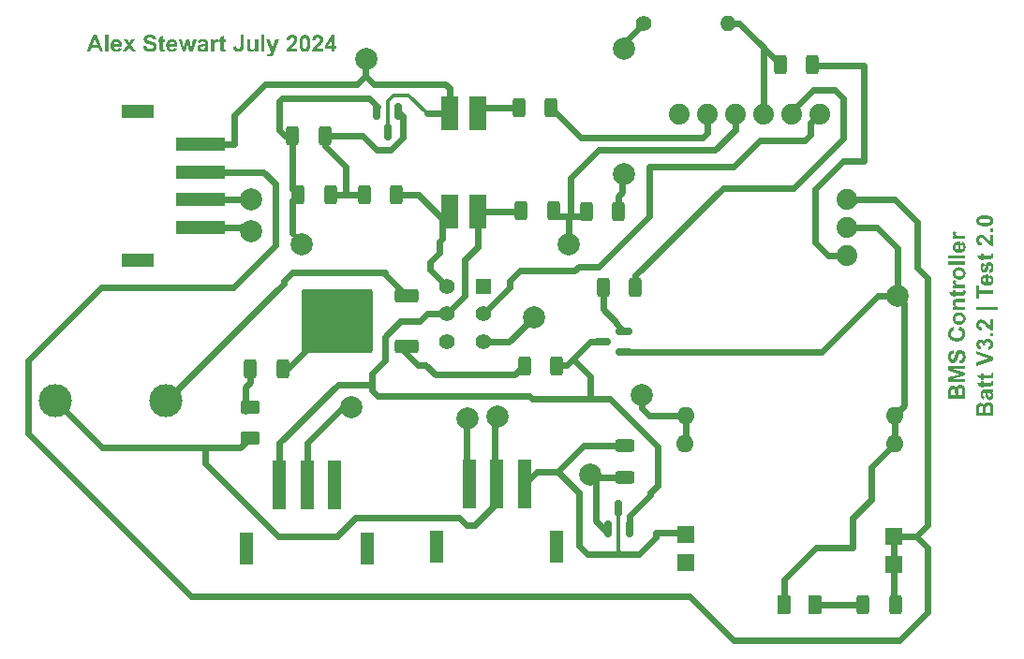
<source format=gbr>
%TF.GenerationSoftware,KiCad,Pcbnew,7.0.9*%
%TF.CreationDate,2024-07-11T14:42:56+10:00*%
%TF.ProjectId,bms test circuit,626d7320-7465-4737-9420-636972637569,rev?*%
%TF.SameCoordinates,Original*%
%TF.FileFunction,Copper,L1,Top*%
%TF.FilePolarity,Positive*%
%FSLAX46Y46*%
G04 Gerber Fmt 4.6, Leading zero omitted, Abs format (unit mm)*
G04 Created by KiCad (PCBNEW 7.0.9) date 2024-07-11 14:42:56*
%MOMM*%
%LPD*%
G01*
G04 APERTURE LIST*
G04 Aperture macros list*
%AMRoundRect*
0 Rectangle with rounded corners*
0 $1 Rounding radius*
0 $2 $3 $4 $5 $6 $7 $8 $9 X,Y pos of 4 corners*
0 Add a 4 corners polygon primitive as box body*
4,1,4,$2,$3,$4,$5,$6,$7,$8,$9,$2,$3,0*
0 Add four circle primitives for the rounded corners*
1,1,$1+$1,$2,$3*
1,1,$1+$1,$4,$5*
1,1,$1+$1,$6,$7*
1,1,$1+$1,$8,$9*
0 Add four rect primitives between the rounded corners*
20,1,$1+$1,$2,$3,$4,$5,0*
20,1,$1+$1,$4,$5,$6,$7,0*
20,1,$1+$1,$6,$7,$8,$9,0*
20,1,$1+$1,$8,$9,$2,$3,0*%
G04 Aperture macros list end*
%ADD10C,0.300000*%
%TA.AperFunction,NonConductor*%
%ADD11C,0.300000*%
%TD*%
%TA.AperFunction,SMDPad,CuDef*%
%ADD12RoundRect,0.250000X0.312500X0.625000X-0.312500X0.625000X-0.312500X-0.625000X0.312500X-0.625000X0*%
%TD*%
%TA.AperFunction,ComponentPad*%
%ADD13C,3.000000*%
%TD*%
%TA.AperFunction,ComponentPad*%
%ADD14R,1.400000X1.400000*%
%TD*%
%TA.AperFunction,ComponentPad*%
%ADD15C,1.400000*%
%TD*%
%TA.AperFunction,ComponentPad*%
%ADD16R,1.600000X1.600000*%
%TD*%
%TA.AperFunction,ComponentPad*%
%ADD17O,1.600000X1.600000*%
%TD*%
%TA.AperFunction,SMDPad,CuDef*%
%ADD18RoundRect,0.250000X-0.375000X-0.625000X0.375000X-0.625000X0.375000X0.625000X-0.375000X0.625000X0*%
%TD*%
%TA.AperFunction,SMDPad,CuDef*%
%ADD19RoundRect,0.250000X0.625000X-0.375000X0.625000X0.375000X-0.625000X0.375000X-0.625000X-0.375000X0*%
%TD*%
%TA.AperFunction,SMDPad,CuDef*%
%ADD20RoundRect,0.250000X0.850000X0.350000X-0.850000X0.350000X-0.850000X-0.350000X0.850000X-0.350000X0*%
%TD*%
%TA.AperFunction,SMDPad,CuDef*%
%ADD21RoundRect,0.250000X1.275000X1.125000X-1.275000X1.125000X-1.275000X-1.125000X1.275000X-1.125000X0*%
%TD*%
%TA.AperFunction,SMDPad,CuDef*%
%ADD22RoundRect,0.249997X2.950003X2.650003X-2.950003X2.650003X-2.950003X-2.650003X2.950003X-2.650003X0*%
%TD*%
%TA.AperFunction,SMDPad,CuDef*%
%ADD23RoundRect,0.250000X-0.312500X-0.625000X0.312500X-0.625000X0.312500X0.625000X-0.312500X0.625000X0*%
%TD*%
%TA.AperFunction,SMDPad,CuDef*%
%ADD24RoundRect,0.150000X0.150000X-0.587500X0.150000X0.587500X-0.150000X0.587500X-0.150000X-0.587500X0*%
%TD*%
%TA.AperFunction,SMDPad,CuDef*%
%ADD25R,1.200000X4.500000*%
%TD*%
%TA.AperFunction,SMDPad,CuDef*%
%ADD26R,1.200000X3.000000*%
%TD*%
%TA.AperFunction,SMDPad,CuDef*%
%ADD27RoundRect,0.250000X0.625000X-0.312500X0.625000X0.312500X-0.625000X0.312500X-0.625000X-0.312500X0*%
%TD*%
%TA.AperFunction,ComponentPad*%
%ADD28C,1.879600*%
%TD*%
%TA.AperFunction,ComponentPad*%
%ADD29O,1.400000X1.400000*%
%TD*%
%TA.AperFunction,SMDPad,CuDef*%
%ADD30RoundRect,0.150000X0.587500X0.150000X-0.587500X0.150000X-0.587500X-0.150000X0.587500X-0.150000X0*%
%TD*%
%TA.AperFunction,SMDPad,CuDef*%
%ADD31RoundRect,0.150000X-0.150000X0.587500X-0.150000X-0.587500X0.150000X-0.587500X0.150000X0.587500X0*%
%TD*%
%TA.AperFunction,SMDPad,CuDef*%
%ADD32R,1.600000X3.100000*%
%TD*%
%TA.AperFunction,SMDPad,CuDef*%
%ADD33R,4.500000X1.200000*%
%TD*%
%TA.AperFunction,SMDPad,CuDef*%
%ADD34R,3.000000X1.200000*%
%TD*%
%TA.AperFunction,ViaPad*%
%ADD35C,2.000000*%
%TD*%
%TA.AperFunction,Conductor*%
%ADD36C,0.600000*%
%TD*%
%TA.AperFunction,Conductor*%
%ADD37C,0.250000*%
%TD*%
%TA.AperFunction,Conductor*%
%ADD38C,0.300000*%
%TD*%
%TA.AperFunction,Conductor*%
%ADD39C,0.400000*%
%TD*%
G04 APERTURE END LIST*
D10*
D11*
G36*
X179823648Y-45211000D02*
G01*
X179492089Y-45211000D01*
X179360198Y-44859290D01*
X178756063Y-44859290D01*
X178631499Y-45211000D01*
X178308000Y-45211000D01*
X178543353Y-44601369D01*
X178849852Y-44601369D01*
X179262012Y-44601369D01*
X179053917Y-44062081D01*
X178849852Y-44601369D01*
X178543353Y-44601369D01*
X178896381Y-43686924D01*
X179218781Y-43686924D01*
X179823648Y-45211000D01*
G37*
G36*
X179974591Y-45211000D02*
G01*
X179974591Y-43686924D01*
X180264385Y-43686924D01*
X180264385Y-45211000D01*
X179974591Y-45211000D01*
G37*
G36*
X180990647Y-44085686D02*
G01*
X181005595Y-44086160D01*
X181020343Y-44086948D01*
X181049234Y-44089473D01*
X181077321Y-44093260D01*
X181104604Y-44098309D01*
X181131082Y-44104620D01*
X181156756Y-44112193D01*
X181181626Y-44121029D01*
X181205692Y-44131127D01*
X181228953Y-44142487D01*
X181251410Y-44155109D01*
X181273062Y-44168994D01*
X181293911Y-44184141D01*
X181313955Y-44200550D01*
X181333195Y-44218221D01*
X181351630Y-44237155D01*
X181360547Y-44247095D01*
X181377647Y-44267962D01*
X181393594Y-44290172D01*
X181408387Y-44313723D01*
X181422027Y-44338617D01*
X181434514Y-44364854D01*
X181440324Y-44378476D01*
X181445847Y-44392433D01*
X181451080Y-44406726D01*
X181456026Y-44421354D01*
X181460683Y-44436318D01*
X181465052Y-44451618D01*
X181469132Y-44467253D01*
X181472925Y-44483224D01*
X181476428Y-44499530D01*
X181479644Y-44516172D01*
X181482571Y-44533150D01*
X181485209Y-44550463D01*
X181487559Y-44568112D01*
X181489621Y-44586097D01*
X181491395Y-44604417D01*
X181492880Y-44623072D01*
X181494077Y-44642063D01*
X181494985Y-44661390D01*
X181495605Y-44681053D01*
X181495937Y-44701050D01*
X181495980Y-44721384D01*
X181495735Y-44742053D01*
X180770334Y-44742053D01*
X180770951Y-44758491D01*
X180772068Y-44774465D01*
X180773687Y-44789975D01*
X180775806Y-44805022D01*
X180778427Y-44819605D01*
X180783296Y-44840610D01*
X180789293Y-44860572D01*
X180796417Y-44879491D01*
X180804668Y-44897366D01*
X180814045Y-44914198D01*
X180824550Y-44929987D01*
X180836182Y-44944732D01*
X180840309Y-44949415D01*
X180853170Y-44962641D01*
X180866610Y-44974566D01*
X180880630Y-44985190D01*
X180895230Y-44994513D01*
X180910409Y-45002535D01*
X180926167Y-45009256D01*
X180942506Y-45014676D01*
X180959424Y-45018796D01*
X180976921Y-45021614D01*
X180994998Y-45023132D01*
X181007371Y-45023421D01*
X181023978Y-45022900D01*
X181039909Y-45021337D01*
X181055165Y-45018733D01*
X181069745Y-45015086D01*
X181083650Y-45010398D01*
X181100081Y-45003072D01*
X181115456Y-44994119D01*
X181121311Y-44990082D01*
X181135296Y-44978671D01*
X181145686Y-44968112D01*
X181155366Y-44956282D01*
X181164336Y-44943182D01*
X181172597Y-44928811D01*
X181180147Y-44913169D01*
X181186988Y-44896256D01*
X181191653Y-44882737D01*
X181480348Y-44929632D01*
X181473135Y-44947993D01*
X181465418Y-44965799D01*
X181457198Y-44983049D01*
X181448474Y-44999745D01*
X181439246Y-45015885D01*
X181429515Y-45031470D01*
X181419279Y-45046499D01*
X181408540Y-45060973D01*
X181397298Y-45074892D01*
X181385551Y-45088256D01*
X181373301Y-45101064D01*
X181360547Y-45113318D01*
X181347289Y-45125016D01*
X181333527Y-45136158D01*
X181319262Y-45146746D01*
X181304493Y-45156778D01*
X181289282Y-45166183D01*
X181273598Y-45174981D01*
X181257442Y-45183173D01*
X181240814Y-45190758D01*
X181223714Y-45197736D01*
X181206141Y-45204107D01*
X181188096Y-45209872D01*
X181169579Y-45215030D01*
X181150590Y-45219580D01*
X181131128Y-45223525D01*
X181111194Y-45226862D01*
X181090788Y-45229592D01*
X181069910Y-45231716D01*
X181048559Y-45233233D01*
X181026736Y-45234143D01*
X181004441Y-45234447D01*
X180986726Y-45234264D01*
X180969301Y-45233716D01*
X180952167Y-45232801D01*
X180935324Y-45231522D01*
X180918771Y-45229876D01*
X180902508Y-45227865D01*
X180886536Y-45225488D01*
X180870855Y-45222746D01*
X180855464Y-45219638D01*
X180840364Y-45216164D01*
X180825554Y-45212325D01*
X180811035Y-45208120D01*
X180796806Y-45203549D01*
X180782867Y-45198613D01*
X180755862Y-45187644D01*
X180730019Y-45175212D01*
X180705338Y-45161317D01*
X180681820Y-45145960D01*
X180659463Y-45129140D01*
X180638268Y-45110858D01*
X180618235Y-45091113D01*
X180599365Y-45069905D01*
X180581656Y-45047235D01*
X180568569Y-45028152D01*
X180556326Y-45008457D01*
X180544927Y-44988150D01*
X180534372Y-44967230D01*
X180524662Y-44945697D01*
X180515796Y-44923552D01*
X180507775Y-44900795D01*
X180500598Y-44877425D01*
X180494265Y-44853442D01*
X180488777Y-44828847D01*
X180484133Y-44803640D01*
X180480334Y-44777820D01*
X180477378Y-44751387D01*
X180475267Y-44724342D01*
X180474001Y-44696684D01*
X180473579Y-44668414D01*
X180473718Y-44651448D01*
X180474134Y-44634714D01*
X180474828Y-44618212D01*
X180475800Y-44601942D01*
X180477049Y-44585903D01*
X180478576Y-44570097D01*
X180480381Y-44554522D01*
X180480387Y-44554475D01*
X180775463Y-44554475D01*
X181208139Y-44554475D01*
X181207542Y-44538913D01*
X181206485Y-44523826D01*
X181204966Y-44509214D01*
X181201825Y-44488188D01*
X181197646Y-44468230D01*
X181192431Y-44449342D01*
X181186179Y-44431522D01*
X181178890Y-44414772D01*
X181170564Y-44399090D01*
X181161201Y-44384478D01*
X181150802Y-44370935D01*
X181143293Y-44362500D01*
X181131448Y-44350715D01*
X181119134Y-44340089D01*
X181106350Y-44330622D01*
X181093095Y-44322314D01*
X181079370Y-44315166D01*
X181065175Y-44309177D01*
X181050510Y-44304347D01*
X181035375Y-44300676D01*
X181019770Y-44298164D01*
X181003695Y-44296812D01*
X180992717Y-44296554D01*
X180975281Y-44297163D01*
X180958417Y-44298989D01*
X180942127Y-44302031D01*
X180926411Y-44306292D01*
X180911267Y-44311769D01*
X180896697Y-44318463D01*
X180882699Y-44326375D01*
X180869275Y-44335503D01*
X180856424Y-44345849D01*
X180844146Y-44357412D01*
X180836279Y-44365797D01*
X180825224Y-44379284D01*
X180815276Y-44393639D01*
X180806436Y-44408865D01*
X180798704Y-44424959D01*
X180792079Y-44441923D01*
X180786563Y-44459757D01*
X180782153Y-44478460D01*
X180778852Y-44498032D01*
X180776658Y-44518473D01*
X180775572Y-44539784D01*
X180775463Y-44554475D01*
X180480387Y-44554475D01*
X180482463Y-44539179D01*
X180484823Y-44524068D01*
X180487460Y-44509189D01*
X180490376Y-44494541D01*
X180493568Y-44480126D01*
X180500787Y-44451990D01*
X180509116Y-44424782D01*
X180518556Y-44398501D01*
X180529106Y-44373147D01*
X180540766Y-44348721D01*
X180553538Y-44325222D01*
X180567419Y-44302651D01*
X180582412Y-44281007D01*
X180598515Y-44260290D01*
X180615728Y-44240501D01*
X180633792Y-44221734D01*
X180652445Y-44204179D01*
X180671687Y-44187834D01*
X180691520Y-44172700D01*
X180711942Y-44158777D01*
X180732953Y-44146064D01*
X180754554Y-44134563D01*
X180776745Y-44124271D01*
X180799526Y-44115191D01*
X180822896Y-44107321D01*
X180846855Y-44100662D01*
X180871405Y-44095214D01*
X180896543Y-44090977D01*
X180922272Y-44087950D01*
X180948590Y-44086134D01*
X180975498Y-44085528D01*
X180990647Y-44085686D01*
G37*
G36*
X181586960Y-45211000D02*
G01*
X181981534Y-44643501D01*
X181603446Y-44108976D01*
X181956621Y-44108976D01*
X182150428Y-44411959D01*
X182354493Y-44108976D01*
X182694479Y-44108976D01*
X182323718Y-44631045D01*
X182728551Y-45211000D01*
X182373177Y-45211000D01*
X182150428Y-44869548D01*
X181925847Y-45211000D01*
X181586960Y-45211000D01*
G37*
G36*
X183401928Y-44718606D02*
G01*
X183698683Y-44695159D01*
X183702241Y-44712993D01*
X183706228Y-44730227D01*
X183710645Y-44746859D01*
X183715490Y-44762890D01*
X183720765Y-44778320D01*
X183726470Y-44793150D01*
X183732604Y-44807378D01*
X183739167Y-44821005D01*
X183746159Y-44834031D01*
X183757453Y-44852443D01*
X183769712Y-44869502D01*
X183782938Y-44885209D01*
X183797129Y-44899564D01*
X183807127Y-44908383D01*
X183823017Y-44920561D01*
X183839911Y-44931541D01*
X183857810Y-44941323D01*
X183876714Y-44949908D01*
X183896622Y-44957294D01*
X183917535Y-44963483D01*
X183932035Y-44966944D01*
X183946981Y-44969872D01*
X183962374Y-44972267D01*
X183978214Y-44974131D01*
X183994500Y-44975462D01*
X184011232Y-44976260D01*
X184028411Y-44976526D01*
X184046538Y-44976287D01*
X184064097Y-44975570D01*
X184081090Y-44974375D01*
X184097517Y-44972702D01*
X184113376Y-44970551D01*
X184128669Y-44967923D01*
X184143395Y-44964816D01*
X184164422Y-44959259D01*
X184184173Y-44952627D01*
X184202650Y-44944919D01*
X184219851Y-44936136D01*
X184235777Y-44926278D01*
X184250428Y-44915344D01*
X184263785Y-44903623D01*
X184275827Y-44891541D01*
X184286556Y-44879099D01*
X184295972Y-44866297D01*
X184304073Y-44853133D01*
X184310861Y-44839609D01*
X184316335Y-44825725D01*
X184320495Y-44811479D01*
X184323342Y-44796873D01*
X184324874Y-44781907D01*
X184325166Y-44771729D01*
X184324397Y-44755627D01*
X184322089Y-44740294D01*
X184318243Y-44725731D01*
X184312859Y-44711937D01*
X184305936Y-44698912D01*
X184297474Y-44686656D01*
X184293659Y-44681969D01*
X184282677Y-44670639D01*
X184269423Y-44659773D01*
X184257184Y-44651415D01*
X184243491Y-44643355D01*
X184228345Y-44635593D01*
X184211744Y-44628128D01*
X184193689Y-44620961D01*
X184184116Y-44617489D01*
X184168517Y-44612257D01*
X184154015Y-44607717D01*
X184137111Y-44602649D01*
X184117805Y-44597052D01*
X184103600Y-44593028D01*
X184088327Y-44588769D01*
X184071987Y-44584275D01*
X184054579Y-44579547D01*
X184036103Y-44574584D01*
X184016560Y-44569386D01*
X183995949Y-44563954D01*
X183974271Y-44558286D01*
X183951524Y-44552385D01*
X183939751Y-44549346D01*
X183924575Y-44545404D01*
X183909685Y-44541409D01*
X183895080Y-44537361D01*
X183880761Y-44533260D01*
X183852979Y-44524899D01*
X183826338Y-44516327D01*
X183800840Y-44507543D01*
X183776484Y-44498547D01*
X183753270Y-44489339D01*
X183731198Y-44479920D01*
X183710268Y-44470288D01*
X183690480Y-44460445D01*
X183671834Y-44450390D01*
X183654330Y-44440123D01*
X183637969Y-44429645D01*
X183622749Y-44418954D01*
X183608671Y-44408052D01*
X183595735Y-44396938D01*
X183578877Y-44380968D01*
X183563106Y-44364566D01*
X183548423Y-44347732D01*
X183534827Y-44330466D01*
X183522319Y-44312767D01*
X183510899Y-44294637D01*
X183500566Y-44276074D01*
X183491321Y-44257079D01*
X183483164Y-44237651D01*
X183476094Y-44217792D01*
X183470112Y-44197500D01*
X183465218Y-44176776D01*
X183461411Y-44155620D01*
X183458692Y-44134032D01*
X183457060Y-44112011D01*
X183456517Y-44089558D01*
X183457090Y-44067846D01*
X183458809Y-44046398D01*
X183461675Y-44025213D01*
X183465687Y-44004293D01*
X183470846Y-43983637D01*
X183477150Y-43963244D01*
X183484601Y-43943116D01*
X183493199Y-43923252D01*
X183502943Y-43903652D01*
X183510075Y-43890732D01*
X183517717Y-43877929D01*
X183521729Y-43871572D01*
X183530152Y-43859031D01*
X183539023Y-43846871D01*
X183548344Y-43835091D01*
X183558114Y-43823692D01*
X183568334Y-43812674D01*
X183579002Y-43802037D01*
X183590121Y-43791780D01*
X183601688Y-43781904D01*
X183613705Y-43772409D01*
X183626172Y-43763294D01*
X183639088Y-43754560D01*
X183652453Y-43746206D01*
X183666267Y-43738234D01*
X183680531Y-43730642D01*
X183695244Y-43723430D01*
X183710407Y-43716600D01*
X183726038Y-43710167D01*
X183742063Y-43704149D01*
X183758484Y-43698546D01*
X183775299Y-43693358D01*
X183792510Y-43688586D01*
X183810115Y-43684228D01*
X183828116Y-43680285D01*
X183846511Y-43676758D01*
X183865302Y-43673645D01*
X183884487Y-43670947D01*
X183904068Y-43668665D01*
X183924043Y-43666797D01*
X183944414Y-43665344D01*
X183965179Y-43664307D01*
X183986339Y-43663684D01*
X184007895Y-43663477D01*
X184025526Y-43663602D01*
X184042883Y-43663976D01*
X184059964Y-43664601D01*
X184076771Y-43665475D01*
X184093303Y-43666598D01*
X184109561Y-43667972D01*
X184125544Y-43669595D01*
X184141251Y-43671468D01*
X184156685Y-43673591D01*
X184171843Y-43675963D01*
X184186726Y-43678585D01*
X184201335Y-43681457D01*
X184215669Y-43684579D01*
X184243513Y-43691571D01*
X184270257Y-43699563D01*
X184295903Y-43708553D01*
X184320449Y-43718542D01*
X184343897Y-43729530D01*
X184366245Y-43741517D01*
X184387494Y-43754503D01*
X184407644Y-43768488D01*
X184426695Y-43783471D01*
X184435808Y-43791338D01*
X184453272Y-43807654D01*
X184469668Y-43824637D01*
X184484997Y-43842287D01*
X184499258Y-43860604D01*
X184512451Y-43879587D01*
X184524577Y-43899238D01*
X184535635Y-43919555D01*
X184545626Y-43940540D01*
X184554549Y-43962191D01*
X184562404Y-43984509D01*
X184569192Y-44007494D01*
X184574912Y-44031146D01*
X184579565Y-44055465D01*
X184583150Y-44080451D01*
X184585667Y-44106104D01*
X184587117Y-44132423D01*
X184281935Y-44132423D01*
X184277898Y-44111891D01*
X184273070Y-44092474D01*
X184267449Y-44074170D01*
X184261035Y-44056981D01*
X184253830Y-44040905D01*
X184245833Y-44025944D01*
X184237043Y-44012097D01*
X184227462Y-43999364D01*
X184217088Y-43987745D01*
X184205922Y-43977241D01*
X184198038Y-43970856D01*
X184185381Y-43962018D01*
X184171591Y-43954048D01*
X184156667Y-43946948D01*
X184140610Y-43940717D01*
X184123420Y-43935356D01*
X184105096Y-43930864D01*
X184085638Y-43927242D01*
X184065048Y-43924488D01*
X184043323Y-43922605D01*
X184028211Y-43921832D01*
X184012595Y-43921446D01*
X184004598Y-43921397D01*
X183988243Y-43921606D01*
X183972335Y-43922233D01*
X183956873Y-43923278D01*
X183941858Y-43924740D01*
X183927289Y-43926621D01*
X183906273Y-43930225D01*
X183886262Y-43934770D01*
X183867255Y-43940254D01*
X183849253Y-43946679D01*
X183832256Y-43954044D01*
X183816263Y-43962350D01*
X183801275Y-43971596D01*
X183796503Y-43974886D01*
X183782571Y-43986221D01*
X183771000Y-43998700D01*
X183761791Y-44012324D01*
X183754943Y-44027093D01*
X183750457Y-44043007D01*
X183748331Y-44060066D01*
X183748143Y-44067210D01*
X183749252Y-44083215D01*
X183752579Y-44098487D01*
X183758125Y-44113025D01*
X183765888Y-44126830D01*
X183775870Y-44139902D01*
X183788071Y-44152240D01*
X183793572Y-44156969D01*
X183805809Y-44165961D01*
X183820950Y-44175074D01*
X183838996Y-44184311D01*
X183852640Y-44190536D01*
X183867576Y-44196816D01*
X183883801Y-44203150D01*
X183901318Y-44209538D01*
X183920126Y-44215981D01*
X183940224Y-44222478D01*
X183961614Y-44229030D01*
X183984294Y-44235636D01*
X184008265Y-44242296D01*
X184033527Y-44249011D01*
X184060080Y-44255780D01*
X184073840Y-44259185D01*
X184101230Y-44265971D01*
X184127713Y-44272775D01*
X184153288Y-44279596D01*
X184177957Y-44286433D01*
X184201717Y-44293288D01*
X184224571Y-44300161D01*
X184246517Y-44307050D01*
X184267556Y-44313957D01*
X184287687Y-44320880D01*
X184306911Y-44327821D01*
X184325228Y-44334779D01*
X184342637Y-44341754D01*
X184359139Y-44348747D01*
X184374734Y-44355756D01*
X184389422Y-44362783D01*
X184403202Y-44369827D01*
X184416347Y-44377041D01*
X184429128Y-44384579D01*
X184441546Y-44392440D01*
X184459491Y-44404838D01*
X184476618Y-44417964D01*
X184492927Y-44431817D01*
X184508419Y-44446399D01*
X184523092Y-44461708D01*
X184536948Y-44477744D01*
X184549986Y-44494509D01*
X184562205Y-44512001D01*
X184569898Y-44524066D01*
X184580701Y-44542810D01*
X184590441Y-44562359D01*
X184596345Y-44575838D01*
X184601776Y-44589676D01*
X184606734Y-44603871D01*
X184611221Y-44618424D01*
X184615235Y-44633335D01*
X184618777Y-44648603D01*
X184621847Y-44664229D01*
X184624444Y-44680214D01*
X184626570Y-44696555D01*
X184628223Y-44713255D01*
X184629403Y-44730312D01*
X184630112Y-44747728D01*
X184630348Y-44765501D01*
X184630066Y-44781739D01*
X184629220Y-44797849D01*
X184627810Y-44813831D01*
X184625837Y-44829683D01*
X184623300Y-44845407D01*
X184620198Y-44861001D01*
X184616533Y-44876467D01*
X184612304Y-44891805D01*
X184607511Y-44907013D01*
X184602155Y-44922093D01*
X184596234Y-44937043D01*
X184589750Y-44951865D01*
X184582702Y-44966559D01*
X184575090Y-44981123D01*
X184566914Y-44995559D01*
X184558174Y-45009866D01*
X184548919Y-45023879D01*
X184539197Y-45037434D01*
X184529009Y-45050532D01*
X184518355Y-45063172D01*
X184507234Y-45075353D01*
X184495646Y-45087077D01*
X184483592Y-45098342D01*
X184471071Y-45109150D01*
X184458084Y-45119500D01*
X184444630Y-45129392D01*
X184430709Y-45138826D01*
X184416322Y-45147802D01*
X184401469Y-45156320D01*
X184386149Y-45164380D01*
X184370362Y-45171982D01*
X184354109Y-45179126D01*
X184337369Y-45185825D01*
X184320123Y-45192092D01*
X184302370Y-45197926D01*
X184284111Y-45203329D01*
X184265344Y-45208299D01*
X184246072Y-45212837D01*
X184226292Y-45216943D01*
X184206006Y-45220617D01*
X184185214Y-45223858D01*
X184163914Y-45226667D01*
X184142109Y-45229044D01*
X184119796Y-45230989D01*
X184096977Y-45232502D01*
X184073651Y-45233582D01*
X184049819Y-45234231D01*
X184025480Y-45234447D01*
X184007704Y-45234318D01*
X183990188Y-45233933D01*
X183972931Y-45233291D01*
X183955934Y-45232392D01*
X183939197Y-45231236D01*
X183922719Y-45229823D01*
X183906502Y-45228153D01*
X183890544Y-45226227D01*
X183874846Y-45224043D01*
X183859407Y-45221603D01*
X183844228Y-45218905D01*
X183829309Y-45215951D01*
X183814650Y-45212740D01*
X183800251Y-45209272D01*
X183772231Y-45201566D01*
X183745250Y-45192832D01*
X183719309Y-45183070D01*
X183694406Y-45172281D01*
X183670542Y-45160464D01*
X183647717Y-45147620D01*
X183625931Y-45133748D01*
X183605185Y-45118849D01*
X183585477Y-45102922D01*
X183566771Y-45085965D01*
X183549029Y-45068066D01*
X183532252Y-45049225D01*
X183516440Y-45029443D01*
X183501592Y-45008719D01*
X183487709Y-44987054D01*
X183474790Y-44964446D01*
X183462836Y-44940897D01*
X183451847Y-44916407D01*
X183441822Y-44890975D01*
X183432762Y-44864601D01*
X183424666Y-44837285D01*
X183417535Y-44809028D01*
X183414331Y-44794546D01*
X183411368Y-44779829D01*
X183408646Y-44764876D01*
X183406166Y-44749688D01*
X183403927Y-44734265D01*
X183401928Y-44718606D01*
G37*
G36*
X185378464Y-44108976D02*
G01*
X185378464Y-44320002D01*
X185180627Y-44320002D01*
X185180627Y-44798473D01*
X185180648Y-44816180D01*
X185180713Y-44832940D01*
X185180820Y-44848753D01*
X185180970Y-44863617D01*
X185181276Y-44884139D01*
X185181679Y-44902528D01*
X185182178Y-44918786D01*
X185182994Y-44937147D01*
X185184255Y-44954769D01*
X185186122Y-44968100D01*
X185191181Y-44982390D01*
X185199031Y-44995033D01*
X185209671Y-45006032D01*
X185212134Y-45008034D01*
X185225551Y-45016148D01*
X185240613Y-45021257D01*
X185255577Y-45023286D01*
X185260861Y-45023421D01*
X185277235Y-45022442D01*
X185292809Y-45020131D01*
X185310137Y-45016460D01*
X185325261Y-45012545D01*
X185341507Y-45007759D01*
X185358875Y-45002103D01*
X185377364Y-44995577D01*
X185402277Y-45196345D01*
X185383086Y-45203154D01*
X185363431Y-45209294D01*
X185343313Y-45214763D01*
X185322730Y-45219563D01*
X185301684Y-45223693D01*
X185280175Y-45227154D01*
X185265578Y-45229089D01*
X185250774Y-45230726D01*
X185235765Y-45232065D01*
X185220549Y-45233107D01*
X185205127Y-45233851D01*
X185189500Y-45234298D01*
X185173666Y-45234447D01*
X185154306Y-45234023D01*
X185135427Y-45232752D01*
X185117028Y-45230634D01*
X185099111Y-45227669D01*
X185081674Y-45223857D01*
X185064718Y-45219197D01*
X185048243Y-45213690D01*
X185032249Y-45207336D01*
X185017102Y-45200312D01*
X185002986Y-45192796D01*
X184989900Y-45184787D01*
X184977844Y-45176286D01*
X184964224Y-45164968D01*
X184952213Y-45152881D01*
X184941812Y-45140024D01*
X184939926Y-45137360D01*
X184931205Y-45123223D01*
X184923360Y-45107600D01*
X184917716Y-45094033D01*
X184912633Y-45079516D01*
X184908111Y-45064049D01*
X184904149Y-45047631D01*
X184900749Y-45030263D01*
X184899259Y-45021223D01*
X184897112Y-45006563D01*
X184895252Y-44988593D01*
X184894044Y-44972945D01*
X184892998Y-44955436D01*
X184892112Y-44936066D01*
X184891388Y-44914834D01*
X184890994Y-44899646D01*
X184890672Y-44883630D01*
X184890422Y-44866787D01*
X184890243Y-44849117D01*
X184890136Y-44830620D01*
X184890100Y-44811296D01*
X184890100Y-44320002D01*
X184757110Y-44320002D01*
X184757110Y-44108976D01*
X184890100Y-44108976D01*
X184890100Y-43897950D01*
X185180627Y-43733819D01*
X185180627Y-44108976D01*
X185378464Y-44108976D01*
G37*
G36*
X186008372Y-44085686D02*
G01*
X186023320Y-44086160D01*
X186038068Y-44086948D01*
X186066959Y-44089473D01*
X186095046Y-44093260D01*
X186122329Y-44098309D01*
X186148807Y-44104620D01*
X186174481Y-44112193D01*
X186199351Y-44121029D01*
X186223417Y-44131127D01*
X186246678Y-44142487D01*
X186269135Y-44155109D01*
X186290788Y-44168994D01*
X186311636Y-44184141D01*
X186331680Y-44200550D01*
X186350920Y-44218221D01*
X186369355Y-44237155D01*
X186378272Y-44247095D01*
X186395372Y-44267962D01*
X186411319Y-44290172D01*
X186426112Y-44313723D01*
X186439752Y-44338617D01*
X186452239Y-44364854D01*
X186458049Y-44378476D01*
X186463572Y-44392433D01*
X186468805Y-44406726D01*
X186473751Y-44421354D01*
X186478408Y-44436318D01*
X186482777Y-44451618D01*
X186486858Y-44467253D01*
X186490650Y-44483224D01*
X186494153Y-44499530D01*
X186497369Y-44516172D01*
X186500296Y-44533150D01*
X186502934Y-44550463D01*
X186505284Y-44568112D01*
X186507346Y-44586097D01*
X186509120Y-44604417D01*
X186510605Y-44623072D01*
X186511802Y-44642063D01*
X186512710Y-44661390D01*
X186513330Y-44681053D01*
X186513662Y-44701050D01*
X186513705Y-44721384D01*
X186513460Y-44742053D01*
X185788059Y-44742053D01*
X185788676Y-44758491D01*
X185789793Y-44774465D01*
X185791412Y-44789975D01*
X185793531Y-44805022D01*
X185796152Y-44819605D01*
X185801021Y-44840610D01*
X185807018Y-44860572D01*
X185814142Y-44879491D01*
X185822393Y-44897366D01*
X185831770Y-44914198D01*
X185842275Y-44929987D01*
X185853907Y-44944732D01*
X185858034Y-44949415D01*
X185870895Y-44962641D01*
X185884335Y-44974566D01*
X185898355Y-44985190D01*
X185912955Y-44994513D01*
X185928134Y-45002535D01*
X185943892Y-45009256D01*
X185960231Y-45014676D01*
X185977149Y-45018796D01*
X185994646Y-45021614D01*
X186012723Y-45023132D01*
X186025096Y-45023421D01*
X186041703Y-45022900D01*
X186057634Y-45021337D01*
X186072890Y-45018733D01*
X186087470Y-45015086D01*
X186101375Y-45010398D01*
X186117806Y-45003072D01*
X186133181Y-44994119D01*
X186139036Y-44990082D01*
X186153021Y-44978671D01*
X186163411Y-44968112D01*
X186173091Y-44956282D01*
X186182061Y-44943182D01*
X186190322Y-44928811D01*
X186197872Y-44913169D01*
X186204713Y-44896256D01*
X186209378Y-44882737D01*
X186498073Y-44929632D01*
X186490860Y-44947993D01*
X186483143Y-44965799D01*
X186474923Y-44983049D01*
X186466199Y-44999745D01*
X186456971Y-45015885D01*
X186447240Y-45031470D01*
X186437004Y-45046499D01*
X186426265Y-45060973D01*
X186415023Y-45074892D01*
X186403276Y-45088256D01*
X186391026Y-45101064D01*
X186378272Y-45113318D01*
X186365014Y-45125016D01*
X186351252Y-45136158D01*
X186336987Y-45146746D01*
X186322218Y-45156778D01*
X186307007Y-45166183D01*
X186291323Y-45174981D01*
X186275167Y-45183173D01*
X186258539Y-45190758D01*
X186241439Y-45197736D01*
X186223866Y-45204107D01*
X186205821Y-45209872D01*
X186187304Y-45215030D01*
X186168315Y-45219580D01*
X186148853Y-45223525D01*
X186128919Y-45226862D01*
X186108513Y-45229592D01*
X186087635Y-45231716D01*
X186066284Y-45233233D01*
X186044461Y-45234143D01*
X186022166Y-45234447D01*
X186004451Y-45234264D01*
X185987026Y-45233716D01*
X185969892Y-45232801D01*
X185953049Y-45231522D01*
X185936496Y-45229876D01*
X185920233Y-45227865D01*
X185904261Y-45225488D01*
X185888580Y-45222746D01*
X185873189Y-45219638D01*
X185858089Y-45216164D01*
X185843279Y-45212325D01*
X185828760Y-45208120D01*
X185814531Y-45203549D01*
X185800592Y-45198613D01*
X185773587Y-45187644D01*
X185747744Y-45175212D01*
X185723064Y-45161317D01*
X185699545Y-45145960D01*
X185677188Y-45129140D01*
X185655993Y-45110858D01*
X185635960Y-45091113D01*
X185617090Y-45069905D01*
X185599381Y-45047235D01*
X185586294Y-45028152D01*
X185574051Y-45008457D01*
X185562652Y-44988150D01*
X185552097Y-44967230D01*
X185542387Y-44945697D01*
X185533522Y-44923552D01*
X185525500Y-44900795D01*
X185518323Y-44877425D01*
X185511990Y-44853442D01*
X185506502Y-44828847D01*
X185501858Y-44803640D01*
X185498059Y-44777820D01*
X185495103Y-44751387D01*
X185492992Y-44724342D01*
X185491726Y-44696684D01*
X185491304Y-44668414D01*
X185491443Y-44651448D01*
X185491859Y-44634714D01*
X185492553Y-44618212D01*
X185493525Y-44601942D01*
X185494774Y-44585903D01*
X185496301Y-44570097D01*
X185498106Y-44554522D01*
X185498112Y-44554475D01*
X185793188Y-44554475D01*
X186225864Y-44554475D01*
X186225267Y-44538913D01*
X186224210Y-44523826D01*
X186222691Y-44509214D01*
X186219550Y-44488188D01*
X186215371Y-44468230D01*
X186210156Y-44449342D01*
X186203904Y-44431522D01*
X186196615Y-44414772D01*
X186188289Y-44399090D01*
X186178926Y-44384478D01*
X186168527Y-44370935D01*
X186161018Y-44362500D01*
X186149173Y-44350715D01*
X186136859Y-44340089D01*
X186124075Y-44330622D01*
X186110820Y-44322314D01*
X186097095Y-44315166D01*
X186082900Y-44309177D01*
X186068236Y-44304347D01*
X186053100Y-44300676D01*
X186037495Y-44298164D01*
X186021420Y-44296812D01*
X186010442Y-44296554D01*
X185993006Y-44297163D01*
X185976143Y-44298989D01*
X185959853Y-44302031D01*
X185944136Y-44306292D01*
X185928992Y-44311769D01*
X185914422Y-44318463D01*
X185900424Y-44326375D01*
X185887000Y-44335503D01*
X185874149Y-44345849D01*
X185861871Y-44357412D01*
X185854004Y-44365797D01*
X185842949Y-44379284D01*
X185833001Y-44393639D01*
X185824161Y-44408865D01*
X185816429Y-44424959D01*
X185809805Y-44441923D01*
X185804288Y-44459757D01*
X185799878Y-44478460D01*
X185796577Y-44498032D01*
X185794383Y-44518473D01*
X185793297Y-44539784D01*
X185793188Y-44554475D01*
X185498112Y-44554475D01*
X185500188Y-44539179D01*
X185502548Y-44524068D01*
X185505186Y-44509189D01*
X185508101Y-44494541D01*
X185511294Y-44480126D01*
X185518512Y-44451990D01*
X185526841Y-44424782D01*
X185536281Y-44398501D01*
X185546831Y-44373147D01*
X185558492Y-44348721D01*
X185571263Y-44325222D01*
X185585145Y-44302651D01*
X185600137Y-44281007D01*
X185616240Y-44260290D01*
X185633453Y-44240501D01*
X185651517Y-44221734D01*
X185670170Y-44204179D01*
X185689412Y-44187834D01*
X185709245Y-44172700D01*
X185729667Y-44158777D01*
X185750678Y-44146064D01*
X185772279Y-44134563D01*
X185794470Y-44124271D01*
X185817251Y-44115191D01*
X185840621Y-44107321D01*
X185864580Y-44100662D01*
X185889130Y-44095214D01*
X185914268Y-44090977D01*
X185939997Y-44087950D01*
X185966315Y-44086134D01*
X185993223Y-44085528D01*
X186008372Y-44085686D01*
G37*
G36*
X186947602Y-45211000D02*
G01*
X186601387Y-44108976D01*
X186882755Y-44108976D01*
X187087919Y-44831080D01*
X187276597Y-44108976D01*
X187555766Y-44108976D01*
X187738216Y-44831080D01*
X187947043Y-44108976D01*
X188232808Y-44108976D01*
X187881098Y-45211000D01*
X187603027Y-45211000D01*
X187414350Y-44502085D01*
X187228969Y-45211000D01*
X186947602Y-45211000D01*
G37*
G36*
X188827807Y-44085709D02*
G01*
X188850870Y-44086250D01*
X188873157Y-44087151D01*
X188894668Y-44088414D01*
X188915403Y-44090036D01*
X188935363Y-44092020D01*
X188954547Y-44094364D01*
X188972955Y-44097069D01*
X188990588Y-44100134D01*
X189007445Y-44103560D01*
X189023526Y-44107347D01*
X189038832Y-44111495D01*
X189053362Y-44116003D01*
X189073703Y-44123441D01*
X189092298Y-44131690D01*
X189109594Y-44140565D01*
X189125898Y-44149877D01*
X189141210Y-44159627D01*
X189155530Y-44169815D01*
X189168859Y-44180441D01*
X189181196Y-44191505D01*
X189192541Y-44203007D01*
X189202894Y-44214947D01*
X189212256Y-44227324D01*
X189220626Y-44240140D01*
X189225655Y-44248927D01*
X189232595Y-44263231D01*
X189238852Y-44279629D01*
X189244427Y-44298119D01*
X189249320Y-44318702D01*
X189252202Y-44333587D01*
X189254781Y-44349402D01*
X189257056Y-44366148D01*
X189259028Y-44383823D01*
X189260697Y-44402429D01*
X189262062Y-44421965D01*
X189263124Y-44442432D01*
X189263883Y-44463828D01*
X189264338Y-44486155D01*
X189264489Y-44509412D01*
X189261192Y-44849398D01*
X189261246Y-44867235D01*
X189261410Y-44884477D01*
X189261682Y-44901124D01*
X189262062Y-44917175D01*
X189262552Y-44932631D01*
X189263150Y-44947492D01*
X189264251Y-44968667D01*
X189265597Y-44988502D01*
X189267188Y-45006998D01*
X189269023Y-45024154D01*
X189271103Y-45039970D01*
X189273428Y-45054447D01*
X189275114Y-45063355D01*
X189278972Y-45080728D01*
X189283586Y-45098411D01*
X189288956Y-45116403D01*
X189295081Y-45134704D01*
X189300171Y-45148633D01*
X189305685Y-45162735D01*
X189311625Y-45177012D01*
X189317990Y-45191462D01*
X189324780Y-45206086D01*
X189327138Y-45211000D01*
X189041007Y-45211000D01*
X189035793Y-45196454D01*
X189030933Y-45181753D01*
X189025712Y-45164992D01*
X189021086Y-45149450D01*
X189016210Y-45132477D01*
X189013163Y-45121607D01*
X189009013Y-45106644D01*
X189004902Y-45092435D01*
X189002905Y-45086069D01*
X188988870Y-45099686D01*
X188974655Y-45112645D01*
X188960260Y-45124948D01*
X188945684Y-45136593D01*
X188930928Y-45147582D01*
X188915991Y-45157914D01*
X188900874Y-45167589D01*
X188885577Y-45176607D01*
X188870100Y-45184968D01*
X188854442Y-45192673D01*
X188843903Y-45197444D01*
X188828001Y-45204057D01*
X188811892Y-45210019D01*
X188795577Y-45215331D01*
X188779057Y-45219993D01*
X188762330Y-45224004D01*
X188745397Y-45227364D01*
X188728258Y-45230074D01*
X188710913Y-45232134D01*
X188693362Y-45233543D01*
X188675605Y-45234302D01*
X188663652Y-45234447D01*
X188642819Y-45234083D01*
X188622545Y-45232993D01*
X188602828Y-45231175D01*
X188583670Y-45228631D01*
X188565070Y-45225359D01*
X188547028Y-45221361D01*
X188529544Y-45216635D01*
X188512618Y-45211183D01*
X188496251Y-45205003D01*
X188480441Y-45198097D01*
X188465190Y-45190463D01*
X188450497Y-45182103D01*
X188436362Y-45173015D01*
X188422785Y-45163200D01*
X188409766Y-45152659D01*
X188397305Y-45141390D01*
X188385504Y-45129565D01*
X188374465Y-45117353D01*
X188364186Y-45104755D01*
X188354670Y-45091771D01*
X188345914Y-45078400D01*
X188337920Y-45064643D01*
X188330687Y-45050499D01*
X188324215Y-45035969D01*
X188318505Y-45021053D01*
X188313557Y-45005750D01*
X188309369Y-44990060D01*
X188305943Y-44973985D01*
X188303278Y-44957523D01*
X188301375Y-44940674D01*
X188300233Y-44923439D01*
X188299852Y-44905818D01*
X188300242Y-44888344D01*
X188300700Y-44881638D01*
X188589646Y-44881638D01*
X188590756Y-44899343D01*
X188594083Y-44916278D01*
X188599628Y-44932444D01*
X188607392Y-44947841D01*
X188617374Y-44962469D01*
X188626957Y-44973617D01*
X188635076Y-44981655D01*
X188646816Y-44991444D01*
X188659324Y-44999928D01*
X188672599Y-45007106D01*
X188686641Y-45012980D01*
X188701450Y-45017548D01*
X188717027Y-45020811D01*
X188733370Y-45022768D01*
X188750480Y-45023421D01*
X188769966Y-45022660D01*
X188789223Y-45020376D01*
X188808251Y-45016569D01*
X188827050Y-45011239D01*
X188840999Y-45006243D01*
X188854820Y-45000390D01*
X188868511Y-44993681D01*
X188882074Y-44986115D01*
X188895508Y-44977692D01*
X188899957Y-44974695D01*
X188912493Y-44965100D01*
X188923908Y-44955002D01*
X188934201Y-44944401D01*
X188945488Y-44930440D01*
X188955023Y-44915693D01*
X188962805Y-44900158D01*
X188968833Y-44883836D01*
X188972693Y-44868406D01*
X188975300Y-44852124D01*
X188976985Y-44836856D01*
X188978316Y-44819597D01*
X188979292Y-44800346D01*
X188979791Y-44784600D01*
X188980091Y-44767734D01*
X188980191Y-44749747D01*
X188980191Y-44695159D01*
X188965256Y-44699664D01*
X188948294Y-44704386D01*
X188929306Y-44709327D01*
X188913735Y-44713174D01*
X188897025Y-44717145D01*
X188879174Y-44721237D01*
X188860184Y-44725452D01*
X188840053Y-44729790D01*
X188818783Y-44734249D01*
X188803969Y-44737290D01*
X188789229Y-44740310D01*
X188768342Y-44744829D01*
X188748923Y-44749335D01*
X188730973Y-44753828D01*
X188714491Y-44758308D01*
X188699477Y-44762775D01*
X188681743Y-44768711D01*
X188666619Y-44774625D01*
X188651384Y-44781984D01*
X188646433Y-44784918D01*
X188633124Y-44794764D01*
X188621589Y-44805251D01*
X188611829Y-44816379D01*
X188602124Y-44831191D01*
X188595192Y-44847005D01*
X188591033Y-44863821D01*
X188589646Y-44881638D01*
X188300700Y-44881638D01*
X188301411Y-44871231D01*
X188303359Y-44854478D01*
X188306086Y-44838086D01*
X188309593Y-44822055D01*
X188313879Y-44806385D01*
X188318944Y-44791074D01*
X188324788Y-44776125D01*
X188331411Y-44761536D01*
X188338814Y-44747308D01*
X188344182Y-44738023D01*
X188352807Y-44724453D01*
X188362055Y-44711495D01*
X188371929Y-44699148D01*
X188382427Y-44687413D01*
X188393550Y-44676290D01*
X188405298Y-44665779D01*
X188417670Y-44655880D01*
X188430667Y-44646592D01*
X188444289Y-44637917D01*
X188458535Y-44629853D01*
X188468380Y-44624817D01*
X188483976Y-44617553D01*
X188500816Y-44610464D01*
X188518898Y-44603549D01*
X188538224Y-44596807D01*
X188558792Y-44590239D01*
X188573195Y-44585957D01*
X188588150Y-44581753D01*
X188603657Y-44577625D01*
X188619717Y-44573575D01*
X188636330Y-44569603D01*
X188653494Y-44565707D01*
X188671211Y-44561889D01*
X188689481Y-44558148D01*
X188698823Y-44556307D01*
X188723707Y-44551474D01*
X188747618Y-44546684D01*
X188770556Y-44541937D01*
X188792521Y-44537233D01*
X188813512Y-44532572D01*
X188833531Y-44527953D01*
X188852576Y-44523378D01*
X188870648Y-44518846D01*
X188887747Y-44514356D01*
X188903872Y-44509910D01*
X188919025Y-44505506D01*
X188933204Y-44501146D01*
X188952649Y-44494685D01*
X188969904Y-44488322D01*
X188980191Y-44484133D01*
X188980191Y-44454457D01*
X188979827Y-44438883D01*
X188978735Y-44424172D01*
X188976148Y-44405900D01*
X188972267Y-44389161D01*
X188967092Y-44373957D01*
X188960623Y-44360287D01*
X188950718Y-44345357D01*
X188938792Y-44332824D01*
X188924180Y-44322375D01*
X188909915Y-44315291D01*
X188893360Y-44309341D01*
X188874515Y-44304524D01*
X188858878Y-44301655D01*
X188841954Y-44299423D01*
X188823742Y-44297829D01*
X188804241Y-44296873D01*
X188783453Y-44296554D01*
X188764654Y-44297041D01*
X188746908Y-44298501D01*
X188730216Y-44300933D01*
X188714577Y-44304340D01*
X188699991Y-44308719D01*
X188683240Y-44315561D01*
X188668134Y-44323924D01*
X188662553Y-44327695D01*
X188649446Y-44338581D01*
X188637144Y-44351774D01*
X188627881Y-44363990D01*
X188619134Y-44377682D01*
X188610903Y-44392852D01*
X188603186Y-44409499D01*
X188595985Y-44427623D01*
X188592577Y-44437238D01*
X188329894Y-44390344D01*
X188335684Y-44371241D01*
X188341973Y-44352768D01*
X188348759Y-44334925D01*
X188356043Y-44317712D01*
X188363826Y-44301128D01*
X188372106Y-44285174D01*
X188380885Y-44269850D01*
X188390161Y-44255155D01*
X188399936Y-44241090D01*
X188410208Y-44227655D01*
X188420979Y-44214849D01*
X188432247Y-44202673D01*
X188444014Y-44191127D01*
X188456278Y-44180211D01*
X188469041Y-44169924D01*
X188482302Y-44160267D01*
X188496266Y-44151216D01*
X188511050Y-44142750D01*
X188526652Y-44134867D01*
X188543072Y-44127569D01*
X188560311Y-44120854D01*
X188578369Y-44114723D01*
X188597246Y-44109176D01*
X188616941Y-44104213D01*
X188637454Y-44099834D01*
X188658786Y-44096039D01*
X188680937Y-44092827D01*
X188703906Y-44090200D01*
X188727694Y-44088156D01*
X188752301Y-44086696D01*
X188777726Y-44085820D01*
X188803969Y-44085528D01*
X188827807Y-44085709D01*
G37*
G36*
X189821363Y-45211000D02*
G01*
X189531935Y-45211000D01*
X189531935Y-44108976D01*
X189800847Y-44108976D01*
X189800847Y-44264681D01*
X189809402Y-44251192D01*
X189817848Y-44238297D01*
X189826186Y-44225993D01*
X189838488Y-44208649D01*
X189850546Y-44192638D01*
X189862359Y-44177961D01*
X189873928Y-44164616D01*
X189885251Y-44152604D01*
X189896330Y-44141926D01*
X189910722Y-44129761D01*
X189924678Y-44119967D01*
X189938743Y-44111895D01*
X189953277Y-44104900D01*
X189968281Y-44098981D01*
X189983754Y-44094138D01*
X189999697Y-44090371D01*
X190016109Y-44087681D01*
X190032990Y-44086067D01*
X190050341Y-44085528D01*
X190068824Y-44086050D01*
X190087178Y-44087615D01*
X190105403Y-44090223D01*
X190123499Y-44093875D01*
X190141467Y-44098569D01*
X190159305Y-44104307D01*
X190177015Y-44111089D01*
X190194597Y-44118913D01*
X190212049Y-44127781D01*
X190229373Y-44137692D01*
X190240850Y-44144879D01*
X190151091Y-44414524D01*
X190137446Y-44406012D01*
X190123987Y-44398338D01*
X190110715Y-44391501D01*
X190093310Y-44383687D01*
X190076237Y-44377361D01*
X190059496Y-44372524D01*
X190043087Y-44369175D01*
X190027010Y-44367315D01*
X190015170Y-44366896D01*
X190000252Y-44367411D01*
X189982410Y-44369504D01*
X189965462Y-44373207D01*
X189949408Y-44378520D01*
X189934249Y-44385443D01*
X189919984Y-44393976D01*
X189911855Y-44399869D01*
X189899127Y-44411470D01*
X189889576Y-44422618D01*
X189880586Y-44435427D01*
X189872156Y-44449895D01*
X189864288Y-44466024D01*
X189856981Y-44483813D01*
X189851869Y-44498244D01*
X189847072Y-44513608D01*
X189845543Y-44518937D01*
X189841222Y-44536670D01*
X189837326Y-44557719D01*
X189834964Y-44573594D01*
X189832792Y-44590944D01*
X189830808Y-44609767D01*
X189829014Y-44630065D01*
X189827408Y-44651836D01*
X189825991Y-44675082D01*
X189824763Y-44699801D01*
X189823724Y-44725995D01*
X189822874Y-44753662D01*
X189822213Y-44782804D01*
X189821953Y-44797928D01*
X189821741Y-44813420D01*
X189821576Y-44829280D01*
X189821458Y-44845510D01*
X189821387Y-44862107D01*
X189821363Y-44879073D01*
X189821363Y-45211000D01*
G37*
G36*
X190862204Y-44108976D02*
G01*
X190862204Y-44320002D01*
X190664367Y-44320002D01*
X190664367Y-44798473D01*
X190664389Y-44816180D01*
X190664453Y-44832940D01*
X190664560Y-44848753D01*
X190664711Y-44863617D01*
X190665017Y-44884139D01*
X190665419Y-44902528D01*
X190665918Y-44918786D01*
X190666734Y-44937147D01*
X190667995Y-44954769D01*
X190669863Y-44968100D01*
X190674922Y-44982390D01*
X190682771Y-44995033D01*
X190693412Y-45006032D01*
X190695875Y-45008034D01*
X190709291Y-45016148D01*
X190724354Y-45021257D01*
X190739317Y-45023286D01*
X190744601Y-45023421D01*
X190760976Y-45022442D01*
X190776550Y-45020131D01*
X190793877Y-45016460D01*
X190809001Y-45012545D01*
X190825247Y-45007759D01*
X190842615Y-45002103D01*
X190861105Y-44995577D01*
X190886018Y-45196345D01*
X190866826Y-45203154D01*
X190847172Y-45209294D01*
X190827053Y-45214763D01*
X190806471Y-45219563D01*
X190785425Y-45223693D01*
X190763915Y-45227154D01*
X190749318Y-45229089D01*
X190734515Y-45230726D01*
X190719505Y-45232065D01*
X190704290Y-45233107D01*
X190688868Y-45233851D01*
X190673240Y-45234298D01*
X190657406Y-45234447D01*
X190638046Y-45234023D01*
X190619167Y-45232752D01*
X190600769Y-45230634D01*
X190582851Y-45227669D01*
X190565415Y-45223857D01*
X190548459Y-45219197D01*
X190531984Y-45213690D01*
X190515990Y-45207336D01*
X190500843Y-45200312D01*
X190486726Y-45192796D01*
X190473640Y-45184787D01*
X190461585Y-45176286D01*
X190447964Y-45164968D01*
X190435953Y-45152881D01*
X190425553Y-45140024D01*
X190423666Y-45137360D01*
X190414945Y-45123223D01*
X190407101Y-45107600D01*
X190401457Y-45094033D01*
X190396373Y-45079516D01*
X190391851Y-45064049D01*
X190387890Y-45047631D01*
X190384489Y-45030263D01*
X190383000Y-45021223D01*
X190380853Y-45006563D01*
X190378992Y-44988593D01*
X190377785Y-44972945D01*
X190376738Y-44955436D01*
X190375853Y-44936066D01*
X190375128Y-44914834D01*
X190374735Y-44899646D01*
X190374413Y-44883630D01*
X190374162Y-44866787D01*
X190373984Y-44849117D01*
X190373876Y-44830620D01*
X190373840Y-44811296D01*
X190373840Y-44320002D01*
X190240850Y-44320002D01*
X190240850Y-44108976D01*
X190373840Y-44108976D01*
X190373840Y-43897950D01*
X190664367Y-43733819D01*
X190664367Y-44108976D01*
X190862204Y-44108976D01*
G37*
G36*
X192189908Y-43686924D02*
G01*
X192493990Y-43686924D01*
X192493990Y-44650096D01*
X192493862Y-44673384D01*
X192493475Y-44695989D01*
X192492831Y-44717909D01*
X192491930Y-44739145D01*
X192490770Y-44759697D01*
X192489354Y-44779566D01*
X192487679Y-44798750D01*
X192485747Y-44817250D01*
X192483558Y-44835065D01*
X192481110Y-44852197D01*
X192478406Y-44868645D01*
X192475443Y-44884409D01*
X192472223Y-44899488D01*
X192468746Y-44913884D01*
X192463046Y-44934194D01*
X192461018Y-44940623D01*
X192455194Y-44957042D01*
X192448807Y-44973052D01*
X192441857Y-44988652D01*
X192434342Y-45003843D01*
X192426263Y-45018625D01*
X192417621Y-45032998D01*
X192408414Y-45046961D01*
X192398644Y-45060515D01*
X192388310Y-45073660D01*
X192377412Y-45086396D01*
X192365950Y-45098722D01*
X192353925Y-45110639D01*
X192341335Y-45122146D01*
X192328182Y-45133244D01*
X192314465Y-45143933D01*
X192300184Y-45154213D01*
X192285332Y-45163929D01*
X192269901Y-45173018D01*
X192253893Y-45181480D01*
X192237306Y-45189315D01*
X192220142Y-45196524D01*
X192202399Y-45203105D01*
X192184078Y-45209060D01*
X192165178Y-45214388D01*
X192145701Y-45219090D01*
X192125646Y-45223164D01*
X192105012Y-45226611D01*
X192083800Y-45229432D01*
X192062010Y-45231626D01*
X192039641Y-45233193D01*
X192016695Y-45234133D01*
X191993170Y-45234447D01*
X191965593Y-45233959D01*
X191938823Y-45232495D01*
X191912859Y-45230055D01*
X191887703Y-45226639D01*
X191863354Y-45222247D01*
X191839813Y-45216879D01*
X191817078Y-45210534D01*
X191795151Y-45203214D01*
X191774030Y-45194918D01*
X191753717Y-45185646D01*
X191734211Y-45175398D01*
X191715512Y-45164174D01*
X191697620Y-45151973D01*
X191680536Y-45138797D01*
X191664258Y-45124645D01*
X191648788Y-45109517D01*
X191634188Y-45093398D01*
X191620521Y-45076366D01*
X191607787Y-45058422D01*
X191595986Y-45039564D01*
X191585118Y-45019793D01*
X191575183Y-44999109D01*
X191566181Y-44977512D01*
X191558113Y-44955002D01*
X191550977Y-44931579D01*
X191544775Y-44907243D01*
X191539506Y-44881994D01*
X191535169Y-44855832D01*
X191531766Y-44828757D01*
X191529296Y-44800769D01*
X191527759Y-44771868D01*
X191527340Y-44757075D01*
X191527155Y-44742053D01*
X191814751Y-44718606D01*
X191815501Y-44734116D01*
X191816468Y-44749049D01*
X191818327Y-44770363D01*
X191820676Y-44790376D01*
X191823514Y-44809089D01*
X191826841Y-44826500D01*
X191830658Y-44842611D01*
X191834964Y-44857421D01*
X191841467Y-44875144D01*
X191848840Y-44890554D01*
X191852853Y-44897392D01*
X191862581Y-44911534D01*
X191873216Y-44924285D01*
X191884760Y-44935645D01*
X191897212Y-44945614D01*
X191910571Y-44954192D01*
X191924839Y-44961379D01*
X191940015Y-44967175D01*
X191956099Y-44971580D01*
X191973091Y-44974594D01*
X191990991Y-44976217D01*
X192003429Y-44976526D01*
X192022001Y-44976011D01*
X192039523Y-44974466D01*
X192055995Y-44971890D01*
X192071418Y-44968283D01*
X192085791Y-44963646D01*
X192103322Y-44955861D01*
X192118987Y-44946244D01*
X192132786Y-44934795D01*
X192144718Y-44921514D01*
X192147410Y-44917908D01*
X192157370Y-44901187D01*
X192163969Y-44886054D01*
X192169821Y-44868699D01*
X192174926Y-44849123D01*
X192179284Y-44827325D01*
X192181774Y-44811558D01*
X192183932Y-44794804D01*
X192185758Y-44777062D01*
X192187252Y-44758334D01*
X192188414Y-44738617D01*
X192189244Y-44717913D01*
X192189742Y-44696222D01*
X192189908Y-44673543D01*
X192189908Y-43686924D01*
G37*
G36*
X193530801Y-45211000D02*
G01*
X193530801Y-45047235D01*
X193519273Y-45063321D01*
X193507081Y-45078743D01*
X193494225Y-45093503D01*
X193480707Y-45107599D01*
X193466525Y-45121032D01*
X193451680Y-45133801D01*
X193436171Y-45145907D01*
X193419999Y-45157350D01*
X193403164Y-45168130D01*
X193385665Y-45178246D01*
X193373631Y-45184621D01*
X193355327Y-45193526D01*
X193336824Y-45201554D01*
X193318121Y-45208707D01*
X193299219Y-45214984D01*
X193280117Y-45220385D01*
X193260815Y-45224910D01*
X193241314Y-45228559D01*
X193221613Y-45231333D01*
X193201712Y-45233230D01*
X193181612Y-45234252D01*
X193168101Y-45234447D01*
X193147689Y-45234019D01*
X193127670Y-45232734D01*
X193108044Y-45230592D01*
X193088811Y-45227595D01*
X193069971Y-45223740D01*
X193051524Y-45219029D01*
X193033469Y-45213462D01*
X193015808Y-45207038D01*
X192998539Y-45199758D01*
X192981663Y-45191621D01*
X192970630Y-45185720D01*
X192954638Y-45176240D01*
X192939495Y-45166070D01*
X192925203Y-45155211D01*
X192911760Y-45143663D01*
X192899168Y-45131426D01*
X192887426Y-45118500D01*
X192876533Y-45104884D01*
X192866491Y-45090580D01*
X192857299Y-45075587D01*
X192848957Y-45059904D01*
X192843868Y-45049066D01*
X192836863Y-45031922D01*
X192830546Y-45013599D01*
X192824919Y-44994098D01*
X192819980Y-44973418D01*
X192817071Y-44958977D01*
X192814468Y-44944012D01*
X192812171Y-44928523D01*
X192810180Y-44912510D01*
X192808496Y-44895973D01*
X192807117Y-44878913D01*
X192806045Y-44861329D01*
X192805280Y-44843221D01*
X192804820Y-44824590D01*
X192804667Y-44805434D01*
X192804667Y-44108976D01*
X193094095Y-44108976D01*
X193094095Y-44620787D01*
X193094157Y-44649432D01*
X193094341Y-44676657D01*
X193094649Y-44702463D01*
X193095080Y-44726849D01*
X193095634Y-44749816D01*
X193096310Y-44771362D01*
X193097110Y-44791490D01*
X193098034Y-44810197D01*
X193099080Y-44827485D01*
X193100249Y-44843353D01*
X193102233Y-44864493D01*
X193104495Y-44882439D01*
X193107033Y-44897191D01*
X193109849Y-44908749D01*
X193115521Y-44924708D01*
X193122464Y-44939611D01*
X193130677Y-44953459D01*
X193140160Y-44966251D01*
X193150913Y-44977988D01*
X193162936Y-44988669D01*
X193168101Y-44992646D01*
X193181927Y-45001512D01*
X193196845Y-45008875D01*
X193212853Y-45014736D01*
X193229953Y-45019093D01*
X193244419Y-45021498D01*
X193259583Y-45022940D01*
X193275445Y-45023421D01*
X193293706Y-45022774D01*
X193311487Y-45020834D01*
X193328786Y-45017599D01*
X193345604Y-45013071D01*
X193361942Y-45007249D01*
X193377798Y-45000134D01*
X193393174Y-44991725D01*
X193408069Y-44982022D01*
X193422232Y-44971363D01*
X193435226Y-44960086D01*
X193447053Y-44948190D01*
X193457712Y-44935677D01*
X193467203Y-44922545D01*
X193475526Y-44908795D01*
X193482682Y-44894426D01*
X193488669Y-44879440D01*
X193493736Y-44861276D01*
X193497092Y-44844009D01*
X193500068Y-44823619D01*
X193501841Y-44808291D01*
X193503446Y-44791574D01*
X193504881Y-44773469D01*
X193506148Y-44753976D01*
X193507245Y-44733094D01*
X193508174Y-44710825D01*
X193508934Y-44687167D01*
X193509525Y-44662121D01*
X193509947Y-44635687D01*
X193510200Y-44607865D01*
X193510285Y-44578655D01*
X193510285Y-44108976D01*
X193799713Y-44108976D01*
X193799713Y-45211000D01*
X193530801Y-45211000D01*
G37*
G36*
X194092804Y-45211000D02*
G01*
X194092804Y-43686924D01*
X194382598Y-43686924D01*
X194382598Y-45211000D01*
X194092804Y-45211000D01*
G37*
G36*
X194539036Y-44108976D02*
G01*
X194847148Y-44108976D01*
X195109099Y-44889332D01*
X195364454Y-44108976D01*
X195664507Y-44108976D01*
X195277993Y-45171066D01*
X195209116Y-45374032D01*
X195202001Y-45390890D01*
X195194944Y-45406983D01*
X195187945Y-45422309D01*
X195181003Y-45436869D01*
X195174120Y-45450662D01*
X195167295Y-45463689D01*
X195158284Y-45479867D01*
X195149377Y-45494681D01*
X195140573Y-45508134D01*
X195136210Y-45514349D01*
X195127440Y-45526153D01*
X195116027Y-45540103D01*
X195104113Y-45553158D01*
X195091698Y-45565319D01*
X195078782Y-45576585D01*
X195065365Y-45586957D01*
X195057075Y-45592751D01*
X195042597Y-45601817D01*
X195027100Y-45610239D01*
X195010583Y-45618017D01*
X194996636Y-45623776D01*
X194982036Y-45629123D01*
X194966783Y-45634057D01*
X194950878Y-45638580D01*
X194946799Y-45639646D01*
X194930141Y-45643596D01*
X194912956Y-45647019D01*
X194895245Y-45649915D01*
X194877007Y-45652285D01*
X194858242Y-45654129D01*
X194838951Y-45655445D01*
X194824137Y-45656087D01*
X194809026Y-45656433D01*
X194798788Y-45656498D01*
X194783155Y-45656357D01*
X194767580Y-45655932D01*
X194752063Y-45655223D01*
X194736603Y-45654232D01*
X194721202Y-45652956D01*
X194705859Y-45651398D01*
X194690574Y-45649556D01*
X194675346Y-45647431D01*
X194660177Y-45645022D01*
X194645065Y-45642330D01*
X194635023Y-45640378D01*
X194609378Y-45430452D01*
X194626202Y-45433972D01*
X194642602Y-45437023D01*
X194658579Y-45439605D01*
X194674133Y-45441717D01*
X194689262Y-45443360D01*
X194703968Y-45444534D01*
X194721755Y-45445341D01*
X194732110Y-45445473D01*
X194750540Y-45444890D01*
X194768049Y-45443141D01*
X194784638Y-45440227D01*
X194800305Y-45436148D01*
X194815052Y-45430902D01*
X194828877Y-45424491D01*
X194841782Y-45416914D01*
X194853766Y-45408172D01*
X194864828Y-45398264D01*
X194874970Y-45387191D01*
X194881220Y-45379161D01*
X194890153Y-45366477D01*
X194898681Y-45353156D01*
X194906803Y-45339197D01*
X194914519Y-45324601D01*
X194921830Y-45309367D01*
X194928734Y-45293496D01*
X194935233Y-45276987D01*
X194941327Y-45259840D01*
X194947014Y-45242056D01*
X194952296Y-45223635D01*
X194955592Y-45211000D01*
X194539036Y-44108976D01*
G37*
G36*
X197343554Y-44929632D02*
G01*
X197343554Y-45211000D01*
X196328359Y-45211000D01*
X196330677Y-45192149D01*
X196333511Y-45173424D01*
X196336860Y-45154826D01*
X196340724Y-45136353D01*
X196345103Y-45118006D01*
X196349997Y-45099785D01*
X196355407Y-45081690D01*
X196361332Y-45063721D01*
X196367772Y-45045878D01*
X196374727Y-45028161D01*
X196382197Y-45010570D01*
X196390183Y-44993104D01*
X196398684Y-44975765D01*
X196407700Y-44958552D01*
X196417231Y-44941464D01*
X196427277Y-44924503D01*
X196438209Y-44907213D01*
X196450398Y-44889234D01*
X196463844Y-44870566D01*
X196478545Y-44851207D01*
X196494504Y-44831158D01*
X196511718Y-44810420D01*
X196530190Y-44788992D01*
X196549918Y-44766874D01*
X196560253Y-44755557D01*
X196570902Y-44744067D01*
X196581865Y-44732404D01*
X196593143Y-44720569D01*
X196604735Y-44708562D01*
X196616640Y-44696382D01*
X196628860Y-44684030D01*
X196641394Y-44671505D01*
X196654242Y-44658808D01*
X196667405Y-44645938D01*
X196680881Y-44632896D01*
X196694672Y-44619682D01*
X196708776Y-44606295D01*
X196723195Y-44592735D01*
X196737928Y-44579004D01*
X196752975Y-44565099D01*
X196765077Y-44553902D01*
X196776883Y-44542933D01*
X196788393Y-44532192D01*
X196799606Y-44521679D01*
X196810524Y-44511395D01*
X196831469Y-44491511D01*
X196851230Y-44472540D01*
X196869806Y-44454483D01*
X196887197Y-44437338D01*
X196903403Y-44421106D01*
X196918424Y-44405788D01*
X196932260Y-44391382D01*
X196944911Y-44377890D01*
X196956377Y-44365310D01*
X196966658Y-44353644D01*
X196979858Y-44337856D01*
X196990391Y-44324123D01*
X196993310Y-44320002D01*
X197003982Y-44303328D01*
X197013605Y-44286694D01*
X197022177Y-44270098D01*
X197029700Y-44253541D01*
X197036174Y-44237022D01*
X197041597Y-44220542D01*
X197045971Y-44204101D01*
X197049295Y-44187698D01*
X197051569Y-44171334D01*
X197052794Y-44155009D01*
X197053027Y-44144147D01*
X197052570Y-44126539D01*
X197051198Y-44109710D01*
X197048912Y-44093660D01*
X197045712Y-44078390D01*
X197041596Y-44063899D01*
X197034687Y-44045790D01*
X197026152Y-44029066D01*
X197015991Y-44013727D01*
X197004204Y-43999774D01*
X197001004Y-43996502D01*
X196987380Y-43984395D01*
X196972519Y-43973902D01*
X196956422Y-43965023D01*
X196939088Y-43957759D01*
X196920518Y-43952109D01*
X196905779Y-43948931D01*
X196890345Y-43946661D01*
X196874214Y-43945299D01*
X196857389Y-43944845D01*
X196840681Y-43945321D01*
X196824631Y-43946751D01*
X196809237Y-43949134D01*
X196794500Y-43952470D01*
X196780420Y-43956759D01*
X196762669Y-43963960D01*
X196746085Y-43972856D01*
X196730669Y-43983446D01*
X196716421Y-43995731D01*
X196713041Y-43999066D01*
X196700373Y-44013744D01*
X196691796Y-44026225D01*
X196684011Y-44039968D01*
X196677019Y-44054973D01*
X196670818Y-44071240D01*
X196665409Y-44088770D01*
X196660793Y-44107562D01*
X196656969Y-44127616D01*
X196653937Y-44148932D01*
X196652355Y-44163845D01*
X196651126Y-44179318D01*
X196362431Y-44150741D01*
X196364141Y-44135377D01*
X196366067Y-44120286D01*
X196368209Y-44105469D01*
X196370565Y-44090927D01*
X196375925Y-44062664D01*
X196382146Y-44035497D01*
X196389228Y-44009426D01*
X196397172Y-43984452D01*
X196405978Y-43960574D01*
X196415645Y-43937792D01*
X196426174Y-43916106D01*
X196437564Y-43895517D01*
X196449816Y-43876024D01*
X196462929Y-43857627D01*
X196476904Y-43840326D01*
X196491740Y-43824122D01*
X196507438Y-43809014D01*
X196523997Y-43795002D01*
X196541298Y-43781914D01*
X196559128Y-43769671D01*
X196577488Y-43758272D01*
X196596377Y-43747718D01*
X196615796Y-43738008D01*
X196635744Y-43729142D01*
X196656222Y-43721121D01*
X196677229Y-43713943D01*
X196698766Y-43707611D01*
X196720832Y-43702123D01*
X196743428Y-43697479D01*
X196766553Y-43693679D01*
X196790208Y-43690724D01*
X196814393Y-43688613D01*
X196839106Y-43687346D01*
X196864350Y-43686924D01*
X196891912Y-43687394D01*
X196918726Y-43688802D01*
X196944794Y-43691149D01*
X196970115Y-43694435D01*
X196994688Y-43698659D01*
X197018515Y-43703823D01*
X197041594Y-43709925D01*
X197063927Y-43716966D01*
X197085512Y-43724946D01*
X197106351Y-43733865D01*
X197126442Y-43743722D01*
X197145786Y-43754518D01*
X197164384Y-43766253D01*
X197182234Y-43778927D01*
X197199337Y-43792540D01*
X197215693Y-43807092D01*
X197231176Y-43822297D01*
X197245661Y-43837964D01*
X197259146Y-43854091D01*
X197271632Y-43870679D01*
X197283120Y-43887728D01*
X197293609Y-43905237D01*
X197303098Y-43923208D01*
X197311589Y-43941639D01*
X197319081Y-43960531D01*
X197325574Y-43979884D01*
X197331068Y-43999698D01*
X197335563Y-44019972D01*
X197339059Y-44040708D01*
X197341556Y-44061904D01*
X197343055Y-44083561D01*
X197343554Y-44105678D01*
X197343232Y-44124623D01*
X197342266Y-44143400D01*
X197340656Y-44162009D01*
X197338402Y-44180451D01*
X197335504Y-44198726D01*
X197331962Y-44216833D01*
X197327776Y-44234773D01*
X197322946Y-44252545D01*
X197317472Y-44270150D01*
X197311354Y-44287587D01*
X197306918Y-44299119D01*
X197299675Y-44316373D01*
X197291685Y-44333787D01*
X197282948Y-44351363D01*
X197273464Y-44369100D01*
X197263233Y-44386998D01*
X197252255Y-44405057D01*
X197240530Y-44423277D01*
X197232298Y-44435513D01*
X197223735Y-44447820D01*
X197214839Y-44460199D01*
X197205611Y-44472650D01*
X197196051Y-44485172D01*
X197191147Y-44491460D01*
X197180514Y-44504477D01*
X197168401Y-44518525D01*
X197154806Y-44533603D01*
X197139730Y-44549712D01*
X197128856Y-44561023D01*
X197117324Y-44572793D01*
X197105134Y-44585020D01*
X197092286Y-44597706D01*
X197078779Y-44610849D01*
X197064614Y-44624450D01*
X197049790Y-44638510D01*
X197034308Y-44653027D01*
X197018168Y-44668002D01*
X197001370Y-44683435D01*
X196984635Y-44698725D01*
X196968683Y-44713362D01*
X196953517Y-44727347D01*
X196939134Y-44740679D01*
X196925536Y-44753359D01*
X196912721Y-44765386D01*
X196900691Y-44776761D01*
X196889446Y-44787482D01*
X196874048Y-44802342D01*
X196860414Y-44815733D01*
X196848545Y-44827655D01*
X196835465Y-44841268D01*
X196827713Y-44849764D01*
X196816604Y-44862533D01*
X196806175Y-44875195D01*
X196796426Y-44887750D01*
X196787356Y-44900197D01*
X196778966Y-44912536D01*
X196769796Y-44927202D01*
X196768362Y-44929632D01*
X197343554Y-44929632D01*
G37*
G36*
X198050174Y-43687538D02*
G01*
X198076443Y-43689380D01*
X198101968Y-43692450D01*
X198126750Y-43696747D01*
X198150786Y-43702273D01*
X198174079Y-43709026D01*
X198196628Y-43717008D01*
X198218432Y-43726217D01*
X198239492Y-43736654D01*
X198259808Y-43748319D01*
X198279380Y-43761212D01*
X198298208Y-43775332D01*
X198316291Y-43790681D01*
X198333631Y-43807258D01*
X198350226Y-43825062D01*
X198366077Y-43844094D01*
X198375138Y-43855965D01*
X198383911Y-43868315D01*
X198392397Y-43881142D01*
X198400595Y-43894447D01*
X198408506Y-43908230D01*
X198416129Y-43922491D01*
X198423464Y-43937230D01*
X198430511Y-43952447D01*
X198437271Y-43968142D01*
X198443743Y-43984315D01*
X198449928Y-44000966D01*
X198455825Y-44018095D01*
X198461434Y-44035701D01*
X198466756Y-44053786D01*
X198471790Y-44072349D01*
X198476536Y-44091390D01*
X198480994Y-44110909D01*
X198485165Y-44130906D01*
X198489049Y-44151381D01*
X198492644Y-44172334D01*
X198495952Y-44193765D01*
X198498973Y-44215674D01*
X198501705Y-44238061D01*
X198504150Y-44260925D01*
X198506308Y-44284268D01*
X198508178Y-44308089D01*
X198509760Y-44332388D01*
X198511054Y-44357165D01*
X198512061Y-44382419D01*
X198512780Y-44408152D01*
X198513212Y-44434363D01*
X198513355Y-44461052D01*
X198513210Y-44487698D01*
X198512776Y-44513871D01*
X198512051Y-44539573D01*
X198511037Y-44564802D01*
X198509733Y-44589558D01*
X198508139Y-44613843D01*
X198506255Y-44637655D01*
X198504082Y-44660995D01*
X198501619Y-44683863D01*
X198498865Y-44706258D01*
X198495823Y-44728181D01*
X198492490Y-44749632D01*
X198488867Y-44770611D01*
X198484955Y-44791117D01*
X198480753Y-44811152D01*
X198476261Y-44830713D01*
X198471479Y-44849803D01*
X198466408Y-44868420D01*
X198461047Y-44886565D01*
X198455395Y-44904238D01*
X198449455Y-44921439D01*
X198443224Y-44938167D01*
X198436703Y-44954423D01*
X198429893Y-44970207D01*
X198422793Y-44985518D01*
X198415403Y-45000357D01*
X198407723Y-45014724D01*
X198399754Y-45028619D01*
X198391495Y-45042041D01*
X198382945Y-45054991D01*
X198374107Y-45067469D01*
X198364978Y-45079475D01*
X198349260Y-45098241D01*
X198332789Y-45115796D01*
X198315566Y-45132141D01*
X198297590Y-45147275D01*
X198278861Y-45161198D01*
X198259379Y-45173911D01*
X198239145Y-45185413D01*
X198218157Y-45195704D01*
X198196417Y-45204784D01*
X198173925Y-45212654D01*
X198150679Y-45219313D01*
X198126681Y-45224761D01*
X198101930Y-45228999D01*
X198076426Y-45232025D01*
X198050169Y-45233841D01*
X198023160Y-45234447D01*
X197995925Y-45233783D01*
X197969356Y-45231791D01*
X197943454Y-45228470D01*
X197918220Y-45223822D01*
X197893652Y-45217846D01*
X197869751Y-45210542D01*
X197846517Y-45201909D01*
X197823949Y-45191949D01*
X197802049Y-45180660D01*
X197780816Y-45168043D01*
X197760249Y-45154099D01*
X197740350Y-45138826D01*
X197721117Y-45122225D01*
X197702551Y-45104296D01*
X197684652Y-45085039D01*
X197667420Y-45064454D01*
X197651094Y-45042164D01*
X197635821Y-45017794D01*
X197628580Y-45004828D01*
X197621602Y-44991343D01*
X197614887Y-44977337D01*
X197608436Y-44962811D01*
X197602248Y-44947764D01*
X197596323Y-44932198D01*
X197590661Y-44916111D01*
X197585263Y-44899504D01*
X197580128Y-44882377D01*
X197575257Y-44864729D01*
X197570649Y-44846562D01*
X197566304Y-44827874D01*
X197562222Y-44808666D01*
X197558404Y-44788938D01*
X197554849Y-44768689D01*
X197551558Y-44747921D01*
X197548529Y-44726632D01*
X197545764Y-44704823D01*
X197543263Y-44682494D01*
X197541025Y-44659644D01*
X197539050Y-44636274D01*
X197537338Y-44612385D01*
X197535890Y-44587975D01*
X197534705Y-44563044D01*
X197533783Y-44537594D01*
X197533125Y-44511623D01*
X197532730Y-44485132D01*
X197532612Y-44461052D01*
X197835581Y-44461052D01*
X197835608Y-44477037D01*
X197835686Y-44492707D01*
X197835817Y-44508061D01*
X197835999Y-44523099D01*
X197836234Y-44537822D01*
X197836861Y-44566321D01*
X197837697Y-44593558D01*
X197838742Y-44619533D01*
X197839995Y-44644245D01*
X197841458Y-44667695D01*
X197843130Y-44689883D01*
X197845010Y-44710809D01*
X197847099Y-44730472D01*
X197849398Y-44748874D01*
X197851905Y-44766013D01*
X197854621Y-44781889D01*
X197857547Y-44796504D01*
X197862326Y-44816059D01*
X197867463Y-44833562D01*
X197872845Y-44849937D01*
X197878471Y-44865186D01*
X197884342Y-44879308D01*
X197892551Y-44896384D01*
X197901195Y-44911457D01*
X197910274Y-44924526D01*
X197922235Y-44938044D01*
X197929737Y-44944653D01*
X197942837Y-44953835D01*
X197956492Y-44961461D01*
X197970701Y-44967531D01*
X197985465Y-44972044D01*
X198000783Y-44975001D01*
X198016656Y-44976402D01*
X198023160Y-44976526D01*
X198039264Y-44975730D01*
X198054830Y-44973342D01*
X198069861Y-44969362D01*
X198084354Y-44963789D01*
X198098311Y-44956625D01*
X198111731Y-44947868D01*
X198116949Y-44943920D01*
X198129421Y-44932478D01*
X198140963Y-44918532D01*
X198149527Y-44905572D01*
X198157495Y-44891009D01*
X198164869Y-44874843D01*
X198171646Y-44857074D01*
X198176339Y-44842696D01*
X198180697Y-44827416D01*
X198186065Y-44805831D01*
X198189351Y-44789975D01*
X198192402Y-44772944D01*
X198195219Y-44754741D01*
X198197801Y-44735364D01*
X198200148Y-44714813D01*
X198202260Y-44693089D01*
X198204138Y-44670191D01*
X198205780Y-44646119D01*
X198207189Y-44620875D01*
X198208362Y-44594456D01*
X198209301Y-44566865D01*
X198210005Y-44538099D01*
X198210269Y-44523277D01*
X198210474Y-44508160D01*
X198210621Y-44492751D01*
X198210709Y-44477048D01*
X198210739Y-44461052D01*
X198210712Y-44445090D01*
X198210634Y-44429443D01*
X198210503Y-44414112D01*
X198210321Y-44399096D01*
X198210086Y-44384396D01*
X198209459Y-44355943D01*
X198208623Y-44328752D01*
X198207578Y-44302823D01*
X198206325Y-44278156D01*
X198204862Y-44254752D01*
X198203190Y-44232610D01*
X198201310Y-44211730D01*
X198199221Y-44192112D01*
X198196922Y-44173757D01*
X198194415Y-44156664D01*
X198191699Y-44140833D01*
X198188773Y-44126264D01*
X198183994Y-44106778D01*
X198178854Y-44089206D01*
X198173462Y-44072762D01*
X198167820Y-44057444D01*
X198161926Y-44043253D01*
X198153677Y-44026086D01*
X198144982Y-44010922D01*
X198135840Y-43997761D01*
X198126251Y-43986604D01*
X198116217Y-43977451D01*
X198103222Y-43968058D01*
X198089655Y-43960256D01*
X198075516Y-43954047D01*
X198060804Y-43949430D01*
X198045520Y-43946405D01*
X198029663Y-43944972D01*
X198023160Y-43944845D01*
X198007056Y-43945641D01*
X197991490Y-43948029D01*
X197976459Y-43952009D01*
X197961966Y-43957581D01*
X197948009Y-43964746D01*
X197934589Y-43973503D01*
X197929371Y-43977451D01*
X197916899Y-43988893D01*
X197905357Y-44002839D01*
X197896793Y-44015799D01*
X197888825Y-44030362D01*
X197881451Y-44046528D01*
X197874674Y-44064297D01*
X197869981Y-44078675D01*
X197865623Y-44093955D01*
X197861985Y-44108183D01*
X197858582Y-44123573D01*
X197855414Y-44140125D01*
X197852480Y-44157840D01*
X197849781Y-44176716D01*
X197847317Y-44196754D01*
X197845087Y-44217955D01*
X197843092Y-44240317D01*
X197841332Y-44263842D01*
X197839806Y-44288529D01*
X197838515Y-44314377D01*
X197837459Y-44341388D01*
X197836638Y-44369561D01*
X197836051Y-44398896D01*
X197835846Y-44413999D01*
X197835699Y-44429393D01*
X197835611Y-44445077D01*
X197835581Y-44461052D01*
X197532612Y-44461052D01*
X197532598Y-44458121D01*
X197532743Y-44431610D01*
X197533178Y-44405568D01*
X197533902Y-44379993D01*
X197534917Y-44354886D01*
X197536221Y-44330248D01*
X197537815Y-44306077D01*
X197539698Y-44282374D01*
X197541872Y-44259139D01*
X197544335Y-44236373D01*
X197547088Y-44214074D01*
X197550131Y-44192243D01*
X197553464Y-44170880D01*
X197557086Y-44149985D01*
X197560999Y-44129558D01*
X197565201Y-44109599D01*
X197569693Y-44090108D01*
X197574474Y-44071085D01*
X197579546Y-44052530D01*
X197584907Y-44034443D01*
X197590558Y-44016824D01*
X197596499Y-43999673D01*
X197602730Y-43982989D01*
X197609250Y-43966774D01*
X197616061Y-43951027D01*
X197623161Y-43935748D01*
X197630551Y-43920936D01*
X197638230Y-43906593D01*
X197646200Y-43892718D01*
X197654459Y-43879310D01*
X197663008Y-43866371D01*
X197671847Y-43853900D01*
X197680976Y-43841896D01*
X197696695Y-43823130D01*
X197713170Y-43805575D01*
X197730401Y-43789230D01*
X197748387Y-43774096D01*
X197767129Y-43760173D01*
X197786626Y-43747460D01*
X197806879Y-43735958D01*
X197827888Y-43725667D01*
X197849652Y-43716587D01*
X197872172Y-43708717D01*
X197895448Y-43702058D01*
X197919479Y-43696610D01*
X197944266Y-43692372D01*
X197969808Y-43689346D01*
X197996106Y-43687529D01*
X198023160Y-43686924D01*
X198050174Y-43687538D01*
G37*
G36*
X199679493Y-44929632D02*
G01*
X199679493Y-45211000D01*
X198664297Y-45211000D01*
X198666616Y-45192149D01*
X198669449Y-45173424D01*
X198672798Y-45154826D01*
X198676662Y-45136353D01*
X198681041Y-45118006D01*
X198685936Y-45099785D01*
X198691345Y-45081690D01*
X198697270Y-45063721D01*
X198703710Y-45045878D01*
X198710665Y-45028161D01*
X198718136Y-45010570D01*
X198726121Y-44993104D01*
X198734622Y-44975765D01*
X198743638Y-44958552D01*
X198753169Y-44941464D01*
X198763216Y-44924503D01*
X198774148Y-44907213D01*
X198786337Y-44889234D01*
X198799782Y-44870566D01*
X198814484Y-44851207D01*
X198830442Y-44831158D01*
X198847657Y-44810420D01*
X198866128Y-44788992D01*
X198885856Y-44766874D01*
X198896191Y-44755557D01*
X198906841Y-44744067D01*
X198917804Y-44732404D01*
X198929082Y-44720569D01*
X198940673Y-44708562D01*
X198952579Y-44696382D01*
X198964799Y-44684030D01*
X198977333Y-44671505D01*
X198990181Y-44658808D01*
X199003343Y-44645938D01*
X199016820Y-44632896D01*
X199030610Y-44619682D01*
X199044715Y-44606295D01*
X199059134Y-44592735D01*
X199073867Y-44579004D01*
X199088914Y-44565099D01*
X199101016Y-44553902D01*
X199112822Y-44542933D01*
X199124332Y-44532192D01*
X199135545Y-44521679D01*
X199146462Y-44511395D01*
X199167408Y-44491511D01*
X199187169Y-44472540D01*
X199205745Y-44454483D01*
X199223135Y-44437338D01*
X199239341Y-44421106D01*
X199254362Y-44405788D01*
X199268198Y-44391382D01*
X199280849Y-44377890D01*
X199292315Y-44365310D01*
X199302596Y-44353644D01*
X199315796Y-44337856D01*
X199326330Y-44324123D01*
X199329249Y-44320002D01*
X199339921Y-44303328D01*
X199349543Y-44286694D01*
X199358116Y-44270098D01*
X199365639Y-44253541D01*
X199372112Y-44237022D01*
X199377536Y-44220542D01*
X199381910Y-44204101D01*
X199385234Y-44187698D01*
X199387508Y-44171334D01*
X199388733Y-44155009D01*
X199388966Y-44144147D01*
X199388509Y-44126539D01*
X199387137Y-44109710D01*
X199384851Y-44093660D01*
X199381650Y-44078390D01*
X199377535Y-44063899D01*
X199370626Y-44045790D01*
X199362090Y-44029066D01*
X199351930Y-44013727D01*
X199340143Y-43999774D01*
X199336942Y-43996502D01*
X199323318Y-43984395D01*
X199308457Y-43973902D01*
X199292360Y-43965023D01*
X199275027Y-43957759D01*
X199256457Y-43952109D01*
X199241718Y-43948931D01*
X199226283Y-43946661D01*
X199210153Y-43945299D01*
X199193327Y-43944845D01*
X199176620Y-43945321D01*
X199160569Y-43946751D01*
X199145176Y-43949134D01*
X199130439Y-43952470D01*
X199116359Y-43956759D01*
X199098607Y-43963960D01*
X199082024Y-43972856D01*
X199066608Y-43983446D01*
X199052360Y-43995731D01*
X199048980Y-43999066D01*
X199036312Y-44013744D01*
X199027735Y-44026225D01*
X199019950Y-44039968D01*
X199012957Y-44054973D01*
X199006756Y-44071240D01*
X199001348Y-44088770D01*
X198996732Y-44107562D01*
X198992907Y-44127616D01*
X198989875Y-44148932D01*
X198988294Y-44163845D01*
X198987064Y-44179318D01*
X198698369Y-44150741D01*
X198700080Y-44135377D01*
X198702006Y-44120286D01*
X198704147Y-44105469D01*
X198706504Y-44090927D01*
X198711863Y-44062664D01*
X198718084Y-44035497D01*
X198725167Y-44009426D01*
X198733111Y-43984452D01*
X198741917Y-43960574D01*
X198751584Y-43937792D01*
X198762112Y-43916106D01*
X198773503Y-43895517D01*
X198785754Y-43876024D01*
X198798868Y-43857627D01*
X198812842Y-43840326D01*
X198827679Y-43824122D01*
X198843377Y-43809014D01*
X198859936Y-43795002D01*
X198877237Y-43781914D01*
X198895067Y-43769671D01*
X198913427Y-43758272D01*
X198932316Y-43747718D01*
X198951735Y-43738008D01*
X198971683Y-43729142D01*
X198992161Y-43721121D01*
X199013168Y-43713943D01*
X199034705Y-43707611D01*
X199056771Y-43702123D01*
X199079367Y-43697479D01*
X199102492Y-43693679D01*
X199126147Y-43690724D01*
X199150331Y-43688613D01*
X199175045Y-43687346D01*
X199200288Y-43686924D01*
X199227850Y-43687394D01*
X199254665Y-43688802D01*
X199280733Y-43691149D01*
X199306053Y-43694435D01*
X199330627Y-43698659D01*
X199354453Y-43703823D01*
X199377533Y-43709925D01*
X199399865Y-43716966D01*
X199421451Y-43724946D01*
X199442289Y-43733865D01*
X199462381Y-43743722D01*
X199481725Y-43754518D01*
X199500322Y-43766253D01*
X199518172Y-43778927D01*
X199535276Y-43792540D01*
X199551632Y-43807092D01*
X199567115Y-43822297D01*
X199581599Y-43837964D01*
X199595085Y-43854091D01*
X199607571Y-43870679D01*
X199619059Y-43887728D01*
X199629547Y-43905237D01*
X199639037Y-43923208D01*
X199647528Y-43941639D01*
X199655019Y-43960531D01*
X199661512Y-43979884D01*
X199667006Y-43999698D01*
X199671502Y-44019972D01*
X199674998Y-44040708D01*
X199677495Y-44061904D01*
X199678993Y-44083561D01*
X199679493Y-44105678D01*
X199679171Y-44124623D01*
X199678205Y-44143400D01*
X199676595Y-44162009D01*
X199674341Y-44180451D01*
X199671443Y-44198726D01*
X199667901Y-44216833D01*
X199663715Y-44234773D01*
X199658885Y-44252545D01*
X199653411Y-44270150D01*
X199647293Y-44287587D01*
X199642856Y-44299119D01*
X199635614Y-44316373D01*
X199627624Y-44333787D01*
X199618887Y-44351363D01*
X199609403Y-44369100D01*
X199599172Y-44386998D01*
X199588194Y-44405057D01*
X199576469Y-44423277D01*
X199568237Y-44435513D01*
X199559673Y-44447820D01*
X199550777Y-44460199D01*
X199541550Y-44472650D01*
X199531990Y-44485172D01*
X199527085Y-44491460D01*
X199516453Y-44504477D01*
X199504339Y-44518525D01*
X199490744Y-44533603D01*
X199475668Y-44549712D01*
X199464795Y-44561023D01*
X199453263Y-44572793D01*
X199441073Y-44585020D01*
X199428224Y-44597706D01*
X199414717Y-44610849D01*
X199400552Y-44624450D01*
X199385729Y-44638510D01*
X199370247Y-44653027D01*
X199354107Y-44668002D01*
X199337309Y-44683435D01*
X199320573Y-44698725D01*
X199304622Y-44713362D01*
X199289455Y-44727347D01*
X199275073Y-44740679D01*
X199261474Y-44753359D01*
X199248660Y-44765386D01*
X199236630Y-44776761D01*
X199225384Y-44787482D01*
X199209986Y-44802342D01*
X199196353Y-44815733D01*
X199184484Y-44827655D01*
X199171404Y-44841268D01*
X199163652Y-44849764D01*
X199152543Y-44862533D01*
X199142114Y-44875195D01*
X199132364Y-44887750D01*
X199123295Y-44900197D01*
X199114905Y-44912536D01*
X199105734Y-44927202D01*
X199104301Y-44929632D01*
X199679493Y-44929632D01*
G37*
G36*
X200717403Y-44648264D02*
G01*
X200904981Y-44648264D01*
X200904981Y-44906184D01*
X200717403Y-44906184D01*
X200717403Y-45211000D01*
X200437134Y-45211000D01*
X200437134Y-44906184D01*
X199819078Y-44906184D01*
X199819078Y-44649363D01*
X199819845Y-44648264D01*
X200090187Y-44648264D01*
X200437134Y-44648264D01*
X200437134Y-44151474D01*
X200090187Y-44648264D01*
X199819845Y-44648264D01*
X200474503Y-43710371D01*
X200717403Y-43710371D01*
X200717403Y-44648264D01*
G37*
D10*
D11*
G36*
X257282418Y-75343248D02*
G01*
X257301645Y-75344514D01*
X257320775Y-75346623D01*
X257339808Y-75349576D01*
X257358745Y-75353372D01*
X257377585Y-75358012D01*
X257396329Y-75363496D01*
X257414976Y-75369823D01*
X257433526Y-75376994D01*
X257451980Y-75385009D01*
X257464229Y-75390820D01*
X257482157Y-75400125D01*
X257499396Y-75410042D01*
X257515945Y-75420570D01*
X257531806Y-75431710D01*
X257546978Y-75443462D01*
X257561460Y-75455826D01*
X257575254Y-75468801D01*
X257588358Y-75482388D01*
X257600773Y-75496588D01*
X257612499Y-75511399D01*
X257619934Y-75521612D01*
X257630463Y-75537478D01*
X257640207Y-75554027D01*
X257649165Y-75571258D01*
X257657337Y-75589172D01*
X257664724Y-75607769D01*
X257671325Y-75627048D01*
X257677140Y-75647010D01*
X257682170Y-75667654D01*
X257686414Y-75688981D01*
X257688807Y-75703579D01*
X257690850Y-75718479D01*
X257691741Y-75726044D01*
X257693201Y-75742225D01*
X257694558Y-75762193D01*
X257695405Y-75777609D01*
X257696206Y-75794708D01*
X257696962Y-75813490D01*
X257697672Y-75833955D01*
X257698336Y-75856103D01*
X257698954Y-75879934D01*
X257699527Y-75905448D01*
X257700053Y-75932644D01*
X257700534Y-75961524D01*
X257700757Y-75976595D01*
X257700969Y-75992087D01*
X257701169Y-76008000D01*
X257701358Y-76024333D01*
X257701536Y-76041087D01*
X257701702Y-76058262D01*
X257701856Y-76075857D01*
X257702000Y-76093873D01*
X257702000Y-76608249D01*
X256177924Y-76608249D01*
X256177924Y-76303434D01*
X256435845Y-76303434D01*
X256787554Y-76303434D01*
X257045475Y-76303434D01*
X257444079Y-76303434D01*
X257444079Y-76020967D01*
X257444043Y-76000830D01*
X257443936Y-75981634D01*
X257443757Y-75963380D01*
X257443507Y-75946068D01*
X257443185Y-75929698D01*
X257442791Y-75914269D01*
X257442067Y-75892891D01*
X257441181Y-75873633D01*
X257440135Y-75856493D01*
X257438927Y-75841471D01*
X257437067Y-75824739D01*
X257434920Y-75811773D01*
X257431348Y-75795138D01*
X257426677Y-75779304D01*
X257420907Y-75764271D01*
X257414037Y-75750040D01*
X257406069Y-75736611D01*
X257397001Y-75723983D01*
X257386835Y-75712156D01*
X257375569Y-75701131D01*
X257363250Y-75691084D01*
X257349923Y-75682378D01*
X257335589Y-75675010D01*
X257320248Y-75668982D01*
X257303899Y-75664294D01*
X257286542Y-75660945D01*
X257268178Y-75658936D01*
X257248807Y-75658266D01*
X257232366Y-75658781D01*
X257216567Y-75660327D01*
X257201409Y-75662903D01*
X257186891Y-75666509D01*
X257169646Y-75672466D01*
X257153403Y-75680033D01*
X257138162Y-75689210D01*
X257135234Y-75691239D01*
X257121206Y-75702259D01*
X257108429Y-75714709D01*
X257096905Y-75728591D01*
X257088588Y-75740727D01*
X257081071Y-75753779D01*
X257074357Y-75767746D01*
X257068443Y-75782630D01*
X257067090Y-75786494D01*
X257062024Y-75804348D01*
X257058668Y-75820737D01*
X257055691Y-75839695D01*
X257053095Y-75861223D01*
X257051575Y-75877003D01*
X257050224Y-75893924D01*
X257049042Y-75911987D01*
X257048029Y-75931193D01*
X257047185Y-75951540D01*
X257046509Y-75973030D01*
X257046002Y-75995662D01*
X257045665Y-76019435D01*
X257045496Y-76044351D01*
X257045475Y-76057237D01*
X257045475Y-76303434D01*
X256787554Y-76303434D01*
X256787554Y-76103399D01*
X256787534Y-76081669D01*
X256787474Y-76060992D01*
X256787374Y-76041369D01*
X256787234Y-76022799D01*
X256787053Y-76005282D01*
X256786833Y-75988818D01*
X256786573Y-75973408D01*
X256786107Y-75952268D01*
X256785551Y-75933497D01*
X256784905Y-75917097D01*
X256783903Y-75898916D01*
X256782425Y-75882115D01*
X256779489Y-75863041D01*
X256775441Y-75845020D01*
X256770284Y-75828053D01*
X256764015Y-75812139D01*
X256756637Y-75797279D01*
X256748147Y-75783471D01*
X256738547Y-75770717D01*
X256727837Y-75759016D01*
X256716125Y-75748455D01*
X256703519Y-75739301D01*
X256690021Y-75731556D01*
X256675630Y-75725219D01*
X256660346Y-75720291D01*
X256644168Y-75716770D01*
X256627098Y-75714658D01*
X256609135Y-75713954D01*
X256591876Y-75714560D01*
X256575452Y-75716381D01*
X256559865Y-75719415D01*
X256545113Y-75723662D01*
X256531197Y-75729123D01*
X256518116Y-75735798D01*
X256502941Y-75745848D01*
X256494463Y-75752788D01*
X256481565Y-75765731D01*
X256472457Y-75777412D01*
X256464426Y-75790271D01*
X256457471Y-75804311D01*
X256451592Y-75819529D01*
X256446789Y-75835927D01*
X256443062Y-75853504D01*
X256440974Y-75867460D01*
X256439496Y-75885807D01*
X256438730Y-75900799D01*
X256438053Y-75918780D01*
X256437467Y-75939748D01*
X256437127Y-75955388D01*
X256436826Y-75972355D01*
X256436566Y-75990650D01*
X256436345Y-76010274D01*
X256436165Y-76031225D01*
X256436025Y-76053505D01*
X256435925Y-76077112D01*
X256435865Y-76102048D01*
X256435845Y-76128312D01*
X256435845Y-76303434D01*
X256177924Y-76303434D01*
X256177924Y-76004480D01*
X256177984Y-75982443D01*
X256178165Y-75961118D01*
X256178465Y-75940506D01*
X256178886Y-75920606D01*
X256179427Y-75901419D01*
X256180088Y-75882945D01*
X256180869Y-75865183D01*
X256181771Y-75848135D01*
X256182793Y-75831798D01*
X256183935Y-75816175D01*
X256185197Y-75801264D01*
X256187316Y-75780234D01*
X256189705Y-75760808D01*
X256192365Y-75742985D01*
X256193311Y-75737401D01*
X256196421Y-75721010D01*
X256200116Y-75704948D01*
X256204398Y-75689214D01*
X256209265Y-75673808D01*
X256214719Y-75658731D01*
X256220759Y-75643982D01*
X256227384Y-75629562D01*
X256234596Y-75615470D01*
X256242394Y-75601707D01*
X256250778Y-75588272D01*
X256256692Y-75579498D01*
X256265975Y-75566652D01*
X256275824Y-75554219D01*
X256286239Y-75542197D01*
X256297221Y-75530588D01*
X256308771Y-75519391D01*
X256320886Y-75508606D01*
X256333569Y-75498234D01*
X256346818Y-75488273D01*
X256360634Y-75478725D01*
X256375017Y-75469589D01*
X256384920Y-75463727D01*
X256400069Y-75455412D01*
X256415566Y-75447914D01*
X256431410Y-75441235D01*
X256447603Y-75435374D01*
X256464143Y-75430330D01*
X256481030Y-75426104D01*
X256498266Y-75422697D01*
X256515849Y-75420107D01*
X256533780Y-75418334D01*
X256552059Y-75417380D01*
X256564438Y-75417199D01*
X256584480Y-75417701D01*
X256604212Y-75419208D01*
X256623635Y-75421719D01*
X256642749Y-75425236D01*
X256661554Y-75429757D01*
X256680049Y-75435282D01*
X256698236Y-75441812D01*
X256716113Y-75449347D01*
X256733682Y-75457886D01*
X256750941Y-75467431D01*
X256762275Y-75474351D01*
X256778778Y-75485425D01*
X256794488Y-75497213D01*
X256809406Y-75509717D01*
X256823532Y-75522935D01*
X256836866Y-75536868D01*
X256849408Y-75551515D01*
X256861158Y-75566878D01*
X256872116Y-75582955D01*
X256882281Y-75599748D01*
X256891655Y-75617255D01*
X256897464Y-75629323D01*
X256902723Y-75612309D01*
X256908426Y-75595795D01*
X256914572Y-75579783D01*
X256921163Y-75564271D01*
X256928197Y-75549260D01*
X256935674Y-75534750D01*
X256943595Y-75520741D01*
X256951960Y-75507233D01*
X256960769Y-75494225D01*
X256970021Y-75481719D01*
X256979717Y-75469713D01*
X256989856Y-75458208D01*
X257000439Y-75447205D01*
X257011466Y-75436702D01*
X257022936Y-75426700D01*
X257034850Y-75417199D01*
X257047119Y-75408193D01*
X257059654Y-75399768D01*
X257072455Y-75391924D01*
X257085523Y-75384661D01*
X257098857Y-75377979D01*
X257112456Y-75371878D01*
X257126322Y-75366358D01*
X257140455Y-75361420D01*
X257154853Y-75357062D01*
X257169518Y-75353285D01*
X257184448Y-75350089D01*
X257199645Y-75347475D01*
X257215109Y-75345441D01*
X257230838Y-75343989D01*
X257246833Y-75343117D01*
X257263095Y-75342827D01*
X257282418Y-75343248D01*
G37*
G36*
X257702000Y-75098095D02*
G01*
X256177924Y-75098095D01*
X256177924Y-74641605D01*
X257217666Y-74367565D01*
X256177924Y-74096455D01*
X256177924Y-73639233D01*
X257702000Y-73639233D01*
X257702000Y-73922432D01*
X256502157Y-73922432D01*
X257702000Y-74222485D01*
X257702000Y-74515942D01*
X256502157Y-74814896D01*
X257702000Y-74814896D01*
X257702000Y-75098095D01*
G37*
G36*
X257209606Y-73423078D02*
G01*
X257186159Y-73126323D01*
X257203993Y-73122765D01*
X257221227Y-73118778D01*
X257237859Y-73114362D01*
X257253890Y-73109516D01*
X257269320Y-73104241D01*
X257284150Y-73098536D01*
X257298378Y-73092403D01*
X257312005Y-73085839D01*
X257325031Y-73078847D01*
X257343443Y-73067553D01*
X257360502Y-73055294D01*
X257376209Y-73042068D01*
X257390564Y-73027877D01*
X257399383Y-73017879D01*
X257411561Y-73001989D01*
X257422541Y-72985095D01*
X257432323Y-72967196D01*
X257440908Y-72948293D01*
X257448294Y-72928384D01*
X257454483Y-72907472D01*
X257457944Y-72892972D01*
X257460872Y-72878025D01*
X257463267Y-72862632D01*
X257465131Y-72846793D01*
X257466462Y-72830506D01*
X257467260Y-72813774D01*
X257467526Y-72796595D01*
X257467287Y-72778468D01*
X257466570Y-72760909D01*
X257465375Y-72743916D01*
X257463702Y-72727489D01*
X257461551Y-72711630D01*
X257458923Y-72696337D01*
X257455816Y-72681611D01*
X257450259Y-72660584D01*
X257443627Y-72640833D01*
X257435919Y-72622356D01*
X257427136Y-72605155D01*
X257417278Y-72589229D01*
X257406344Y-72574578D01*
X257394623Y-72561222D01*
X257382541Y-72549179D01*
X257370099Y-72538450D01*
X257357297Y-72529034D01*
X257344133Y-72520933D01*
X257330609Y-72514145D01*
X257316725Y-72508671D01*
X257302479Y-72504511D01*
X257287873Y-72501665D01*
X257272907Y-72500132D01*
X257262729Y-72499840D01*
X257246627Y-72500609D01*
X257231294Y-72502917D01*
X257216731Y-72506763D01*
X257202937Y-72512147D01*
X257189912Y-72519070D01*
X257177656Y-72527532D01*
X257172969Y-72531347D01*
X257161639Y-72542329D01*
X257150773Y-72555583D01*
X257142415Y-72567822D01*
X257134355Y-72581515D01*
X257126593Y-72596662D01*
X257119128Y-72613263D01*
X257111961Y-72631317D01*
X257108489Y-72640890D01*
X257103257Y-72656489D01*
X257098717Y-72670991D01*
X257093649Y-72687895D01*
X257088052Y-72707201D01*
X257084028Y-72721406D01*
X257079769Y-72736679D01*
X257075275Y-72753019D01*
X257070547Y-72770427D01*
X257065584Y-72788903D01*
X257060386Y-72808446D01*
X257054954Y-72829057D01*
X257049286Y-72850736D01*
X257043385Y-72873482D01*
X257040346Y-72885255D01*
X257036404Y-72900431D01*
X257032409Y-72915321D01*
X257028361Y-72929926D01*
X257024260Y-72944245D01*
X257015899Y-72972028D01*
X257007327Y-72998668D01*
X256998543Y-73024166D01*
X256989547Y-73048522D01*
X256980339Y-73071736D01*
X256970920Y-73093808D01*
X256961288Y-73114738D01*
X256951445Y-73134526D01*
X256941390Y-73153172D01*
X256931123Y-73170676D01*
X256920645Y-73187038D01*
X256909954Y-73202257D01*
X256899052Y-73216335D01*
X256887938Y-73229271D01*
X256871968Y-73246130D01*
X256855566Y-73261900D01*
X256838732Y-73276584D01*
X256821466Y-73290179D01*
X256803767Y-73302687D01*
X256785637Y-73314107D01*
X256767074Y-73324440D01*
X256748079Y-73333685D01*
X256728651Y-73341842D01*
X256708792Y-73348912D01*
X256688500Y-73354894D01*
X256667776Y-73359788D01*
X256646620Y-73363595D01*
X256625032Y-73366314D01*
X256603011Y-73367946D01*
X256580558Y-73368490D01*
X256558846Y-73367916D01*
X256537398Y-73366197D01*
X256516213Y-73363331D01*
X256495293Y-73359319D01*
X256474637Y-73354161D01*
X256454244Y-73347856D01*
X256434116Y-73340405D01*
X256414252Y-73331807D01*
X256394652Y-73322064D01*
X256381732Y-73314931D01*
X256368929Y-73307289D01*
X256362572Y-73303277D01*
X256350031Y-73294855D01*
X256337871Y-73285983D01*
X256326091Y-73276662D01*
X256314692Y-73266892D01*
X256303674Y-73256673D01*
X256293037Y-73246004D01*
X256282780Y-73234885D01*
X256272904Y-73223318D01*
X256263409Y-73211301D01*
X256254294Y-73198834D01*
X256245560Y-73185918D01*
X256237206Y-73172553D01*
X256229234Y-73158739D01*
X256221642Y-73144475D01*
X256214430Y-73129762D01*
X256207600Y-73114599D01*
X256201167Y-73098969D01*
X256195149Y-73082943D01*
X256189546Y-73066522D01*
X256184358Y-73049707D01*
X256179586Y-73032496D01*
X256175228Y-73014891D01*
X256171285Y-72996890D01*
X256167758Y-72978495D01*
X256164645Y-72959704D01*
X256161947Y-72940519D01*
X256159665Y-72920938D01*
X256157797Y-72900963D01*
X256156344Y-72880593D01*
X256155307Y-72859827D01*
X256154684Y-72838667D01*
X256154477Y-72817111D01*
X256154602Y-72799480D01*
X256154976Y-72782124D01*
X256155601Y-72765042D01*
X256156475Y-72748235D01*
X256157598Y-72731703D01*
X256158972Y-72715445D01*
X256160595Y-72699463D01*
X256162468Y-72683755D01*
X256164591Y-72668322D01*
X256166963Y-72653163D01*
X256169585Y-72638280D01*
X256172457Y-72623671D01*
X256175579Y-72609337D01*
X256182571Y-72581493D01*
X256190563Y-72554749D01*
X256199553Y-72529103D01*
X256209542Y-72504557D01*
X256220530Y-72481109D01*
X256232517Y-72458761D01*
X256245503Y-72437512D01*
X256259488Y-72417362D01*
X256274471Y-72398311D01*
X256282338Y-72389198D01*
X256298654Y-72371734D01*
X256315637Y-72355338D01*
X256333287Y-72340009D01*
X256351604Y-72325748D01*
X256370587Y-72312555D01*
X256390238Y-72300429D01*
X256410555Y-72289371D01*
X256431540Y-72279380D01*
X256453191Y-72270457D01*
X256475509Y-72262602D01*
X256498494Y-72255814D01*
X256522146Y-72250094D01*
X256546465Y-72245441D01*
X256571451Y-72241856D01*
X256597104Y-72239339D01*
X256623423Y-72237889D01*
X256623423Y-72543071D01*
X256602891Y-72547108D01*
X256583474Y-72551937D01*
X256565170Y-72557558D01*
X256547981Y-72563971D01*
X256531905Y-72571176D01*
X256516944Y-72579173D01*
X256503097Y-72587963D01*
X256490364Y-72597545D01*
X256478745Y-72607918D01*
X256468241Y-72619084D01*
X256461856Y-72626968D01*
X256453018Y-72639625D01*
X256445048Y-72653415D01*
X256437948Y-72668339D01*
X256431717Y-72684396D01*
X256426356Y-72701586D01*
X256421864Y-72719910D01*
X256418242Y-72739368D01*
X256415488Y-72759958D01*
X256413605Y-72781683D01*
X256412832Y-72796795D01*
X256412446Y-72812412D01*
X256412397Y-72820409D01*
X256412606Y-72836763D01*
X256413233Y-72852672D01*
X256414278Y-72868133D01*
X256415740Y-72883148D01*
X256417621Y-72897717D01*
X256421225Y-72918733D01*
X256425770Y-72938744D01*
X256431254Y-72957751D01*
X256437679Y-72975753D01*
X256445044Y-72992750D01*
X256453350Y-73008743D01*
X256462596Y-73023731D01*
X256465886Y-73028503D01*
X256477221Y-73042435D01*
X256489700Y-73054006D01*
X256503324Y-73063215D01*
X256518093Y-73070063D01*
X256534007Y-73074549D01*
X256551066Y-73076675D01*
X256558210Y-73076864D01*
X256574215Y-73075754D01*
X256589487Y-73072427D01*
X256604025Y-73066882D01*
X256617830Y-73059118D01*
X256630902Y-73049136D01*
X256643240Y-73036936D01*
X256647969Y-73031434D01*
X256656961Y-73019197D01*
X256666074Y-73004056D01*
X256675311Y-72986010D01*
X256681536Y-72972366D01*
X256687816Y-72957431D01*
X256694150Y-72941205D01*
X256700538Y-72923688D01*
X256706981Y-72904880D01*
X256713478Y-72884782D01*
X256720030Y-72863392D01*
X256726636Y-72840712D01*
X256733296Y-72816741D01*
X256740011Y-72791479D01*
X256746780Y-72764926D01*
X256750185Y-72751166D01*
X256756971Y-72723776D01*
X256763775Y-72697293D01*
X256770596Y-72671718D01*
X256777433Y-72647050D01*
X256784288Y-72623289D01*
X256791161Y-72600435D01*
X256798050Y-72578489D01*
X256804957Y-72557451D01*
X256811880Y-72537319D01*
X256818821Y-72518095D01*
X256825779Y-72499778D01*
X256832754Y-72482369D01*
X256839747Y-72465867D01*
X256846756Y-72450272D01*
X256853783Y-72435584D01*
X256860827Y-72421804D01*
X256868041Y-72408660D01*
X256875579Y-72395878D01*
X256883440Y-72383461D01*
X256895838Y-72365515D01*
X256908964Y-72348388D01*
X256922817Y-72332079D01*
X256937399Y-72316588D01*
X256952708Y-72301914D01*
X256968744Y-72288058D01*
X256985509Y-72275021D01*
X257003001Y-72262801D01*
X257015066Y-72255109D01*
X257033810Y-72244305D01*
X257053359Y-72234565D01*
X257066838Y-72228662D01*
X257080676Y-72223231D01*
X257094871Y-72218272D01*
X257109424Y-72213785D01*
X257124335Y-72209771D01*
X257139603Y-72206229D01*
X257155229Y-72203159D01*
X257171214Y-72200562D01*
X257187555Y-72198437D01*
X257204255Y-72196784D01*
X257221312Y-72195603D01*
X257238728Y-72194895D01*
X257256501Y-72194658D01*
X257272739Y-72194940D01*
X257288849Y-72195786D01*
X257304831Y-72197196D01*
X257320683Y-72199169D01*
X257336407Y-72201707D01*
X257352001Y-72204808D01*
X257367467Y-72208473D01*
X257382805Y-72212702D01*
X257398013Y-72217495D01*
X257413093Y-72222851D01*
X257428043Y-72228772D01*
X257442865Y-72235256D01*
X257457559Y-72242304D01*
X257472123Y-72249916D01*
X257486559Y-72258092D01*
X257500866Y-72266832D01*
X257514879Y-72276087D01*
X257528434Y-72285809D01*
X257541532Y-72295997D01*
X257554172Y-72306651D01*
X257566353Y-72317773D01*
X257578077Y-72329360D01*
X257589342Y-72341414D01*
X257600150Y-72353935D01*
X257610500Y-72366923D01*
X257620392Y-72380376D01*
X257629826Y-72394297D01*
X257638802Y-72408684D01*
X257647320Y-72423537D01*
X257655380Y-72438857D01*
X257662982Y-72454644D01*
X257670126Y-72470897D01*
X257676825Y-72487637D01*
X257683092Y-72504883D01*
X257688926Y-72522636D01*
X257694329Y-72540896D01*
X257699299Y-72559662D01*
X257703837Y-72578934D01*
X257707943Y-72598714D01*
X257711617Y-72619000D01*
X257714858Y-72639792D01*
X257717667Y-72661092D01*
X257720044Y-72682897D01*
X257721989Y-72705210D01*
X257723502Y-72728029D01*
X257724582Y-72751355D01*
X257725231Y-72775187D01*
X257725447Y-72799526D01*
X257725318Y-72817302D01*
X257724933Y-72834818D01*
X257724291Y-72852075D01*
X257723392Y-72869072D01*
X257722236Y-72885809D01*
X257720823Y-72902287D01*
X257719153Y-72918504D01*
X257717227Y-72934462D01*
X257715043Y-72950161D01*
X257712603Y-72965599D01*
X257709905Y-72980778D01*
X257706951Y-72995697D01*
X257703740Y-73010356D01*
X257700272Y-73024755D01*
X257692566Y-73052775D01*
X257683832Y-73079756D01*
X257674070Y-73105698D01*
X257663281Y-73130600D01*
X257651464Y-73154464D01*
X257638620Y-73177289D01*
X257624748Y-73199075D01*
X257609849Y-73219821D01*
X257593922Y-73239529D01*
X257576965Y-73258235D01*
X257559066Y-73275977D01*
X257540225Y-73292754D01*
X257520443Y-73308566D01*
X257499719Y-73323414D01*
X257478054Y-73337297D01*
X257455446Y-73350216D01*
X257431897Y-73362170D01*
X257407407Y-73373159D01*
X257381975Y-73383184D01*
X257355601Y-73392245D01*
X257328285Y-73400340D01*
X257300028Y-73407472D01*
X257285546Y-73410675D01*
X257270829Y-73413638D01*
X257255876Y-73416360D01*
X257240688Y-73418840D01*
X257225265Y-73421080D01*
X257209606Y-73423078D01*
G37*
G36*
X257115817Y-70396543D02*
G01*
X257209606Y-70100887D01*
X257225097Y-70105234D01*
X257240336Y-70109757D01*
X257255325Y-70114456D01*
X257270062Y-70119331D01*
X257284548Y-70124382D01*
X257298783Y-70129609D01*
X257312766Y-70135012D01*
X257326499Y-70140591D01*
X257339980Y-70146347D01*
X257366190Y-70158385D01*
X257391395Y-70171128D01*
X257415595Y-70184574D01*
X257438790Y-70198725D01*
X257460981Y-70213580D01*
X257482167Y-70229139D01*
X257502349Y-70245402D01*
X257521525Y-70262370D01*
X257539698Y-70280041D01*
X257556865Y-70298416D01*
X257573028Y-70317496D01*
X257580733Y-70327300D01*
X257595418Y-70347371D01*
X257609155Y-70368109D01*
X257621945Y-70389514D01*
X257633787Y-70411586D01*
X257644682Y-70434325D01*
X257654630Y-70457731D01*
X257663630Y-70481804D01*
X257671683Y-70506543D01*
X257678788Y-70531950D01*
X257684946Y-70558023D01*
X257690157Y-70584764D01*
X257694420Y-70612171D01*
X257697736Y-70640245D01*
X257700105Y-70668986D01*
X257701526Y-70698394D01*
X257701881Y-70713348D01*
X257702000Y-70728469D01*
X257701801Y-70747163D01*
X257701204Y-70765649D01*
X257700209Y-70783926D01*
X257698817Y-70801993D01*
X257697026Y-70819852D01*
X257694838Y-70837502D01*
X257692252Y-70854943D01*
X257689268Y-70872175D01*
X257685887Y-70889198D01*
X257682107Y-70906012D01*
X257677930Y-70922617D01*
X257673354Y-70939014D01*
X257668381Y-70955201D01*
X257663010Y-70971179D01*
X257657242Y-70986949D01*
X257651075Y-71002509D01*
X257644510Y-71017861D01*
X257637548Y-71033003D01*
X257630188Y-71047937D01*
X257622430Y-71062662D01*
X257614274Y-71077177D01*
X257605720Y-71091484D01*
X257596769Y-71105582D01*
X257587419Y-71119471D01*
X257577672Y-71133151D01*
X257567527Y-71146622D01*
X257556984Y-71159884D01*
X257546043Y-71172937D01*
X257534704Y-71185781D01*
X257522968Y-71198417D01*
X257510833Y-71210843D01*
X257498301Y-71223060D01*
X257485424Y-71234961D01*
X257472255Y-71246485D01*
X257458794Y-71257630D01*
X257445041Y-71268398D01*
X257430996Y-71278788D01*
X257416659Y-71288800D01*
X257402030Y-71298434D01*
X257387109Y-71307691D01*
X257371897Y-71316569D01*
X257356392Y-71325070D01*
X257340595Y-71333193D01*
X257324507Y-71340938D01*
X257308126Y-71348305D01*
X257291454Y-71355295D01*
X257274490Y-71361907D01*
X257257233Y-71368141D01*
X257239685Y-71373997D01*
X257221845Y-71379475D01*
X257203713Y-71384575D01*
X257185288Y-71389298D01*
X257166572Y-71393643D01*
X257147564Y-71397610D01*
X257128264Y-71401199D01*
X257108673Y-71404411D01*
X257088789Y-71407244D01*
X257068613Y-71409700D01*
X257048145Y-71411778D01*
X257027385Y-71413478D01*
X257006334Y-71414801D01*
X256984990Y-71415745D01*
X256963355Y-71416312D01*
X256941427Y-71416501D01*
X256918235Y-71416311D01*
X256895368Y-71415741D01*
X256872828Y-71414791D01*
X256850615Y-71413461D01*
X256828727Y-71411751D01*
X256807166Y-71409661D01*
X256785931Y-71407192D01*
X256765023Y-71404342D01*
X256744441Y-71401112D01*
X256724185Y-71397503D01*
X256704255Y-71393513D01*
X256684652Y-71389144D01*
X256665375Y-71384394D01*
X256646424Y-71379265D01*
X256627799Y-71373755D01*
X256609501Y-71367866D01*
X256591529Y-71361597D01*
X256573884Y-71354947D01*
X256556564Y-71347918D01*
X256539571Y-71340509D01*
X256522905Y-71332720D01*
X256506564Y-71324550D01*
X256490550Y-71316001D01*
X256474862Y-71307072D01*
X256459501Y-71297763D01*
X256444466Y-71288074D01*
X256429757Y-71278005D01*
X256415374Y-71267556D01*
X256401318Y-71256728D01*
X256387588Y-71245519D01*
X256374184Y-71233930D01*
X256361106Y-71221961D01*
X256348394Y-71209660D01*
X256336085Y-71197120D01*
X256324179Y-71184341D01*
X256312677Y-71171323D01*
X256301579Y-71158066D01*
X256290885Y-71144570D01*
X256280593Y-71130835D01*
X256270706Y-71116861D01*
X256261222Y-71102647D01*
X256252142Y-71088195D01*
X256243465Y-71073504D01*
X256235191Y-71058574D01*
X256227322Y-71043405D01*
X256219856Y-71027997D01*
X256212793Y-71012350D01*
X256206134Y-70996464D01*
X256199879Y-70980339D01*
X256194027Y-70963975D01*
X256188579Y-70947372D01*
X256183534Y-70930530D01*
X256178893Y-70913449D01*
X256174655Y-70896129D01*
X256170822Y-70878570D01*
X256167391Y-70860772D01*
X256164364Y-70842735D01*
X256161741Y-70824459D01*
X256159521Y-70805944D01*
X256157705Y-70787190D01*
X256156293Y-70768197D01*
X256155284Y-70748965D01*
X256154679Y-70729494D01*
X256154477Y-70709784D01*
X256154646Y-70692552D01*
X256155155Y-70675525D01*
X256156003Y-70658701D01*
X256157190Y-70642081D01*
X256158716Y-70625665D01*
X256160582Y-70609453D01*
X256162787Y-70593445D01*
X256165330Y-70577641D01*
X256168213Y-70562041D01*
X256171435Y-70546645D01*
X256174997Y-70531452D01*
X256178897Y-70516464D01*
X256183137Y-70501679D01*
X256187716Y-70487099D01*
X256192634Y-70472722D01*
X256197891Y-70458550D01*
X256203487Y-70444581D01*
X256209423Y-70430816D01*
X256215698Y-70417255D01*
X256222311Y-70403898D01*
X256229265Y-70390745D01*
X256236557Y-70377796D01*
X256244188Y-70365051D01*
X256252159Y-70352510D01*
X256260468Y-70340173D01*
X256269117Y-70328040D01*
X256278105Y-70316110D01*
X256287433Y-70304385D01*
X256297099Y-70292863D01*
X256307105Y-70281546D01*
X256317450Y-70270432D01*
X256328133Y-70259522D01*
X256341351Y-70246854D01*
X256355267Y-70234587D01*
X256369882Y-70222720D01*
X256385195Y-70211254D01*
X256401206Y-70200188D01*
X256417916Y-70189524D01*
X256435324Y-70179260D01*
X256453430Y-70169397D01*
X256472235Y-70159934D01*
X256491738Y-70150872D01*
X256511940Y-70142211D01*
X256532840Y-70133951D01*
X256554438Y-70126091D01*
X256576735Y-70118632D01*
X256599730Y-70111574D01*
X256623423Y-70104917D01*
X256670318Y-70406801D01*
X256655584Y-70410371D01*
X256641243Y-70414397D01*
X256620467Y-70421289D01*
X256600573Y-70429205D01*
X256581561Y-70438145D01*
X256563431Y-70448108D01*
X256546184Y-70459096D01*
X256529818Y-70471108D01*
X256514336Y-70484143D01*
X256499735Y-70498203D01*
X256486017Y-70513286D01*
X256481640Y-70518542D01*
X256469266Y-70534801D01*
X256458108Y-70551704D01*
X256448168Y-70569250D01*
X256439445Y-70587441D01*
X256431939Y-70606276D01*
X256425651Y-70625755D01*
X256420579Y-70645878D01*
X256416725Y-70666645D01*
X256414088Y-70688055D01*
X256413006Y-70702687D01*
X256412465Y-70717605D01*
X256412397Y-70725171D01*
X256412864Y-70745900D01*
X256414263Y-70766135D01*
X256416596Y-70785879D01*
X256419862Y-70805130D01*
X256424061Y-70823889D01*
X256429193Y-70842156D01*
X256435258Y-70859930D01*
X256442256Y-70877212D01*
X256450187Y-70894002D01*
X256459051Y-70910300D01*
X256468849Y-70926105D01*
X256479579Y-70941418D01*
X256491243Y-70956238D01*
X256503839Y-70970567D01*
X256517369Y-70984403D01*
X256531832Y-70997746D01*
X256547341Y-71010390D01*
X256564009Y-71022218D01*
X256581836Y-71033231D01*
X256600823Y-71043427D01*
X256620969Y-71052808D01*
X256642274Y-71061374D01*
X256664738Y-71069123D01*
X256688361Y-71076057D01*
X256713144Y-71082175D01*
X256739085Y-71087477D01*
X256766186Y-71091963D01*
X256794447Y-71095634D01*
X256823866Y-71098489D01*
X256839010Y-71099611D01*
X256854444Y-71100529D01*
X256870168Y-71101242D01*
X256886182Y-71101752D01*
X256902486Y-71102058D01*
X256919079Y-71102160D01*
X256936665Y-71102060D01*
X256953932Y-71101758D01*
X256970880Y-71101255D01*
X256987509Y-71100552D01*
X257003819Y-71099647D01*
X257019809Y-71098541D01*
X257035481Y-71097234D01*
X257050833Y-71095726D01*
X257065866Y-71094017D01*
X257080580Y-71092107D01*
X257109050Y-71087683D01*
X257136244Y-71082455D01*
X257162162Y-71076423D01*
X257186803Y-71069587D01*
X257210167Y-71061946D01*
X257232255Y-71053501D01*
X257253066Y-71044252D01*
X257272601Y-71034198D01*
X257290859Y-71023340D01*
X257307840Y-71011678D01*
X257323545Y-70999212D01*
X257338141Y-70986101D01*
X257351795Y-70972507D01*
X257364508Y-70958429D01*
X257376279Y-70943868D01*
X257387108Y-70928823D01*
X257396996Y-70913294D01*
X257405941Y-70897281D01*
X257413946Y-70880785D01*
X257421008Y-70863804D01*
X257427129Y-70846341D01*
X257432308Y-70828393D01*
X257436546Y-70809962D01*
X257439842Y-70791047D01*
X257442196Y-70771648D01*
X257443608Y-70751766D01*
X257444079Y-70731400D01*
X257443770Y-70716328D01*
X257442843Y-70701524D01*
X257440292Y-70679815D01*
X257436351Y-70658706D01*
X257431019Y-70638196D01*
X257424295Y-70618285D01*
X257416181Y-70598972D01*
X257406676Y-70580259D01*
X257395779Y-70562144D01*
X257383492Y-70544628D01*
X257369813Y-70527711D01*
X257364944Y-70522206D01*
X257354698Y-70511454D01*
X257343741Y-70501088D01*
X257332075Y-70491109D01*
X257319698Y-70481516D01*
X257306612Y-70472310D01*
X257292816Y-70463490D01*
X257278311Y-70455056D01*
X257263095Y-70447009D01*
X257247170Y-70439349D01*
X257230534Y-70432074D01*
X257213189Y-70425186D01*
X257195135Y-70418685D01*
X257176370Y-70412570D01*
X257156895Y-70406841D01*
X257136711Y-70401499D01*
X257115817Y-70396543D01*
G37*
G36*
X257163544Y-68787627D02*
G01*
X257178866Y-68788098D01*
X257194021Y-68788881D01*
X257209011Y-68789978D01*
X257223834Y-68791388D01*
X257238491Y-68793112D01*
X257267308Y-68797500D01*
X257295461Y-68803141D01*
X257322950Y-68810036D01*
X257349775Y-68818185D01*
X257375935Y-68827588D01*
X257401432Y-68838244D01*
X257426265Y-68850153D01*
X257450433Y-68863317D01*
X257473938Y-68877734D01*
X257496778Y-68893404D01*
X257518955Y-68910329D01*
X257540467Y-68928507D01*
X257561316Y-68947938D01*
X257581191Y-68968274D01*
X257599784Y-68989257D01*
X257617095Y-69010887D01*
X257633123Y-69033164D01*
X257647869Y-69056087D01*
X257661333Y-69079658D01*
X257673515Y-69103875D01*
X257684414Y-69128739D01*
X257694031Y-69154250D01*
X257702366Y-69180408D01*
X257709418Y-69207213D01*
X257715189Y-69234664D01*
X257719677Y-69262763D01*
X257722882Y-69291508D01*
X257724004Y-69306123D01*
X257724806Y-69320900D01*
X257725287Y-69335839D01*
X257725447Y-69350939D01*
X257725181Y-69369707D01*
X257724382Y-69388365D01*
X257723051Y-69406915D01*
X257721188Y-69425357D01*
X257718792Y-69443689D01*
X257715864Y-69461913D01*
X257712404Y-69480028D01*
X257708411Y-69498034D01*
X257703886Y-69515932D01*
X257698828Y-69533720D01*
X257693238Y-69551400D01*
X257687116Y-69568971D01*
X257680461Y-69586434D01*
X257673274Y-69603788D01*
X257665555Y-69621032D01*
X257657303Y-69638169D01*
X257648492Y-69654950D01*
X257639185Y-69671221D01*
X257629384Y-69686984D01*
X257619087Y-69702236D01*
X257608295Y-69716980D01*
X257597008Y-69731214D01*
X257585225Y-69744938D01*
X257572948Y-69758153D01*
X257560175Y-69770858D01*
X257546907Y-69783054D01*
X257533144Y-69794741D01*
X257518886Y-69805918D01*
X257504133Y-69816585D01*
X257488884Y-69826743D01*
X257473141Y-69836392D01*
X257456902Y-69845531D01*
X257440191Y-69854137D01*
X257423030Y-69862189D01*
X257405420Y-69869685D01*
X257387361Y-69876626D01*
X257368853Y-69883011D01*
X257349895Y-69888842D01*
X257330488Y-69894117D01*
X257310631Y-69898837D01*
X257290325Y-69903001D01*
X257269569Y-69906610D01*
X257248365Y-69909664D01*
X257226711Y-69912163D01*
X257204607Y-69914107D01*
X257182054Y-69915495D01*
X257159052Y-69916328D01*
X257135600Y-69916605D01*
X257117503Y-69916328D01*
X257099479Y-69915495D01*
X257081530Y-69914107D01*
X257063656Y-69912163D01*
X257045855Y-69909664D01*
X257028130Y-69906610D01*
X257010478Y-69903001D01*
X256992901Y-69898837D01*
X256975399Y-69894117D01*
X256957971Y-69888842D01*
X256940617Y-69883011D01*
X256923338Y-69876626D01*
X256906133Y-69869685D01*
X256889003Y-69862189D01*
X256871947Y-69854137D01*
X256854965Y-69845531D01*
X256838271Y-69836415D01*
X256822078Y-69826835D01*
X256806386Y-69816791D01*
X256791195Y-69806284D01*
X256776505Y-69795313D01*
X256762315Y-69783878D01*
X256748627Y-69771980D01*
X256735439Y-69759618D01*
X256722752Y-69746793D01*
X256710566Y-69733503D01*
X256698881Y-69719750D01*
X256687697Y-69705534D01*
X256677014Y-69690853D01*
X256666832Y-69675709D01*
X256657150Y-69660102D01*
X256647969Y-69644030D01*
X256639318Y-69627610D01*
X256631226Y-69610955D01*
X256623691Y-69594065D01*
X256616714Y-69576940D01*
X256610296Y-69559581D01*
X256604435Y-69541986D01*
X256599133Y-69524158D01*
X256594389Y-69506094D01*
X256590203Y-69487796D01*
X256586575Y-69469263D01*
X256583505Y-69450496D01*
X256580994Y-69431493D01*
X256579040Y-69412256D01*
X256577645Y-69392785D01*
X256576808Y-69373078D01*
X256576528Y-69353137D01*
X256576539Y-69352038D01*
X256787554Y-69352038D01*
X256788379Y-69372949D01*
X256790852Y-69393228D01*
X256794973Y-69412877D01*
X256800743Y-69431894D01*
X256808162Y-69450280D01*
X256817230Y-69468035D01*
X256827946Y-69485159D01*
X256840311Y-69501652D01*
X256854324Y-69517514D01*
X256869986Y-69532744D01*
X256881344Y-69542547D01*
X256893345Y-69551908D01*
X256905993Y-69560665D01*
X256919288Y-69568818D01*
X256933230Y-69576367D01*
X256947819Y-69583313D01*
X256963054Y-69589654D01*
X256978937Y-69595391D01*
X256995466Y-69600525D01*
X257012642Y-69605054D01*
X257030465Y-69608980D01*
X257048935Y-69612301D01*
X257068052Y-69615019D01*
X257087816Y-69617133D01*
X257108226Y-69618642D01*
X257129283Y-69619548D01*
X257150988Y-69619850D01*
X257172693Y-69619548D01*
X257193755Y-69618642D01*
X257214173Y-69617133D01*
X257233946Y-69615019D01*
X257253076Y-69612301D01*
X257271562Y-69608980D01*
X257289403Y-69605054D01*
X257306601Y-69600525D01*
X257323155Y-69595391D01*
X257339064Y-69589654D01*
X257354330Y-69583313D01*
X257368951Y-69576367D01*
X257382929Y-69568818D01*
X257396263Y-69560665D01*
X257408952Y-69551908D01*
X257420998Y-69542547D01*
X257432311Y-69532744D01*
X257447912Y-69517514D01*
X257461871Y-69501652D01*
X257474187Y-69485159D01*
X257484861Y-69468035D01*
X257493894Y-69450280D01*
X257501283Y-69431894D01*
X257507031Y-69412877D01*
X257511137Y-69393228D01*
X257513600Y-69372949D01*
X257514421Y-69352038D01*
X257513600Y-69331134D01*
X257511137Y-69310874D01*
X257507031Y-69291257D01*
X257501283Y-69272285D01*
X257493894Y-69253957D01*
X257484861Y-69236273D01*
X257474187Y-69219232D01*
X257461871Y-69202836D01*
X257447912Y-69187084D01*
X257432311Y-69171976D01*
X257420998Y-69162261D01*
X257408944Y-69152945D01*
X257396228Y-69144229D01*
X257382852Y-69136115D01*
X257368814Y-69128602D01*
X257354115Y-69121689D01*
X257338755Y-69115378D01*
X257322734Y-69109668D01*
X257306051Y-69104559D01*
X257288708Y-69100051D01*
X257270703Y-69096144D01*
X257252037Y-69092838D01*
X257232710Y-69090133D01*
X257212721Y-69088030D01*
X257192072Y-69086527D01*
X257170761Y-69085625D01*
X257148789Y-69085325D01*
X257127351Y-69085625D01*
X257106543Y-69086527D01*
X257086364Y-69088030D01*
X257066815Y-69090133D01*
X257047896Y-69092838D01*
X257029607Y-69096144D01*
X257011947Y-69100051D01*
X256994916Y-69104559D01*
X256978516Y-69109668D01*
X256962745Y-69115378D01*
X256947604Y-69121689D01*
X256933092Y-69128602D01*
X256919211Y-69136115D01*
X256905959Y-69144229D01*
X256893336Y-69152945D01*
X256881344Y-69162261D01*
X256869986Y-69171976D01*
X256854324Y-69187084D01*
X256840311Y-69202836D01*
X256827946Y-69219232D01*
X256817230Y-69236273D01*
X256808162Y-69253957D01*
X256800743Y-69272285D01*
X256794973Y-69291257D01*
X256790852Y-69310874D01*
X256788379Y-69331134D01*
X256787554Y-69352038D01*
X256576539Y-69352038D01*
X256576687Y-69337700D01*
X256577161Y-69322438D01*
X256577952Y-69307352D01*
X256579059Y-69292441D01*
X256580482Y-69277705D01*
X256582221Y-69263145D01*
X256586649Y-69234550D01*
X256592342Y-69206656D01*
X256599300Y-69179463D01*
X256607523Y-69152972D01*
X256617012Y-69127182D01*
X256627765Y-69102093D01*
X256639784Y-69077706D01*
X256653067Y-69054019D01*
X256667616Y-69031034D01*
X256683430Y-69008750D01*
X256700508Y-68987168D01*
X256718852Y-68966287D01*
X256738461Y-68946106D01*
X256759038Y-68926897D01*
X256780284Y-68908926D01*
X256802200Y-68892195D01*
X256824786Y-68876703D01*
X256848042Y-68862451D01*
X256871967Y-68849438D01*
X256896562Y-68837664D01*
X256921827Y-68827130D01*
X256947761Y-68817835D01*
X256974366Y-68809779D01*
X257001640Y-68802962D01*
X257029584Y-68797385D01*
X257058197Y-68793048D01*
X257072755Y-68791344D01*
X257087481Y-68789949D01*
X257102374Y-68788865D01*
X257117434Y-68788090D01*
X257132662Y-68787626D01*
X257148057Y-68787471D01*
X257163544Y-68787627D01*
G37*
G36*
X257702000Y-67572240D02*
G01*
X257702000Y-67861668D01*
X257133036Y-67861668D01*
X257110957Y-67861741D01*
X257089873Y-67861960D01*
X257069786Y-67862325D01*
X257050695Y-67862836D01*
X257032600Y-67863493D01*
X257015502Y-67864296D01*
X256999399Y-67865245D01*
X256984292Y-67866339D01*
X256963499Y-67868255D01*
X256944948Y-67870500D01*
X256928637Y-67873072D01*
X256910376Y-67877014D01*
X256899295Y-67880353D01*
X256883276Y-67886650D01*
X256868419Y-67894091D01*
X256854725Y-67902678D01*
X256842194Y-67912410D01*
X256830826Y-67923286D01*
X256820620Y-67935307D01*
X256816863Y-67940436D01*
X256808420Y-67953900D01*
X256801407Y-67968186D01*
X256795826Y-67983295D01*
X256791676Y-67999227D01*
X256788957Y-68015981D01*
X256787669Y-68033559D01*
X256787554Y-68040820D01*
X256788213Y-68059442D01*
X256790188Y-68077571D01*
X256793479Y-68095208D01*
X256798087Y-68112353D01*
X256804012Y-68129005D01*
X256811253Y-68145165D01*
X256819812Y-68160833D01*
X256829686Y-68176009D01*
X256840563Y-68190354D01*
X256852309Y-68203532D01*
X256864926Y-68215542D01*
X256878413Y-68226384D01*
X256892770Y-68236058D01*
X256907997Y-68244565D01*
X256924094Y-68251903D01*
X256941061Y-68258074D01*
X256960209Y-68263226D01*
X256976982Y-68266640D01*
X256995822Y-68269666D01*
X257016730Y-68272307D01*
X257031817Y-68273852D01*
X257047822Y-68275226D01*
X257064746Y-68276428D01*
X257082590Y-68277459D01*
X257101351Y-68278317D01*
X257121032Y-68279004D01*
X257141631Y-68279520D01*
X257163150Y-68279863D01*
X257185587Y-68280035D01*
X257197150Y-68280056D01*
X257702000Y-68280056D01*
X257702000Y-68569484D01*
X256599976Y-68569484D01*
X256599976Y-68300573D01*
X256760810Y-68300573D01*
X256738494Y-68282377D01*
X256717619Y-68263604D01*
X256698183Y-68244253D01*
X256680187Y-68224323D01*
X256663630Y-68203815D01*
X256648513Y-68182729D01*
X256634836Y-68161065D01*
X256622599Y-68138823D01*
X256611801Y-68116002D01*
X256602443Y-68092604D01*
X256594525Y-68068627D01*
X256588046Y-68044072D01*
X256583007Y-68018939D01*
X256579408Y-67993227D01*
X256577248Y-67966938D01*
X256576528Y-67940070D01*
X256576834Y-67922221D01*
X256577752Y-67904667D01*
X256579282Y-67887410D01*
X256581423Y-67870449D01*
X256584176Y-67853785D01*
X256587541Y-67837417D01*
X256591518Y-67821344D01*
X256596106Y-67805569D01*
X256601306Y-67790089D01*
X256607118Y-67774906D01*
X256611333Y-67764948D01*
X256618026Y-67750383D01*
X256625055Y-67736500D01*
X256632418Y-67723301D01*
X256640116Y-67710783D01*
X256650900Y-67695156D01*
X256662281Y-67680741D01*
X256674256Y-67667541D01*
X256686827Y-67655554D01*
X256699993Y-67644781D01*
X256713686Y-67635003D01*
X256727837Y-67626004D01*
X256742446Y-67617784D01*
X256757512Y-67610342D01*
X256773037Y-67603679D01*
X256789020Y-67597794D01*
X256805460Y-67592688D01*
X256822359Y-67588360D01*
X256840322Y-67584582D01*
X256855012Y-67582079D01*
X256870745Y-67579860D01*
X256887521Y-67577923D01*
X256905340Y-67576270D01*
X256924203Y-67574901D01*
X256944109Y-67573815D01*
X256965058Y-67573012D01*
X256987051Y-67572492D01*
X257002292Y-67572303D01*
X257017997Y-67572240D01*
X257702000Y-67572240D01*
G37*
G36*
X256599976Y-66783458D02*
G01*
X256811002Y-66783458D01*
X256811002Y-66981295D01*
X257289473Y-66981295D01*
X257307180Y-66981273D01*
X257323940Y-66981209D01*
X257339753Y-66981102D01*
X257354617Y-66980951D01*
X257375139Y-66980645D01*
X257393528Y-66980243D01*
X257409786Y-66979744D01*
X257428147Y-66978928D01*
X257445769Y-66977667D01*
X257459100Y-66975799D01*
X257473390Y-66970740D01*
X257486033Y-66962891D01*
X257497032Y-66952250D01*
X257499034Y-66949788D01*
X257507148Y-66936371D01*
X257512257Y-66921308D01*
X257514286Y-66906345D01*
X257514421Y-66901061D01*
X257513442Y-66884686D01*
X257511131Y-66869112D01*
X257507460Y-66851785D01*
X257503545Y-66836661D01*
X257498759Y-66820415D01*
X257493103Y-66803047D01*
X257486577Y-66784557D01*
X257687345Y-66759644D01*
X257694154Y-66778836D01*
X257700294Y-66798491D01*
X257705763Y-66818609D01*
X257710563Y-66839191D01*
X257714693Y-66860237D01*
X257718154Y-66881747D01*
X257720089Y-66896344D01*
X257721726Y-66911148D01*
X257723065Y-66926157D01*
X257724107Y-66941373D01*
X257724851Y-66956794D01*
X257725298Y-66972422D01*
X257725447Y-66988256D01*
X257725023Y-67007616D01*
X257723752Y-67026495D01*
X257721634Y-67044893D01*
X257718669Y-67062811D01*
X257714857Y-67080248D01*
X257710197Y-67097203D01*
X257704690Y-67113678D01*
X257698336Y-67129672D01*
X257691312Y-67144819D01*
X257683796Y-67158936D01*
X257675787Y-67172022D01*
X257667286Y-67184077D01*
X257655968Y-67197698D01*
X257643881Y-67209709D01*
X257631024Y-67220109D01*
X257628360Y-67221996D01*
X257614223Y-67230717D01*
X257598600Y-67238561D01*
X257585033Y-67244206D01*
X257570516Y-67249289D01*
X257555049Y-67253811D01*
X257538631Y-67257772D01*
X257521263Y-67261173D01*
X257512223Y-67262663D01*
X257497563Y-67264809D01*
X257479593Y-67266670D01*
X257463945Y-67267877D01*
X257446436Y-67268924D01*
X257427066Y-67269809D01*
X257405834Y-67270534D01*
X257390646Y-67270927D01*
X257374630Y-67271249D01*
X257357787Y-67271500D01*
X257340117Y-67271679D01*
X257321620Y-67271786D01*
X257302296Y-67271822D01*
X256811002Y-67271822D01*
X256811002Y-67404812D01*
X256599976Y-67404812D01*
X256599976Y-67271822D01*
X256388950Y-67271822D01*
X256224819Y-66981295D01*
X256599976Y-66981295D01*
X256599976Y-66783458D01*
G37*
G36*
X257702000Y-66309016D02*
G01*
X257702000Y-66598444D01*
X256599976Y-66598444D01*
X256599976Y-66329533D01*
X256755681Y-66329533D01*
X256742192Y-66320978D01*
X256729297Y-66312531D01*
X256716993Y-66304194D01*
X256699649Y-66291891D01*
X256683638Y-66279833D01*
X256668961Y-66268020D01*
X256655616Y-66256452D01*
X256643604Y-66245128D01*
X256632926Y-66234049D01*
X256620761Y-66219658D01*
X256610967Y-66205702D01*
X256602895Y-66191637D01*
X256595900Y-66177102D01*
X256589981Y-66162099D01*
X256585138Y-66146625D01*
X256581371Y-66130683D01*
X256578681Y-66114271D01*
X256577067Y-66097390D01*
X256576528Y-66080039D01*
X256577050Y-66061556D01*
X256578615Y-66043202D01*
X256581223Y-66024977D01*
X256584875Y-66006880D01*
X256589569Y-65988913D01*
X256595307Y-65971074D01*
X256602089Y-65953364D01*
X256609913Y-65935783D01*
X256618781Y-65918330D01*
X256628692Y-65901007D01*
X256635879Y-65889529D01*
X256905524Y-65979289D01*
X256897012Y-65992934D01*
X256889338Y-66006392D01*
X256882501Y-66019664D01*
X256874687Y-66037069D01*
X256868361Y-66054142D01*
X256863524Y-66070884D01*
X256860175Y-66087293D01*
X256858315Y-66103370D01*
X256857896Y-66115210D01*
X256858411Y-66130128D01*
X256860504Y-66147970D01*
X256864207Y-66164918D01*
X256869520Y-66180971D01*
X256876443Y-66196130D01*
X256884976Y-66210395D01*
X256890869Y-66218524D01*
X256902470Y-66231252D01*
X256913618Y-66240804D01*
X256926427Y-66249794D01*
X256940895Y-66258223D01*
X256957024Y-66266091D01*
X256974813Y-66273399D01*
X256989244Y-66278511D01*
X257004608Y-66283308D01*
X257009937Y-66284836D01*
X257027670Y-66289158D01*
X257048719Y-66293054D01*
X257064594Y-66295415D01*
X257081944Y-66297588D01*
X257100767Y-66299571D01*
X257121065Y-66301366D01*
X257142836Y-66302971D01*
X257166082Y-66304388D01*
X257190801Y-66305616D01*
X257216995Y-66306655D01*
X257244662Y-66307505D01*
X257273804Y-66308166D01*
X257288928Y-66308426D01*
X257304420Y-66308639D01*
X257320280Y-66308804D01*
X257336510Y-66308922D01*
X257353107Y-66308993D01*
X257370073Y-66309016D01*
X257702000Y-66309016D01*
G37*
G36*
X257163544Y-64707795D02*
G01*
X257178866Y-64708265D01*
X257194021Y-64709049D01*
X257209011Y-64710145D01*
X257223834Y-64711556D01*
X257238491Y-64713280D01*
X257267308Y-64717667D01*
X257295461Y-64723309D01*
X257322950Y-64730204D01*
X257349775Y-64738353D01*
X257375935Y-64747755D01*
X257401432Y-64758411D01*
X257426265Y-64770321D01*
X257450433Y-64783484D01*
X257473938Y-64797901D01*
X257496778Y-64813572D01*
X257518955Y-64830496D01*
X257540467Y-64848674D01*
X257561316Y-64868106D01*
X257581191Y-64888442D01*
X257599784Y-64909425D01*
X257617095Y-64931055D01*
X257633123Y-64953331D01*
X257647869Y-64976255D01*
X257661333Y-64999825D01*
X257673515Y-65024042D01*
X257684414Y-65048906D01*
X257694031Y-65074417D01*
X257702366Y-65100575D01*
X257709418Y-65127380D01*
X257715189Y-65154832D01*
X257719677Y-65182930D01*
X257722882Y-65211675D01*
X257724004Y-65226290D01*
X257724806Y-65241067D01*
X257725287Y-65256006D01*
X257725447Y-65271106D01*
X257725181Y-65289874D01*
X257724382Y-65308533D01*
X257723051Y-65327083D01*
X257721188Y-65345524D01*
X257718792Y-65363857D01*
X257715864Y-65382080D01*
X257712404Y-65400195D01*
X257708411Y-65418202D01*
X257703886Y-65436099D01*
X257698828Y-65453888D01*
X257693238Y-65471568D01*
X257687116Y-65489139D01*
X257680461Y-65506601D01*
X257673274Y-65523955D01*
X257665555Y-65541200D01*
X257657303Y-65558336D01*
X257648492Y-65575117D01*
X257639185Y-65591389D01*
X257629384Y-65607151D01*
X257619087Y-65622404D01*
X257608295Y-65637147D01*
X257597008Y-65651381D01*
X257585225Y-65665105D01*
X257572948Y-65678320D01*
X257560175Y-65691026D01*
X257546907Y-65703222D01*
X257533144Y-65714908D01*
X257518886Y-65726085D01*
X257504133Y-65736753D01*
X257488884Y-65746911D01*
X257473141Y-65756559D01*
X257456902Y-65765698D01*
X257440191Y-65774305D01*
X257423030Y-65782356D01*
X257405420Y-65789852D01*
X257387361Y-65796793D01*
X257368853Y-65803179D01*
X257349895Y-65809009D01*
X257330488Y-65814284D01*
X257310631Y-65819004D01*
X257290325Y-65823169D01*
X257269569Y-65826778D01*
X257248365Y-65829832D01*
X257226711Y-65832331D01*
X257204607Y-65834274D01*
X257182054Y-65835662D01*
X257159052Y-65836495D01*
X257135600Y-65836773D01*
X257117503Y-65836495D01*
X257099479Y-65835662D01*
X257081530Y-65834274D01*
X257063656Y-65832331D01*
X257045855Y-65829832D01*
X257028130Y-65826778D01*
X257010478Y-65823169D01*
X256992901Y-65819004D01*
X256975399Y-65814284D01*
X256957971Y-65809009D01*
X256940617Y-65803179D01*
X256923338Y-65796793D01*
X256906133Y-65789852D01*
X256889003Y-65782356D01*
X256871947Y-65774305D01*
X256854965Y-65765698D01*
X256838271Y-65756582D01*
X256822078Y-65747002D01*
X256806386Y-65736959D01*
X256791195Y-65726451D01*
X256776505Y-65715481D01*
X256762315Y-65704046D01*
X256748627Y-65692148D01*
X256735439Y-65679786D01*
X256722752Y-65666960D01*
X256710566Y-65653671D01*
X256698881Y-65639918D01*
X256687697Y-65625701D01*
X256677014Y-65611021D01*
X256666832Y-65595877D01*
X256657150Y-65580269D01*
X256647969Y-65564198D01*
X256639318Y-65547777D01*
X256631226Y-65531122D01*
X256623691Y-65514232D01*
X256616714Y-65497107D01*
X256610296Y-65479748D01*
X256604435Y-65462154D01*
X256599133Y-65444325D01*
X256594389Y-65426262D01*
X256590203Y-65407964D01*
X256586575Y-65389431D01*
X256583505Y-65370663D01*
X256580994Y-65351661D01*
X256579040Y-65332424D01*
X256577645Y-65312952D01*
X256576808Y-65293246D01*
X256576528Y-65273305D01*
X256576539Y-65272206D01*
X256787554Y-65272206D01*
X256788379Y-65293116D01*
X256790852Y-65313396D01*
X256794973Y-65333044D01*
X256800743Y-65352061D01*
X256808162Y-65370448D01*
X256817230Y-65388203D01*
X256827946Y-65405327D01*
X256840311Y-65421820D01*
X256854324Y-65437681D01*
X256869986Y-65452912D01*
X256881344Y-65462715D01*
X256893345Y-65472076D01*
X256905993Y-65480833D01*
X256919288Y-65488986D01*
X256933230Y-65496535D01*
X256947819Y-65503480D01*
X256963054Y-65509821D01*
X256978937Y-65515559D01*
X256995466Y-65520692D01*
X257012642Y-65525222D01*
X257030465Y-65529147D01*
X257048935Y-65532469D01*
X257068052Y-65535186D01*
X257087816Y-65537300D01*
X257108226Y-65538810D01*
X257129283Y-65539716D01*
X257150988Y-65540018D01*
X257172693Y-65539716D01*
X257193755Y-65538810D01*
X257214173Y-65537300D01*
X257233946Y-65535186D01*
X257253076Y-65532469D01*
X257271562Y-65529147D01*
X257289403Y-65525222D01*
X257306601Y-65520692D01*
X257323155Y-65515559D01*
X257339064Y-65509821D01*
X257354330Y-65503480D01*
X257368951Y-65496535D01*
X257382929Y-65488986D01*
X257396263Y-65480833D01*
X257408952Y-65472076D01*
X257420998Y-65462715D01*
X257432311Y-65452912D01*
X257447912Y-65437681D01*
X257461871Y-65421820D01*
X257474187Y-65405327D01*
X257484861Y-65388203D01*
X257493894Y-65370448D01*
X257501283Y-65352061D01*
X257507031Y-65333044D01*
X257511137Y-65313396D01*
X257513600Y-65293116D01*
X257514421Y-65272206D01*
X257513600Y-65251301D01*
X257511137Y-65231041D01*
X257507031Y-65211425D01*
X257501283Y-65192453D01*
X257493894Y-65174124D01*
X257484861Y-65156440D01*
X257474187Y-65139400D01*
X257461871Y-65123004D01*
X257447912Y-65107251D01*
X257432311Y-65092143D01*
X257420998Y-65082429D01*
X257408944Y-65073112D01*
X257396228Y-65064397D01*
X257382852Y-65056282D01*
X257368814Y-65048769D01*
X257354115Y-65041857D01*
X257338755Y-65035546D01*
X257322734Y-65029836D01*
X257306051Y-65024726D01*
X257288708Y-65020218D01*
X257270703Y-65016312D01*
X257252037Y-65013006D01*
X257232710Y-65010301D01*
X257212721Y-65008197D01*
X257192072Y-65006694D01*
X257170761Y-65005793D01*
X257148789Y-65005492D01*
X257127351Y-65005793D01*
X257106543Y-65006694D01*
X257086364Y-65008197D01*
X257066815Y-65010301D01*
X257047896Y-65013006D01*
X257029607Y-65016312D01*
X257011947Y-65020218D01*
X256994916Y-65024726D01*
X256978516Y-65029836D01*
X256962745Y-65035546D01*
X256947604Y-65041857D01*
X256933092Y-65048769D01*
X256919211Y-65056282D01*
X256905959Y-65064397D01*
X256893336Y-65073112D01*
X256881344Y-65082429D01*
X256869986Y-65092143D01*
X256854324Y-65107251D01*
X256840311Y-65123004D01*
X256827946Y-65139400D01*
X256817230Y-65156440D01*
X256808162Y-65174124D01*
X256800743Y-65192453D01*
X256794973Y-65211425D01*
X256790852Y-65231041D01*
X256788379Y-65251301D01*
X256787554Y-65272206D01*
X256576539Y-65272206D01*
X256576687Y-65257868D01*
X256577161Y-65242606D01*
X256577952Y-65227519D01*
X256579059Y-65212608D01*
X256580482Y-65197873D01*
X256582221Y-65183312D01*
X256586649Y-65154717D01*
X256592342Y-65126823D01*
X256599300Y-65099631D01*
X256607523Y-65073139D01*
X256617012Y-65047349D01*
X256627765Y-65022261D01*
X256639784Y-64997873D01*
X256653067Y-64974187D01*
X256667616Y-64951202D01*
X256683430Y-64928918D01*
X256700508Y-64907335D01*
X256718852Y-64886454D01*
X256738461Y-64866274D01*
X256759038Y-64847064D01*
X256780284Y-64829094D01*
X256802200Y-64812363D01*
X256824786Y-64796871D01*
X256848042Y-64782618D01*
X256871967Y-64769605D01*
X256896562Y-64757832D01*
X256921827Y-64747297D01*
X256947761Y-64738002D01*
X256974366Y-64729946D01*
X257001640Y-64723130D01*
X257029584Y-64717553D01*
X257058197Y-64713215D01*
X257072755Y-64711511D01*
X257087481Y-64710117D01*
X257102374Y-64709032D01*
X257117434Y-64708258D01*
X257132662Y-64707793D01*
X257148057Y-64707638D01*
X257163544Y-64707795D01*
G37*
G36*
X257702000Y-64487820D02*
G01*
X256177924Y-64487820D01*
X256177924Y-64198025D01*
X257702000Y-64198025D01*
X257702000Y-64487820D01*
G37*
G36*
X257702000Y-63904568D02*
G01*
X256177924Y-63904568D01*
X256177924Y-63614774D01*
X257702000Y-63614774D01*
X257702000Y-63904568D01*
G37*
G36*
X257233053Y-62383423D02*
G01*
X257233053Y-63108824D01*
X257249491Y-63108208D01*
X257265465Y-63107090D01*
X257280975Y-63105471D01*
X257296022Y-63103352D01*
X257310605Y-63100732D01*
X257331610Y-63095862D01*
X257351572Y-63089865D01*
X257370491Y-63082741D01*
X257388366Y-63074491D01*
X257405198Y-63065113D01*
X257420987Y-63054608D01*
X257435732Y-63042977D01*
X257440415Y-63038849D01*
X257453641Y-63025988D01*
X257465566Y-63012548D01*
X257476190Y-62998528D01*
X257485513Y-62983929D01*
X257493535Y-62968750D01*
X257500256Y-62952991D01*
X257505676Y-62936653D01*
X257509796Y-62919735D01*
X257512614Y-62902237D01*
X257514132Y-62884160D01*
X257514421Y-62871787D01*
X257513900Y-62855180D01*
X257512337Y-62839249D01*
X257509733Y-62823993D01*
X257506086Y-62809413D01*
X257501398Y-62795509D01*
X257494072Y-62779078D01*
X257485119Y-62763702D01*
X257481082Y-62757848D01*
X257469671Y-62743862D01*
X257459112Y-62733472D01*
X257447282Y-62723792D01*
X257434182Y-62714822D01*
X257419811Y-62706562D01*
X257404169Y-62699011D01*
X257387256Y-62692170D01*
X257373737Y-62687506D01*
X257420632Y-62398811D01*
X257438993Y-62406023D01*
X257456799Y-62413740D01*
X257474049Y-62421960D01*
X257490745Y-62430684D01*
X257506885Y-62439912D01*
X257522470Y-62449644D01*
X257537499Y-62459879D01*
X257551973Y-62470618D01*
X257565892Y-62481861D01*
X257579256Y-62493607D01*
X257592064Y-62505858D01*
X257604318Y-62518612D01*
X257616016Y-62531869D01*
X257627158Y-62545631D01*
X257637746Y-62559896D01*
X257647778Y-62574665D01*
X257657183Y-62589877D01*
X257665981Y-62605560D01*
X257674173Y-62621716D01*
X257681758Y-62638344D01*
X257688736Y-62655444D01*
X257695107Y-62673017D01*
X257700872Y-62691062D01*
X257706030Y-62709579D01*
X257710580Y-62728568D01*
X257714525Y-62748030D01*
X257717862Y-62767964D01*
X257720592Y-62788370D01*
X257722716Y-62809249D01*
X257724233Y-62830599D01*
X257725143Y-62852422D01*
X257725447Y-62874718D01*
X257725264Y-62892433D01*
X257724716Y-62909857D01*
X257723801Y-62926991D01*
X257722522Y-62943835D01*
X257720876Y-62960388D01*
X257718865Y-62976650D01*
X257716488Y-62992622D01*
X257713746Y-63008303D01*
X257710638Y-63023694D01*
X257707164Y-63038795D01*
X257703325Y-63053604D01*
X257699120Y-63068124D01*
X257694549Y-63082353D01*
X257689613Y-63096291D01*
X257678644Y-63123296D01*
X257666212Y-63149139D01*
X257652317Y-63173820D01*
X257636960Y-63197339D01*
X257620140Y-63219695D01*
X257601858Y-63240890D01*
X257582113Y-63260923D01*
X257560905Y-63279794D01*
X257538235Y-63297502D01*
X257519152Y-63310590D01*
X257499457Y-63322833D01*
X257479150Y-63334232D01*
X257458230Y-63344786D01*
X257436697Y-63354496D01*
X257414552Y-63363362D01*
X257391795Y-63371383D01*
X257368425Y-63378560D01*
X257344442Y-63384893D01*
X257319847Y-63390381D01*
X257294640Y-63395025D01*
X257268820Y-63398825D01*
X257242387Y-63401780D01*
X257215342Y-63403891D01*
X257187684Y-63405157D01*
X257159414Y-63405580D01*
X257142448Y-63405441D01*
X257125714Y-63405024D01*
X257109212Y-63404330D01*
X257092942Y-63403358D01*
X257076903Y-63402109D01*
X257061097Y-63400582D01*
X257045522Y-63398777D01*
X257030179Y-63396695D01*
X257015068Y-63394335D01*
X257000189Y-63391698D01*
X256985541Y-63388783D01*
X256971126Y-63385590D01*
X256942990Y-63378371D01*
X256915782Y-63370042D01*
X256889501Y-63360603D01*
X256864147Y-63350052D01*
X256839721Y-63338392D01*
X256816222Y-63325621D01*
X256793651Y-63311739D01*
X256772007Y-63296746D01*
X256751290Y-63280644D01*
X256731501Y-63263430D01*
X256712734Y-63245367D01*
X256695179Y-63226714D01*
X256678834Y-63207471D01*
X256663700Y-63187639D01*
X256649777Y-63167217D01*
X256637064Y-63146205D01*
X256625563Y-63124604D01*
X256615271Y-63102413D01*
X256606191Y-63079633D01*
X256598321Y-63056263D01*
X256591662Y-63032303D01*
X256586214Y-63007754D01*
X256581977Y-62982615D01*
X256578950Y-62956886D01*
X256577134Y-62930568D01*
X256576528Y-62903661D01*
X256576686Y-62888511D01*
X256576752Y-62886441D01*
X256787554Y-62886441D01*
X256788163Y-62903878D01*
X256789989Y-62920741D01*
X256793031Y-62937031D01*
X256797292Y-62952748D01*
X256802769Y-62967891D01*
X256809463Y-62982462D01*
X256817375Y-62996459D01*
X256826503Y-63009883D01*
X256836849Y-63022734D01*
X256848412Y-63035012D01*
X256856797Y-63042879D01*
X256870284Y-63053934D01*
X256884639Y-63063882D01*
X256899865Y-63072722D01*
X256915959Y-63080454D01*
X256932923Y-63087079D01*
X256950757Y-63092596D01*
X256969460Y-63097005D01*
X256989032Y-63100307D01*
X257009473Y-63102500D01*
X257030784Y-63103587D01*
X257045475Y-63103695D01*
X257045475Y-62671019D01*
X257029913Y-62671616D01*
X257014826Y-62672674D01*
X257000214Y-62674192D01*
X256979188Y-62677334D01*
X256959230Y-62681512D01*
X256940342Y-62686727D01*
X256922522Y-62692980D01*
X256905772Y-62700269D01*
X256890090Y-62708594D01*
X256875478Y-62717957D01*
X256861935Y-62728357D01*
X256853500Y-62735866D01*
X256841715Y-62747710D01*
X256831089Y-62760024D01*
X256821622Y-62772809D01*
X256813314Y-62786063D01*
X256806166Y-62799788D01*
X256800177Y-62813983D01*
X256795347Y-62828648D01*
X256791676Y-62843783D01*
X256789164Y-62859388D01*
X256787812Y-62875463D01*
X256787554Y-62886441D01*
X256576752Y-62886441D01*
X256577160Y-62873563D01*
X256577948Y-62858816D01*
X256580473Y-62829924D01*
X256584260Y-62801837D01*
X256589309Y-62774555D01*
X256595620Y-62748076D01*
X256603193Y-62722402D01*
X256612029Y-62697532D01*
X256622127Y-62673467D01*
X256633487Y-62650205D01*
X256646109Y-62627748D01*
X256659994Y-62606096D01*
X256675141Y-62585247D01*
X256691550Y-62565203D01*
X256709221Y-62545963D01*
X256728155Y-62527528D01*
X256738095Y-62518612D01*
X256758962Y-62501511D01*
X256781172Y-62485564D01*
X256804723Y-62470771D01*
X256829617Y-62457131D01*
X256855854Y-62444645D01*
X256869476Y-62438834D01*
X256883433Y-62433312D01*
X256897726Y-62428078D01*
X256912354Y-62423132D01*
X256927318Y-62418475D01*
X256942618Y-62414106D01*
X256958253Y-62410026D01*
X256974224Y-62406234D01*
X256990530Y-62402730D01*
X257007172Y-62399515D01*
X257024150Y-62396588D01*
X257041463Y-62393949D01*
X257059112Y-62391599D01*
X257077097Y-62389537D01*
X257095417Y-62387763D01*
X257114072Y-62386278D01*
X257133063Y-62385082D01*
X257152390Y-62384173D01*
X257172053Y-62383553D01*
X257192050Y-62383221D01*
X257212384Y-62383178D01*
X257233053Y-62383423D01*
G37*
G36*
X257702000Y-61876009D02*
G01*
X257702000Y-62165436D01*
X256599976Y-62165436D01*
X256599976Y-61896525D01*
X256755681Y-61896525D01*
X256742192Y-61887970D01*
X256729297Y-61879524D01*
X256716993Y-61871186D01*
X256699649Y-61858883D01*
X256683638Y-61846826D01*
X256668961Y-61835012D01*
X256655616Y-61823444D01*
X256643604Y-61812120D01*
X256632926Y-61801041D01*
X256620761Y-61786650D01*
X256610967Y-61772694D01*
X256602895Y-61758629D01*
X256595900Y-61744095D01*
X256589981Y-61729091D01*
X256585138Y-61713618D01*
X256581371Y-61697675D01*
X256578681Y-61681263D01*
X256577067Y-61664382D01*
X256576528Y-61647031D01*
X256577050Y-61628548D01*
X256578615Y-61610194D01*
X256581223Y-61591969D01*
X256584875Y-61573873D01*
X256589569Y-61555905D01*
X256595307Y-61538066D01*
X256602089Y-61520356D01*
X256609913Y-61502775D01*
X256618781Y-61485323D01*
X256628692Y-61467999D01*
X256635879Y-61456522D01*
X256905524Y-61546281D01*
X256897012Y-61559926D01*
X256889338Y-61573385D01*
X256882501Y-61586656D01*
X256874687Y-61604062D01*
X256868361Y-61621135D01*
X256863524Y-61637876D01*
X256860175Y-61654285D01*
X256858315Y-61670362D01*
X256857896Y-61682202D01*
X256858411Y-61697120D01*
X256860504Y-61714962D01*
X256864207Y-61731910D01*
X256869520Y-61747964D01*
X256876443Y-61763123D01*
X256884976Y-61777387D01*
X256890869Y-61785517D01*
X256902470Y-61798245D01*
X256913618Y-61807796D01*
X256926427Y-61816786D01*
X256940895Y-61825215D01*
X256957024Y-61833084D01*
X256974813Y-61840391D01*
X256989244Y-61845503D01*
X257004608Y-61850300D01*
X257009937Y-61851829D01*
X257027670Y-61856150D01*
X257048719Y-61860046D01*
X257064594Y-61862407D01*
X257081944Y-61864580D01*
X257100767Y-61866563D01*
X257121065Y-61868358D01*
X257142836Y-61869964D01*
X257166082Y-61871381D01*
X257190801Y-61872608D01*
X257216995Y-61873647D01*
X257244662Y-61874497D01*
X257273804Y-61875159D01*
X257288928Y-61875418D01*
X257304420Y-61875631D01*
X257320280Y-61875796D01*
X257336510Y-61875914D01*
X257353107Y-61875985D01*
X257370073Y-61876009D01*
X257702000Y-61876009D01*
G37*
G36*
X259802418Y-76906891D02*
G01*
X259821645Y-76908157D01*
X259840775Y-76910266D01*
X259859808Y-76913219D01*
X259878745Y-76917015D01*
X259897585Y-76921655D01*
X259916329Y-76927139D01*
X259934976Y-76933466D01*
X259953526Y-76940637D01*
X259971980Y-76948652D01*
X259984229Y-76954463D01*
X260002157Y-76963768D01*
X260019396Y-76973685D01*
X260035945Y-76984213D01*
X260051806Y-76995353D01*
X260066978Y-77007105D01*
X260081460Y-77019469D01*
X260095254Y-77032444D01*
X260108358Y-77046031D01*
X260120773Y-77060231D01*
X260132499Y-77075042D01*
X260139934Y-77085255D01*
X260150463Y-77101121D01*
X260160207Y-77117670D01*
X260169165Y-77134901D01*
X260177337Y-77152815D01*
X260184724Y-77171412D01*
X260191325Y-77190691D01*
X260197140Y-77210653D01*
X260202170Y-77231297D01*
X260206414Y-77252624D01*
X260208807Y-77267222D01*
X260210850Y-77282122D01*
X260211741Y-77289687D01*
X260213201Y-77305868D01*
X260214558Y-77325836D01*
X260215405Y-77341252D01*
X260216206Y-77358351D01*
X260216962Y-77377133D01*
X260217672Y-77397598D01*
X260218336Y-77419746D01*
X260218954Y-77443577D01*
X260219527Y-77469091D01*
X260220053Y-77496287D01*
X260220534Y-77525167D01*
X260220757Y-77540238D01*
X260220969Y-77555730D01*
X260221169Y-77571643D01*
X260221358Y-77587976D01*
X260221536Y-77604730D01*
X260221702Y-77621905D01*
X260221856Y-77639500D01*
X260222000Y-77657516D01*
X260222000Y-78171892D01*
X258697924Y-78171892D01*
X258697924Y-77867077D01*
X258955845Y-77867077D01*
X259307554Y-77867077D01*
X259565475Y-77867077D01*
X259964079Y-77867077D01*
X259964079Y-77584610D01*
X259964043Y-77564473D01*
X259963936Y-77545277D01*
X259963757Y-77527023D01*
X259963507Y-77509711D01*
X259963185Y-77493341D01*
X259962791Y-77477912D01*
X259962067Y-77456534D01*
X259961181Y-77437276D01*
X259960135Y-77420136D01*
X259958927Y-77405114D01*
X259957067Y-77388382D01*
X259954920Y-77375416D01*
X259951348Y-77358781D01*
X259946677Y-77342947D01*
X259940907Y-77327914D01*
X259934037Y-77313683D01*
X259926069Y-77300254D01*
X259917001Y-77287626D01*
X259906835Y-77275799D01*
X259895569Y-77264774D01*
X259883250Y-77254727D01*
X259869923Y-77246021D01*
X259855589Y-77238653D01*
X259840248Y-77232625D01*
X259823899Y-77227937D01*
X259806542Y-77224588D01*
X259788178Y-77222579D01*
X259768807Y-77221909D01*
X259752366Y-77222424D01*
X259736567Y-77223970D01*
X259721409Y-77226546D01*
X259706891Y-77230152D01*
X259689646Y-77236109D01*
X259673403Y-77243676D01*
X259658162Y-77252853D01*
X259655234Y-77254882D01*
X259641206Y-77265902D01*
X259628429Y-77278352D01*
X259616905Y-77292234D01*
X259608588Y-77304370D01*
X259601071Y-77317422D01*
X259594357Y-77331389D01*
X259588443Y-77346273D01*
X259587090Y-77350137D01*
X259582024Y-77367991D01*
X259578668Y-77384380D01*
X259575691Y-77403338D01*
X259573095Y-77424866D01*
X259571575Y-77440646D01*
X259570224Y-77457567D01*
X259569042Y-77475630D01*
X259568029Y-77494836D01*
X259567185Y-77515183D01*
X259566509Y-77536673D01*
X259566002Y-77559305D01*
X259565665Y-77583078D01*
X259565496Y-77607994D01*
X259565475Y-77620880D01*
X259565475Y-77867077D01*
X259307554Y-77867077D01*
X259307554Y-77667042D01*
X259307534Y-77645312D01*
X259307474Y-77624635D01*
X259307374Y-77605012D01*
X259307234Y-77586442D01*
X259307053Y-77568925D01*
X259306833Y-77552461D01*
X259306573Y-77537051D01*
X259306107Y-77515911D01*
X259305551Y-77497140D01*
X259304905Y-77480740D01*
X259303903Y-77462559D01*
X259302425Y-77445758D01*
X259299489Y-77426684D01*
X259295441Y-77408663D01*
X259290284Y-77391696D01*
X259284015Y-77375782D01*
X259276637Y-77360922D01*
X259268147Y-77347114D01*
X259258547Y-77334360D01*
X259247837Y-77322659D01*
X259236125Y-77312098D01*
X259223519Y-77302944D01*
X259210021Y-77295199D01*
X259195630Y-77288862D01*
X259180346Y-77283934D01*
X259164168Y-77280413D01*
X259147098Y-77278301D01*
X259129135Y-77277597D01*
X259111876Y-77278203D01*
X259095452Y-77280024D01*
X259079865Y-77283058D01*
X259065113Y-77287305D01*
X259051197Y-77292766D01*
X259038116Y-77299441D01*
X259022941Y-77309491D01*
X259014463Y-77316431D01*
X259001565Y-77329374D01*
X258992457Y-77341055D01*
X258984426Y-77353914D01*
X258977471Y-77367954D01*
X258971592Y-77383172D01*
X258966789Y-77399570D01*
X258963062Y-77417147D01*
X258960974Y-77431103D01*
X258959496Y-77449450D01*
X258958730Y-77464442D01*
X258958053Y-77482423D01*
X258957467Y-77503391D01*
X258957127Y-77519031D01*
X258956826Y-77535998D01*
X258956566Y-77554293D01*
X258956345Y-77573917D01*
X258956165Y-77594868D01*
X258956025Y-77617148D01*
X258955925Y-77640755D01*
X258955865Y-77665691D01*
X258955845Y-77691955D01*
X258955845Y-77867077D01*
X258697924Y-77867077D01*
X258697924Y-77568123D01*
X258697984Y-77546086D01*
X258698165Y-77524761D01*
X258698465Y-77504149D01*
X258698886Y-77484249D01*
X258699427Y-77465062D01*
X258700088Y-77446588D01*
X258700869Y-77428826D01*
X258701771Y-77411778D01*
X258702793Y-77395441D01*
X258703935Y-77379818D01*
X258705197Y-77364907D01*
X258707316Y-77343877D01*
X258709705Y-77324451D01*
X258712365Y-77306628D01*
X258713311Y-77301044D01*
X258716421Y-77284653D01*
X258720116Y-77268591D01*
X258724398Y-77252857D01*
X258729265Y-77237451D01*
X258734719Y-77222374D01*
X258740759Y-77207625D01*
X258747384Y-77193205D01*
X258754596Y-77179113D01*
X258762394Y-77165350D01*
X258770778Y-77151915D01*
X258776692Y-77143141D01*
X258785975Y-77130295D01*
X258795824Y-77117862D01*
X258806239Y-77105840D01*
X258817221Y-77094231D01*
X258828771Y-77083034D01*
X258840886Y-77072249D01*
X258853569Y-77061877D01*
X258866818Y-77051916D01*
X258880634Y-77042368D01*
X258895017Y-77033232D01*
X258904920Y-77027370D01*
X258920069Y-77019055D01*
X258935566Y-77011557D01*
X258951410Y-77004878D01*
X258967603Y-76999017D01*
X258984143Y-76993973D01*
X259001030Y-76989747D01*
X259018266Y-76986340D01*
X259035849Y-76983750D01*
X259053780Y-76981977D01*
X259072059Y-76981023D01*
X259084438Y-76980842D01*
X259104480Y-76981344D01*
X259124212Y-76982851D01*
X259143635Y-76985362D01*
X259162749Y-76988879D01*
X259181554Y-76993400D01*
X259200049Y-76998925D01*
X259218236Y-77005455D01*
X259236113Y-77012990D01*
X259253682Y-77021529D01*
X259270941Y-77031074D01*
X259282275Y-77037994D01*
X259298778Y-77049068D01*
X259314488Y-77060856D01*
X259329406Y-77073360D01*
X259343532Y-77086578D01*
X259356866Y-77100511D01*
X259369408Y-77115158D01*
X259381158Y-77130521D01*
X259392116Y-77146598D01*
X259402281Y-77163391D01*
X259411655Y-77180898D01*
X259417464Y-77192966D01*
X259422723Y-77175952D01*
X259428426Y-77159438D01*
X259434572Y-77143426D01*
X259441163Y-77127914D01*
X259448197Y-77112903D01*
X259455674Y-77098393D01*
X259463595Y-77084384D01*
X259471960Y-77070876D01*
X259480769Y-77057868D01*
X259490021Y-77045362D01*
X259499717Y-77033356D01*
X259509856Y-77021851D01*
X259520439Y-77010848D01*
X259531466Y-77000345D01*
X259542936Y-76990343D01*
X259554850Y-76980842D01*
X259567119Y-76971836D01*
X259579654Y-76963411D01*
X259592455Y-76955567D01*
X259605523Y-76948304D01*
X259618857Y-76941622D01*
X259632456Y-76935521D01*
X259646322Y-76930001D01*
X259660455Y-76925063D01*
X259674853Y-76920705D01*
X259689518Y-76916928D01*
X259704448Y-76913732D01*
X259719645Y-76911118D01*
X259735109Y-76909084D01*
X259750838Y-76907632D01*
X259766833Y-76906760D01*
X259783095Y-76906470D01*
X259802418Y-76906891D01*
G37*
G36*
X260222000Y-75994955D02*
G01*
X260207454Y-76000170D01*
X260192753Y-76005030D01*
X260175992Y-76010250D01*
X260160450Y-76014876D01*
X260143477Y-76019753D01*
X260132607Y-76022799D01*
X260117644Y-76026949D01*
X260103435Y-76031061D01*
X260097069Y-76033057D01*
X260110686Y-76047092D01*
X260123645Y-76061307D01*
X260135948Y-76075703D01*
X260147593Y-76090279D01*
X260158582Y-76105035D01*
X260168914Y-76119971D01*
X260178589Y-76135088D01*
X260187607Y-76150385D01*
X260195968Y-76165863D01*
X260203673Y-76181521D01*
X260208444Y-76192059D01*
X260215057Y-76207962D01*
X260221019Y-76224070D01*
X260226331Y-76240385D01*
X260230993Y-76256906D01*
X260235004Y-76273633D01*
X260238364Y-76290565D01*
X260241074Y-76307704D01*
X260243134Y-76325049D01*
X260244543Y-76342601D01*
X260245302Y-76360358D01*
X260245447Y-76372310D01*
X260245083Y-76393143D01*
X260243993Y-76413418D01*
X260242175Y-76433134D01*
X260239631Y-76452292D01*
X260236359Y-76470893D01*
X260232361Y-76488935D01*
X260227635Y-76506418D01*
X260222183Y-76523344D01*
X260216003Y-76539712D01*
X260209097Y-76555521D01*
X260201463Y-76570773D01*
X260193103Y-76585466D01*
X260184015Y-76599601D01*
X260174200Y-76613178D01*
X260163659Y-76626197D01*
X260152390Y-76638657D01*
X260140565Y-76650458D01*
X260128353Y-76661498D01*
X260115755Y-76671776D01*
X260102771Y-76681293D01*
X260089400Y-76690048D01*
X260075643Y-76698043D01*
X260061499Y-76705275D01*
X260046969Y-76711747D01*
X260032053Y-76717457D01*
X260016750Y-76722406D01*
X260001060Y-76726593D01*
X259984985Y-76730019D01*
X259968523Y-76732684D01*
X259951674Y-76734587D01*
X259934439Y-76735730D01*
X259916818Y-76736110D01*
X259899344Y-76735721D01*
X259882231Y-76734552D01*
X259865478Y-76732604D01*
X259849086Y-76729876D01*
X259833055Y-76726370D01*
X259817385Y-76722084D01*
X259802074Y-76717019D01*
X259787125Y-76711175D01*
X259772536Y-76704551D01*
X259758308Y-76697148D01*
X259749023Y-76691780D01*
X259735453Y-76683156D01*
X259722495Y-76673907D01*
X259710148Y-76664033D01*
X259698413Y-76653535D01*
X259687290Y-76642412D01*
X259676779Y-76630665D01*
X259666880Y-76618292D01*
X259657592Y-76605295D01*
X259648917Y-76591674D01*
X259640853Y-76577427D01*
X259635817Y-76567583D01*
X259628553Y-76551986D01*
X259621464Y-76535147D01*
X259614549Y-76517064D01*
X259607807Y-76497739D01*
X259601239Y-76477170D01*
X259596957Y-76462768D01*
X259592753Y-76447813D01*
X259588625Y-76432305D01*
X259584575Y-76416245D01*
X259580603Y-76399633D01*
X259576707Y-76382468D01*
X259572889Y-76364751D01*
X259569148Y-76346481D01*
X259567307Y-76337140D01*
X259562474Y-76312255D01*
X259557684Y-76288344D01*
X259552937Y-76265407D01*
X259548233Y-76243442D01*
X259543572Y-76222450D01*
X259538953Y-76202432D01*
X259534378Y-76183387D01*
X259529846Y-76165315D01*
X259525356Y-76148216D01*
X259520910Y-76132090D01*
X259516506Y-76116937D01*
X259512146Y-76102758D01*
X259505685Y-76083313D01*
X259499322Y-76066059D01*
X259495133Y-76055772D01*
X259706159Y-76055772D01*
X259710664Y-76070707D01*
X259715386Y-76087668D01*
X259720327Y-76106656D01*
X259724174Y-76122227D01*
X259728145Y-76138938D01*
X259732237Y-76156788D01*
X259736452Y-76175779D01*
X259740790Y-76195909D01*
X259745249Y-76217180D01*
X259748290Y-76231993D01*
X259751310Y-76246733D01*
X259755829Y-76267620D01*
X259760335Y-76287039D01*
X259764828Y-76304990D01*
X259769308Y-76321472D01*
X259773775Y-76336485D01*
X259779711Y-76354220D01*
X259785625Y-76369344D01*
X259792984Y-76384578D01*
X259795918Y-76389530D01*
X259805764Y-76402839D01*
X259816251Y-76414374D01*
X259827379Y-76424134D01*
X259842191Y-76433839D01*
X259858005Y-76440771D01*
X259874821Y-76444930D01*
X259892638Y-76446316D01*
X259910343Y-76445207D01*
X259927278Y-76441880D01*
X259943444Y-76436334D01*
X259958841Y-76428570D01*
X259973469Y-76418588D01*
X259984617Y-76409006D01*
X259992655Y-76400887D01*
X260002444Y-76389146D01*
X260010928Y-76376638D01*
X260018106Y-76363363D01*
X260023980Y-76349321D01*
X260028548Y-76334512D01*
X260031811Y-76318936D01*
X260033768Y-76302593D01*
X260034421Y-76285482D01*
X260033660Y-76265996D01*
X260031376Y-76246739D01*
X260027569Y-76227711D01*
X260022239Y-76208912D01*
X260017243Y-76194963D01*
X260011390Y-76181143D01*
X260004681Y-76167451D01*
X259997115Y-76153889D01*
X259988692Y-76140455D01*
X259985695Y-76136006D01*
X259976100Y-76123469D01*
X259966002Y-76112054D01*
X259955401Y-76101762D01*
X259941440Y-76090474D01*
X259926693Y-76080939D01*
X259911158Y-76073158D01*
X259894836Y-76067129D01*
X259879406Y-76063269D01*
X259863124Y-76060663D01*
X259847856Y-76058977D01*
X259830597Y-76057646D01*
X259811346Y-76056670D01*
X259795600Y-76056171D01*
X259778734Y-76055872D01*
X259760747Y-76055772D01*
X259706159Y-76055772D01*
X259495133Y-76055772D01*
X259465457Y-76055772D01*
X259449883Y-76056136D01*
X259435172Y-76057227D01*
X259416900Y-76059815D01*
X259400161Y-76063696D01*
X259384957Y-76068871D01*
X259371287Y-76075339D01*
X259356357Y-76085244D01*
X259343824Y-76097171D01*
X259333375Y-76111783D01*
X259326291Y-76126048D01*
X259320341Y-76142603D01*
X259315524Y-76161448D01*
X259312655Y-76177084D01*
X259310423Y-76194008D01*
X259308829Y-76212221D01*
X259307873Y-76231721D01*
X259307554Y-76252509D01*
X259308041Y-76271308D01*
X259309501Y-76289054D01*
X259311933Y-76305747D01*
X259315340Y-76321386D01*
X259319719Y-76335972D01*
X259326561Y-76352723D01*
X259334924Y-76367828D01*
X259338695Y-76373410D01*
X259349581Y-76386517D01*
X259362774Y-76398819D01*
X259374990Y-76408081D01*
X259388682Y-76416828D01*
X259403852Y-76425060D01*
X259420499Y-76432776D01*
X259438623Y-76439978D01*
X259448238Y-76443385D01*
X259401344Y-76706068D01*
X259382241Y-76700278D01*
X259363768Y-76693990D01*
X259345925Y-76687203D01*
X259328712Y-76679919D01*
X259312128Y-76672137D01*
X259296174Y-76663856D01*
X259280850Y-76655078D01*
X259266155Y-76645801D01*
X259252090Y-76636027D01*
X259238655Y-76625754D01*
X259225849Y-76614984D01*
X259213673Y-76603715D01*
X259202127Y-76591949D01*
X259191211Y-76579684D01*
X259180924Y-76566921D01*
X259171267Y-76553661D01*
X259162216Y-76539696D01*
X259153750Y-76524913D01*
X259145867Y-76509311D01*
X259138569Y-76492890D01*
X259131854Y-76475651D01*
X259125723Y-76457593D01*
X259120176Y-76438717D01*
X259115213Y-76419022D01*
X259110834Y-76398508D01*
X259107039Y-76377176D01*
X259103827Y-76355026D01*
X259101200Y-76332056D01*
X259099156Y-76308268D01*
X259097696Y-76283662D01*
X259096820Y-76258237D01*
X259096528Y-76231993D01*
X259096709Y-76208155D01*
X259097250Y-76185093D01*
X259098151Y-76162806D01*
X259099414Y-76141295D01*
X259101036Y-76120560D01*
X259103020Y-76100600D01*
X259105364Y-76081416D01*
X259108069Y-76063007D01*
X259111134Y-76045375D01*
X259114560Y-76028518D01*
X259118347Y-76012436D01*
X259122495Y-75997131D01*
X259127003Y-75982601D01*
X259134441Y-75962260D01*
X259142690Y-75943664D01*
X259151565Y-75926369D01*
X259160877Y-75910065D01*
X259170627Y-75894753D01*
X259180815Y-75880432D01*
X259191441Y-75867103D01*
X259202505Y-75854767D01*
X259214007Y-75843421D01*
X259225947Y-75833068D01*
X259238324Y-75823706D01*
X259251140Y-75815337D01*
X259259927Y-75810308D01*
X259274231Y-75803368D01*
X259290629Y-75797110D01*
X259309119Y-75791535D01*
X259329702Y-75786643D01*
X259344587Y-75783761D01*
X259360402Y-75781182D01*
X259377148Y-75778906D01*
X259394823Y-75776934D01*
X259413429Y-75775266D01*
X259432965Y-75773900D01*
X259453432Y-75772838D01*
X259474828Y-75772080D01*
X259497155Y-75771625D01*
X259520412Y-75771473D01*
X259860398Y-75774770D01*
X259878235Y-75774716D01*
X259895477Y-75774553D01*
X259912124Y-75774281D01*
X259928175Y-75773900D01*
X259943631Y-75773411D01*
X259958492Y-75772813D01*
X259979667Y-75771711D01*
X259999502Y-75770365D01*
X260017998Y-75768775D01*
X260035154Y-75766939D01*
X260050970Y-75764859D01*
X260065447Y-75762534D01*
X260074355Y-75760849D01*
X260091728Y-75756990D01*
X260109411Y-75752376D01*
X260127403Y-75747007D01*
X260145704Y-75740882D01*
X260159633Y-75735792D01*
X260173735Y-75730277D01*
X260188012Y-75724337D01*
X260202462Y-75717972D01*
X260217086Y-75711183D01*
X260222000Y-75708825D01*
X260222000Y-75994955D01*
G37*
G36*
X259119976Y-74990018D02*
G01*
X259331002Y-74990018D01*
X259331002Y-75187855D01*
X259809473Y-75187855D01*
X259827180Y-75187833D01*
X259843940Y-75187769D01*
X259859753Y-75187662D01*
X259874617Y-75187511D01*
X259895139Y-75187205D01*
X259913528Y-75186803D01*
X259929786Y-75186304D01*
X259948147Y-75185488D01*
X259965769Y-75184227D01*
X259979100Y-75182359D01*
X259993390Y-75177300D01*
X260006033Y-75169451D01*
X260017032Y-75158810D01*
X260019034Y-75156347D01*
X260027148Y-75142931D01*
X260032257Y-75127868D01*
X260034286Y-75112905D01*
X260034421Y-75107621D01*
X260033442Y-75091246D01*
X260031131Y-75075672D01*
X260027460Y-75058345D01*
X260023545Y-75043221D01*
X260018759Y-75026975D01*
X260013103Y-75009607D01*
X260006577Y-74991117D01*
X260207345Y-74966204D01*
X260214154Y-74985396D01*
X260220294Y-75005050D01*
X260225763Y-75025169D01*
X260230563Y-75045751D01*
X260234693Y-75066797D01*
X260238154Y-75088307D01*
X260240089Y-75102904D01*
X260241726Y-75117707D01*
X260243065Y-75132717D01*
X260244107Y-75147933D01*
X260244851Y-75163354D01*
X260245298Y-75178982D01*
X260245447Y-75194816D01*
X260245023Y-75214176D01*
X260243752Y-75233055D01*
X260241634Y-75251453D01*
X260238669Y-75269371D01*
X260234857Y-75286807D01*
X260230197Y-75303763D01*
X260224690Y-75320238D01*
X260218336Y-75336232D01*
X260211312Y-75351379D01*
X260203796Y-75365496D01*
X260195787Y-75378582D01*
X260187286Y-75390637D01*
X260175968Y-75404258D01*
X260163881Y-75416269D01*
X260151024Y-75426669D01*
X260148360Y-75428556D01*
X260134223Y-75437277D01*
X260118600Y-75445121D01*
X260105033Y-75450766D01*
X260090516Y-75455849D01*
X260075049Y-75460371D01*
X260058631Y-75464332D01*
X260041263Y-75467733D01*
X260032223Y-75469223D01*
X260017563Y-75471369D01*
X259999593Y-75473230D01*
X259983945Y-75474437D01*
X259966436Y-75475484D01*
X259947066Y-75476369D01*
X259925834Y-75477094D01*
X259910646Y-75477487D01*
X259894630Y-75477809D01*
X259877787Y-75478060D01*
X259860117Y-75478239D01*
X259841620Y-75478346D01*
X259822296Y-75478382D01*
X259331002Y-75478382D01*
X259331002Y-75611372D01*
X259119976Y-75611372D01*
X259119976Y-75478382D01*
X258908950Y-75478382D01*
X258744819Y-75187855D01*
X259119976Y-75187855D01*
X259119976Y-74990018D01*
G37*
G36*
X259119976Y-74290995D02*
G01*
X259331002Y-74290995D01*
X259331002Y-74488832D01*
X259809473Y-74488832D01*
X259827180Y-74488810D01*
X259843940Y-74488746D01*
X259859753Y-74488639D01*
X259874617Y-74488488D01*
X259895139Y-74488182D01*
X259913528Y-74487780D01*
X259929786Y-74487281D01*
X259948147Y-74486465D01*
X259965769Y-74485204D01*
X259979100Y-74483336D01*
X259993390Y-74478277D01*
X260006033Y-74470428D01*
X260017032Y-74459787D01*
X260019034Y-74457324D01*
X260027148Y-74443908D01*
X260032257Y-74428845D01*
X260034286Y-74413882D01*
X260034421Y-74408598D01*
X260033442Y-74392223D01*
X260031131Y-74376649D01*
X260027460Y-74359322D01*
X260023545Y-74344198D01*
X260018759Y-74327952D01*
X260013103Y-74310584D01*
X260006577Y-74292094D01*
X260207345Y-74267181D01*
X260214154Y-74286373D01*
X260220294Y-74306027D01*
X260225763Y-74326146D01*
X260230563Y-74346728D01*
X260234693Y-74367774D01*
X260238154Y-74389284D01*
X260240089Y-74403881D01*
X260241726Y-74418684D01*
X260243065Y-74433694D01*
X260244107Y-74448910D01*
X260244851Y-74464331D01*
X260245298Y-74479959D01*
X260245447Y-74495793D01*
X260245023Y-74515153D01*
X260243752Y-74534032D01*
X260241634Y-74552430D01*
X260238669Y-74570348D01*
X260234857Y-74587784D01*
X260230197Y-74604740D01*
X260224690Y-74621215D01*
X260218336Y-74637209D01*
X260211312Y-74652356D01*
X260203796Y-74666473D01*
X260195787Y-74679559D01*
X260187286Y-74691614D01*
X260175968Y-74705235D01*
X260163881Y-74717246D01*
X260151024Y-74727646D01*
X260148360Y-74729533D01*
X260134223Y-74738254D01*
X260118600Y-74746098D01*
X260105033Y-74751742D01*
X260090516Y-74756826D01*
X260075049Y-74761348D01*
X260058631Y-74765309D01*
X260041263Y-74768710D01*
X260032223Y-74770200D01*
X260017563Y-74772346D01*
X259999593Y-74774207D01*
X259983945Y-74775414D01*
X259966436Y-74776461D01*
X259947066Y-74777346D01*
X259925834Y-74778071D01*
X259910646Y-74778464D01*
X259894630Y-74778786D01*
X259877787Y-74779037D01*
X259860117Y-74779216D01*
X259841620Y-74779323D01*
X259822296Y-74779359D01*
X259331002Y-74779359D01*
X259331002Y-74912349D01*
X259119976Y-74912349D01*
X259119976Y-74779359D01*
X258908950Y-74779359D01*
X258744819Y-74488832D01*
X259119976Y-74488832D01*
X259119976Y-74290995D01*
G37*
G36*
X260222000Y-73123026D02*
G01*
X258697924Y-73663047D01*
X258697924Y-73332220D01*
X259823395Y-72950102D01*
X258697924Y-72580074D01*
X258697924Y-72256574D01*
X260222000Y-72797328D01*
X260222000Y-73123026D01*
G37*
G36*
X259789323Y-72182935D02*
G01*
X259753053Y-71902666D01*
X259773947Y-71899729D01*
X259793900Y-71895999D01*
X259812913Y-71891477D01*
X259830986Y-71886163D01*
X259848118Y-71880057D01*
X259864311Y-71873158D01*
X259879563Y-71865468D01*
X259893875Y-71856985D01*
X259907246Y-71847711D01*
X259919677Y-71837644D01*
X259927443Y-71830493D01*
X259938180Y-71819283D01*
X259947862Y-71807635D01*
X259956487Y-71795549D01*
X259966345Y-71778754D01*
X259974324Y-71761180D01*
X259980427Y-71742827D01*
X259983771Y-71728552D01*
X259986059Y-71713839D01*
X259987292Y-71698687D01*
X259987526Y-71688343D01*
X259986924Y-71671830D01*
X259985118Y-71655813D01*
X259982107Y-71640291D01*
X259977892Y-71625266D01*
X259972473Y-71610736D01*
X259965849Y-71596702D01*
X259958022Y-71583164D01*
X259948989Y-71570122D01*
X259938753Y-71557576D01*
X259927312Y-71545526D01*
X259919016Y-71537768D01*
X259905749Y-71526768D01*
X259891638Y-71516850D01*
X259876683Y-71508015D01*
X259860885Y-71500261D01*
X259844243Y-71493589D01*
X259826757Y-71487999D01*
X259808428Y-71483491D01*
X259789255Y-71480065D01*
X259769238Y-71477721D01*
X259748378Y-71476459D01*
X259734002Y-71476218D01*
X259713794Y-71476737D01*
X259694383Y-71478292D01*
X259675772Y-71480884D01*
X259657959Y-71484513D01*
X259640944Y-71489179D01*
X259624728Y-71494881D01*
X259609311Y-71501621D01*
X259594692Y-71509397D01*
X259580872Y-71518210D01*
X259567850Y-71528060D01*
X259559613Y-71535203D01*
X259548090Y-71546419D01*
X259537700Y-71558086D01*
X259528443Y-71570204D01*
X259520320Y-71582773D01*
X259513331Y-71595793D01*
X259507475Y-71609263D01*
X259502752Y-71623184D01*
X259499163Y-71637556D01*
X259496707Y-71652379D01*
X259495385Y-71667652D01*
X259495133Y-71678085D01*
X259495661Y-71696015D01*
X259496843Y-71711119D01*
X259498700Y-71726898D01*
X259501233Y-71743353D01*
X259504442Y-71760484D01*
X259508326Y-71778290D01*
X259512885Y-71796771D01*
X259516748Y-71811075D01*
X259284107Y-71779202D01*
X259284199Y-71757644D01*
X259283377Y-71737071D01*
X259281640Y-71717484D01*
X259278989Y-71698882D01*
X259275424Y-71681265D01*
X259270944Y-71664634D01*
X259265549Y-71648988D01*
X259259240Y-71634327D01*
X259252016Y-71620652D01*
X259243878Y-71607962D01*
X259237945Y-71600049D01*
X259225168Y-71585538D01*
X259211384Y-71572961D01*
X259196592Y-71562320D01*
X259180792Y-71553613D01*
X259163985Y-71546841D01*
X259146171Y-71542004D01*
X259127349Y-71539101D01*
X259112571Y-71538194D01*
X259107519Y-71538134D01*
X259090649Y-71538844D01*
X259074661Y-71540973D01*
X259059554Y-71544522D01*
X259045329Y-71549491D01*
X259031985Y-71555880D01*
X259019523Y-71563688D01*
X259007943Y-71572916D01*
X258997244Y-71583563D01*
X258987541Y-71595304D01*
X258979132Y-71607995D01*
X258972016Y-71621636D01*
X258966194Y-71636228D01*
X258961666Y-71651770D01*
X258958432Y-71668262D01*
X258956491Y-71685704D01*
X258955845Y-71704097D01*
X258956594Y-71722266D01*
X258958844Y-71739772D01*
X258962594Y-71756613D01*
X258967843Y-71772790D01*
X258974592Y-71788303D01*
X258982841Y-71803153D01*
X258992590Y-71817338D01*
X259003838Y-71830859D01*
X259016438Y-71843315D01*
X259030423Y-71854489D01*
X259045793Y-71864381D01*
X259062548Y-71872991D01*
X259080689Y-71880318D01*
X259095204Y-71884972D01*
X259110498Y-71888905D01*
X259126571Y-71892116D01*
X259143423Y-71894606D01*
X259101291Y-72161320D01*
X259084018Y-72157729D01*
X259067185Y-72153918D01*
X259050793Y-72149886D01*
X259034842Y-72145635D01*
X259019332Y-72141162D01*
X259004262Y-72136470D01*
X258989633Y-72131557D01*
X258975445Y-72126423D01*
X258961698Y-72121070D01*
X258941903Y-72112626D01*
X258923101Y-72103686D01*
X258905290Y-72094250D01*
X258888471Y-72084319D01*
X258877809Y-72077422D01*
X258862394Y-72066522D01*
X258847610Y-72054844D01*
X258833457Y-72042385D01*
X258819935Y-72029148D01*
X258807044Y-72015131D01*
X258794785Y-72000335D01*
X258783156Y-71984760D01*
X258772159Y-71968406D01*
X258761792Y-71951272D01*
X258752057Y-71933359D01*
X258745918Y-71920985D01*
X258737341Y-71901885D01*
X258729607Y-71882366D01*
X258722718Y-71862429D01*
X258716672Y-71842073D01*
X258711469Y-71821299D01*
X258707110Y-71800106D01*
X258703595Y-71778494D01*
X258701721Y-71763854D01*
X258700221Y-71749028D01*
X258699096Y-71734015D01*
X258698346Y-71718817D01*
X258697971Y-71703433D01*
X258697924Y-71695671D01*
X258698444Y-71669348D01*
X258700002Y-71643687D01*
X258702600Y-71618687D01*
X258706236Y-71594348D01*
X258710911Y-71570670D01*
X258716626Y-71547654D01*
X258723379Y-71525298D01*
X258731172Y-71503604D01*
X258740003Y-71482571D01*
X258749873Y-71462199D01*
X258760783Y-71442489D01*
X258772731Y-71423439D01*
X258785718Y-71405051D01*
X258799745Y-71387324D01*
X258814810Y-71370258D01*
X258830914Y-71353853D01*
X258844627Y-71340987D01*
X258858563Y-71328951D01*
X258872723Y-71317746D01*
X258887105Y-71307370D01*
X258901711Y-71297825D01*
X258916541Y-71289109D01*
X258931593Y-71281224D01*
X258946869Y-71274168D01*
X258962368Y-71267943D01*
X258978090Y-71262548D01*
X258994035Y-71257983D01*
X259010204Y-71254247D01*
X259026596Y-71251342D01*
X259043211Y-71249267D01*
X259060049Y-71248022D01*
X259077111Y-71247607D01*
X259101121Y-71248456D01*
X259124515Y-71251002D01*
X259147294Y-71255245D01*
X259169458Y-71261185D01*
X259191006Y-71268823D01*
X259211939Y-71278158D01*
X259232256Y-71289191D01*
X259251959Y-71301921D01*
X259271045Y-71316348D01*
X259289517Y-71332472D01*
X259307373Y-71350294D01*
X259324613Y-71369812D01*
X259341238Y-71391029D01*
X259357248Y-71413942D01*
X259372643Y-71438553D01*
X259380109Y-71451495D01*
X259387422Y-71464861D01*
X259391270Y-71448853D01*
X259395671Y-71433251D01*
X259400624Y-71418055D01*
X259406129Y-71403266D01*
X259412187Y-71388883D01*
X259418797Y-71374907D01*
X259425960Y-71361337D01*
X259433675Y-71348174D01*
X259441943Y-71335417D01*
X259450763Y-71323067D01*
X259460135Y-71311123D01*
X259470060Y-71299585D01*
X259480537Y-71288454D01*
X259491566Y-71277729D01*
X259503148Y-71267411D01*
X259515283Y-71257499D01*
X259527809Y-71248049D01*
X259540659Y-71239209D01*
X259553833Y-71230979D01*
X259567329Y-71223358D01*
X259581150Y-71216347D01*
X259595293Y-71209946D01*
X259609760Y-71204154D01*
X259624551Y-71198972D01*
X259639665Y-71194400D01*
X259655102Y-71190437D01*
X259670863Y-71187084D01*
X259686947Y-71184341D01*
X259703355Y-71182207D01*
X259720086Y-71180683D01*
X259737141Y-71179768D01*
X259754519Y-71179463D01*
X259779746Y-71180031D01*
X259804505Y-71181736D01*
X259828793Y-71184577D01*
X259852613Y-71188554D01*
X259875963Y-71193667D01*
X259898843Y-71199917D01*
X259921255Y-71207303D01*
X259943196Y-71215825D01*
X259964669Y-71225484D01*
X259985672Y-71236278D01*
X260006205Y-71248210D01*
X260026269Y-71261277D01*
X260045864Y-71275481D01*
X260064990Y-71290821D01*
X260083645Y-71307297D01*
X260101832Y-71324910D01*
X260119223Y-71343324D01*
X260135492Y-71362296D01*
X260150639Y-71381827D01*
X260164663Y-71401915D01*
X260177566Y-71422562D01*
X260189347Y-71443767D01*
X260200006Y-71465529D01*
X260209543Y-71487850D01*
X260217958Y-71510730D01*
X260225251Y-71534167D01*
X260231422Y-71558162D01*
X260236471Y-71582716D01*
X260240398Y-71607828D01*
X260243203Y-71633497D01*
X260244886Y-71659725D01*
X260245447Y-71686511D01*
X260244955Y-71711839D01*
X260243478Y-71736623D01*
X260241016Y-71760863D01*
X260237570Y-71784560D01*
X260233139Y-71807712D01*
X260227724Y-71830321D01*
X260221324Y-71852386D01*
X260213939Y-71873907D01*
X260205570Y-71894884D01*
X260196217Y-71915317D01*
X260185878Y-71935207D01*
X260174555Y-71954553D01*
X260162248Y-71973355D01*
X260148956Y-71991613D01*
X260134679Y-72009327D01*
X260119418Y-72026498D01*
X260103316Y-72042908D01*
X260086611Y-72058434D01*
X260069301Y-72073076D01*
X260051388Y-72086833D01*
X260032871Y-72099706D01*
X260013750Y-72111694D01*
X259994025Y-72122798D01*
X259973696Y-72133018D01*
X259952763Y-72142353D01*
X259931226Y-72150804D01*
X259909086Y-72158370D01*
X259886341Y-72165052D01*
X259862993Y-72170849D01*
X259839040Y-72175762D01*
X259814484Y-72179791D01*
X259789323Y-72182935D01*
G37*
G36*
X260222000Y-70943158D02*
G01*
X259940632Y-70943158D01*
X259940632Y-70653364D01*
X260222000Y-70653364D01*
X260222000Y-70943158D01*
G37*
G36*
X259940632Y-69443629D02*
G01*
X260222000Y-69443629D01*
X260222000Y-70458825D01*
X260203149Y-70456506D01*
X260184424Y-70453673D01*
X260165826Y-70450324D01*
X260147353Y-70446460D01*
X260129006Y-70442081D01*
X260110785Y-70437186D01*
X260092690Y-70431777D01*
X260074721Y-70425852D01*
X260056878Y-70419412D01*
X260039161Y-70412457D01*
X260021570Y-70404986D01*
X260004104Y-70397001D01*
X259986765Y-70388500D01*
X259969552Y-70379484D01*
X259952464Y-70369953D01*
X259935503Y-70359906D01*
X259918213Y-70348974D01*
X259900234Y-70336785D01*
X259881566Y-70323340D01*
X259862207Y-70308638D01*
X259842158Y-70292680D01*
X259821420Y-70275465D01*
X259799992Y-70256994D01*
X259777874Y-70237266D01*
X259766557Y-70226931D01*
X259755067Y-70216282D01*
X259743404Y-70205318D01*
X259731569Y-70194041D01*
X259719562Y-70182449D01*
X259707382Y-70170543D01*
X259695030Y-70158323D01*
X259682505Y-70145789D01*
X259669808Y-70132941D01*
X259656938Y-70119779D01*
X259643896Y-70106303D01*
X259630682Y-70092512D01*
X259617295Y-70078407D01*
X259603735Y-70063989D01*
X259590004Y-70049256D01*
X259576099Y-70034209D01*
X259564902Y-70022106D01*
X259553933Y-70010300D01*
X259543192Y-69998791D01*
X259532679Y-69987577D01*
X259522395Y-69976660D01*
X259502511Y-69955714D01*
X259483540Y-69935954D01*
X259465483Y-69917378D01*
X259448338Y-69899987D01*
X259432106Y-69883781D01*
X259416788Y-69868760D01*
X259402382Y-69854924D01*
X259388890Y-69842273D01*
X259376310Y-69830807D01*
X259364644Y-69820526D01*
X259348856Y-69807326D01*
X259335123Y-69796792D01*
X259331002Y-69793874D01*
X259314328Y-69783201D01*
X259297694Y-69773579D01*
X259281098Y-69765006D01*
X259264541Y-69757483D01*
X259248022Y-69751010D01*
X259231542Y-69745587D01*
X259215101Y-69741213D01*
X259198698Y-69737889D01*
X259182334Y-69735614D01*
X259166009Y-69734390D01*
X259155147Y-69734156D01*
X259137539Y-69734613D01*
X259120710Y-69735985D01*
X259104660Y-69738271D01*
X259089390Y-69741472D01*
X259074899Y-69745587D01*
X259056790Y-69752497D01*
X259040066Y-69761032D01*
X259024727Y-69771193D01*
X259010774Y-69782979D01*
X259007502Y-69786180D01*
X258995395Y-69799804D01*
X258984902Y-69814665D01*
X258976023Y-69830762D01*
X258968759Y-69848096D01*
X258963109Y-69866666D01*
X258959931Y-69881405D01*
X258957661Y-69896839D01*
X258956299Y-69912969D01*
X258955845Y-69929795D01*
X258956321Y-69946502D01*
X258957751Y-69962553D01*
X258960134Y-69977947D01*
X258963470Y-69992683D01*
X258967759Y-70006763D01*
X258974960Y-70024515D01*
X258983856Y-70041099D01*
X258994446Y-70056515D01*
X259006731Y-70070763D01*
X259010066Y-70074142D01*
X259024744Y-70086810D01*
X259037225Y-70095387D01*
X259050968Y-70103172D01*
X259065973Y-70110165D01*
X259082240Y-70116366D01*
X259099770Y-70121774D01*
X259118562Y-70126391D01*
X259138616Y-70130215D01*
X259159932Y-70133247D01*
X259174845Y-70134829D01*
X259190318Y-70136058D01*
X259161741Y-70424753D01*
X259146377Y-70423042D01*
X259131286Y-70421116D01*
X259116469Y-70418975D01*
X259101927Y-70416618D01*
X259073664Y-70411259D01*
X259046497Y-70405038D01*
X259020426Y-70397955D01*
X258995452Y-70390011D01*
X258971574Y-70381206D01*
X258948792Y-70371538D01*
X258927106Y-70361010D01*
X258906517Y-70349620D01*
X258887024Y-70337368D01*
X258868627Y-70324255D01*
X258851326Y-70310280D01*
X258835122Y-70295443D01*
X258820014Y-70279746D01*
X258806002Y-70263186D01*
X258792914Y-70245886D01*
X258780671Y-70228055D01*
X258769272Y-70209696D01*
X258758718Y-70190806D01*
X258749008Y-70171388D01*
X258740142Y-70151439D01*
X258732121Y-70130962D01*
X258724943Y-70109954D01*
X258718611Y-70088418D01*
X258713123Y-70066351D01*
X258708479Y-70043756D01*
X258704679Y-70020630D01*
X258701724Y-69996975D01*
X258699613Y-69972791D01*
X258698346Y-69948077D01*
X258697924Y-69922834D01*
X258698394Y-69895272D01*
X258699802Y-69868457D01*
X258702149Y-69842390D01*
X258705435Y-69817069D01*
X258709659Y-69792495D01*
X258714823Y-69768669D01*
X258720925Y-69745589D01*
X258727966Y-69723257D01*
X258735946Y-69701671D01*
X258744865Y-69680833D01*
X258754722Y-69660742D01*
X258765518Y-69641397D01*
X258777253Y-69622800D01*
X258789927Y-69604950D01*
X258803540Y-69587847D01*
X258818092Y-69571491D01*
X258833297Y-69556007D01*
X258848964Y-69541523D01*
X258865091Y-69528038D01*
X258881679Y-69515551D01*
X258898728Y-69504064D01*
X258916237Y-69493575D01*
X258934208Y-69484085D01*
X258952639Y-69475595D01*
X258971531Y-69468103D01*
X258990884Y-69461610D01*
X259010698Y-69456116D01*
X259030972Y-69451621D01*
X259051708Y-69448125D01*
X259072904Y-69445627D01*
X259094561Y-69444129D01*
X259116678Y-69443629D01*
X259135623Y-69443951D01*
X259154400Y-69444917D01*
X259173009Y-69446527D01*
X259191451Y-69448781D01*
X259209726Y-69451679D01*
X259227833Y-69455221D01*
X259245773Y-69459407D01*
X259263545Y-69464237D01*
X259281150Y-69469711D01*
X259298587Y-69475829D01*
X259310119Y-69480266D01*
X259327373Y-69487509D01*
X259344787Y-69495499D01*
X259362363Y-69504235D01*
X259380100Y-69513719D01*
X259397998Y-69523950D01*
X259416057Y-69534929D01*
X259434277Y-69546654D01*
X259446513Y-69554885D01*
X259458820Y-69563449D01*
X259471199Y-69572345D01*
X259483650Y-69581573D01*
X259496172Y-69591133D01*
X259502460Y-69596037D01*
X259515477Y-69606669D01*
X259529525Y-69618783D01*
X259544603Y-69632378D01*
X259560712Y-69647454D01*
X259572023Y-69658327D01*
X259583793Y-69669859D01*
X259596020Y-69682050D01*
X259608706Y-69694898D01*
X259621849Y-69708405D01*
X259635450Y-69722570D01*
X259649510Y-69737393D01*
X259664027Y-69752875D01*
X259679002Y-69769015D01*
X259694435Y-69785814D01*
X259709725Y-69802549D01*
X259724362Y-69818500D01*
X259738347Y-69833667D01*
X259751679Y-69848050D01*
X259764359Y-69861648D01*
X259776386Y-69874462D01*
X259787761Y-69886492D01*
X259798482Y-69897738D01*
X259813342Y-69913136D01*
X259826733Y-69926769D01*
X259838655Y-69938638D01*
X259852268Y-69951719D01*
X259860764Y-69959470D01*
X259873533Y-69970579D01*
X259886195Y-69981008D01*
X259898750Y-69990758D01*
X259911197Y-69999828D01*
X259923536Y-70008217D01*
X259938202Y-70017388D01*
X259940632Y-70018821D01*
X259940632Y-69443629D01*
G37*
G36*
X260667498Y-68578643D02*
G01*
X258697924Y-68578643D01*
X258697924Y-68348933D01*
X260667498Y-68348933D01*
X260667498Y-68578643D01*
G37*
G36*
X260222000Y-67095601D02*
G01*
X258955845Y-67095601D01*
X258955845Y-67543664D01*
X258697924Y-67543664D01*
X258697924Y-66343455D01*
X258955845Y-66343455D01*
X258955845Y-66790419D01*
X260222000Y-66790419D01*
X260222000Y-67095601D01*
G37*
G36*
X259753053Y-65372956D02*
G01*
X259753053Y-66098357D01*
X259769491Y-66097740D01*
X259785465Y-66096623D01*
X259800975Y-66095004D01*
X259816022Y-66092885D01*
X259830605Y-66090264D01*
X259851610Y-66085395D01*
X259871572Y-66079398D01*
X259890491Y-66072274D01*
X259908366Y-66064023D01*
X259925198Y-66054646D01*
X259940987Y-66044141D01*
X259955732Y-66032509D01*
X259960415Y-66028382D01*
X259973641Y-66015521D01*
X259985566Y-66002081D01*
X259996190Y-65988061D01*
X260005513Y-65973461D01*
X260013535Y-65958282D01*
X260020256Y-65942524D01*
X260025676Y-65926185D01*
X260029796Y-65909267D01*
X260032614Y-65891770D01*
X260034132Y-65873693D01*
X260034421Y-65861320D01*
X260033900Y-65844713D01*
X260032337Y-65828782D01*
X260029733Y-65813526D01*
X260026086Y-65798946D01*
X260021398Y-65785041D01*
X260014072Y-65768610D01*
X260005119Y-65753235D01*
X260001082Y-65747380D01*
X259989671Y-65733395D01*
X259979112Y-65723005D01*
X259967282Y-65713325D01*
X259954182Y-65704355D01*
X259939811Y-65696094D01*
X259924169Y-65688544D01*
X259907256Y-65681703D01*
X259893737Y-65677038D01*
X259940632Y-65388343D01*
X259958993Y-65395556D01*
X259976799Y-65403273D01*
X259994049Y-65411493D01*
X260010745Y-65420217D01*
X260026885Y-65429445D01*
X260042470Y-65439176D01*
X260057499Y-65449412D01*
X260071973Y-65460151D01*
X260085892Y-65471393D01*
X260099256Y-65483140D01*
X260112064Y-65495390D01*
X260124318Y-65508144D01*
X260136016Y-65521402D01*
X260147158Y-65535164D01*
X260157746Y-65549429D01*
X260167778Y-65564198D01*
X260177183Y-65579409D01*
X260185981Y-65595093D01*
X260194173Y-65611249D01*
X260201758Y-65627877D01*
X260208736Y-65644977D01*
X260215107Y-65662550D01*
X260220872Y-65680595D01*
X260226030Y-65699112D01*
X260230580Y-65718101D01*
X260234525Y-65737563D01*
X260237862Y-65757497D01*
X260240592Y-65777903D01*
X260242716Y-65798781D01*
X260244233Y-65820132D01*
X260245143Y-65841955D01*
X260245447Y-65864250D01*
X260245264Y-65881965D01*
X260244716Y-65899390D01*
X260243801Y-65916524D01*
X260242522Y-65933367D01*
X260240876Y-65949920D01*
X260238865Y-65966183D01*
X260236488Y-65982155D01*
X260233746Y-65997836D01*
X260230638Y-66013227D01*
X260227164Y-66028327D01*
X260223325Y-66043137D01*
X260219120Y-66057656D01*
X260214549Y-66071885D01*
X260209613Y-66085824D01*
X260198644Y-66112829D01*
X260186212Y-66138672D01*
X260172317Y-66163353D01*
X260156960Y-66186871D01*
X260140140Y-66209228D01*
X260121858Y-66230423D01*
X260102113Y-66250456D01*
X260080905Y-66269326D01*
X260058235Y-66287035D01*
X260039152Y-66300122D01*
X260019457Y-66312365D01*
X259999150Y-66323764D01*
X259978230Y-66334319D01*
X259956697Y-66344029D01*
X259934552Y-66352895D01*
X259911795Y-66360916D01*
X259888425Y-66368093D01*
X259864442Y-66374426D01*
X259839847Y-66379914D01*
X259814640Y-66384558D01*
X259788820Y-66388357D01*
X259762387Y-66391313D01*
X259735342Y-66393424D01*
X259707684Y-66394690D01*
X259679414Y-66395112D01*
X259662448Y-66394973D01*
X259645714Y-66394557D01*
X259629212Y-66393863D01*
X259612942Y-66392891D01*
X259596903Y-66391642D01*
X259581097Y-66390115D01*
X259565522Y-66388310D01*
X259550179Y-66386228D01*
X259535068Y-66383868D01*
X259520189Y-66381231D01*
X259505541Y-66378315D01*
X259491126Y-66375123D01*
X259462990Y-66367904D01*
X259435782Y-66359575D01*
X259409501Y-66350135D01*
X259384147Y-66339585D01*
X259359721Y-66327925D01*
X259336222Y-66315153D01*
X259313651Y-66301272D01*
X259292007Y-66286279D01*
X259271290Y-66270176D01*
X259251501Y-66252963D01*
X259232734Y-66234899D01*
X259215179Y-66216246D01*
X259198834Y-66197004D01*
X259183700Y-66177171D01*
X259169777Y-66156749D01*
X259157064Y-66135738D01*
X259145563Y-66114137D01*
X259135271Y-66091946D01*
X259126191Y-66069165D01*
X259118321Y-66045795D01*
X259111662Y-66021836D01*
X259106214Y-65997286D01*
X259101977Y-65972148D01*
X259098950Y-65946419D01*
X259097134Y-65920101D01*
X259096528Y-65893193D01*
X259096686Y-65878044D01*
X259096752Y-65875974D01*
X259307554Y-65875974D01*
X259308163Y-65893410D01*
X259309989Y-65910274D01*
X259313031Y-65926564D01*
X259317292Y-65942280D01*
X259322769Y-65957424D01*
X259329463Y-65971994D01*
X259337375Y-65985992D01*
X259346503Y-65999416D01*
X259356849Y-66012267D01*
X259368412Y-66024545D01*
X259376797Y-66032412D01*
X259390284Y-66043467D01*
X259404639Y-66053415D01*
X259419865Y-66062255D01*
X259435959Y-66069987D01*
X259452923Y-66076612D01*
X259470757Y-66082128D01*
X259489460Y-66086538D01*
X259509032Y-66089839D01*
X259529473Y-66092033D01*
X259550784Y-66093119D01*
X259565475Y-66093228D01*
X259565475Y-65660552D01*
X259549913Y-65661149D01*
X259534826Y-65662206D01*
X259520214Y-65663725D01*
X259499188Y-65666866D01*
X259479230Y-65671045D01*
X259460342Y-65676260D01*
X259442522Y-65682512D01*
X259425772Y-65689801D01*
X259410090Y-65698127D01*
X259395478Y-65707490D01*
X259381935Y-65717889D01*
X259373500Y-65725398D01*
X259361715Y-65737243D01*
X259351089Y-65749557D01*
X259341622Y-65762341D01*
X259333314Y-65775596D01*
X259326166Y-65789321D01*
X259320177Y-65803516D01*
X259315347Y-65818181D01*
X259311676Y-65833316D01*
X259309164Y-65848921D01*
X259307812Y-65864996D01*
X259307554Y-65875974D01*
X259096752Y-65875974D01*
X259097160Y-65863096D01*
X259097948Y-65848348D01*
X259100473Y-65819457D01*
X259104260Y-65791370D01*
X259109309Y-65764087D01*
X259115620Y-65737609D01*
X259123193Y-65711935D01*
X259132029Y-65687065D01*
X259142127Y-65662999D01*
X259153487Y-65639738D01*
X259166109Y-65617281D01*
X259179994Y-65595629D01*
X259195141Y-65574780D01*
X259211550Y-65554736D01*
X259229221Y-65535496D01*
X259248155Y-65517061D01*
X259258095Y-65508144D01*
X259278962Y-65491044D01*
X259301172Y-65475097D01*
X259324723Y-65460304D01*
X259349617Y-65446664D01*
X259375854Y-65434177D01*
X259389476Y-65428367D01*
X259403433Y-65422844D01*
X259417726Y-65417611D01*
X259432354Y-65412665D01*
X259447318Y-65408008D01*
X259462618Y-65403639D01*
X259478253Y-65399559D01*
X259494224Y-65395766D01*
X259510530Y-65392263D01*
X259527172Y-65389047D01*
X259544150Y-65386120D01*
X259561463Y-65383482D01*
X259579112Y-65381132D01*
X259597097Y-65379070D01*
X259615417Y-65377296D01*
X259634072Y-65375811D01*
X259653063Y-65374614D01*
X259672390Y-65373706D01*
X259692053Y-65373086D01*
X259712050Y-65372754D01*
X259732384Y-65372711D01*
X259753053Y-65372956D01*
G37*
G36*
X259917184Y-65244728D02*
G01*
X259870290Y-64954202D01*
X259885061Y-64950367D01*
X259899150Y-64945868D01*
X259916872Y-64938839D01*
X259933382Y-64930630D01*
X259948677Y-64921242D01*
X259962760Y-64910674D01*
X259975628Y-64898928D01*
X259987283Y-64886002D01*
X259992655Y-64879097D01*
X260002444Y-64864190D01*
X260010928Y-64847864D01*
X260018106Y-64830119D01*
X260022634Y-64815878D01*
X260026427Y-64800838D01*
X260029486Y-64785000D01*
X260031811Y-64768363D01*
X260033401Y-64750928D01*
X260034258Y-64732694D01*
X260034421Y-64720095D01*
X260034057Y-64699561D01*
X260032966Y-64679999D01*
X260031146Y-64661410D01*
X260028599Y-64643794D01*
X260025324Y-64627150D01*
X260021322Y-64611478D01*
X260016592Y-64596779D01*
X260011134Y-64583052D01*
X260002725Y-64566262D01*
X259993022Y-64551201D01*
X259981597Y-64538252D01*
X259968756Y-64527983D01*
X259954498Y-64520392D01*
X259938823Y-64515480D01*
X259921731Y-64513248D01*
X259915719Y-64513099D01*
X259899942Y-64514381D01*
X259885586Y-64518228D01*
X259871131Y-64525621D01*
X259861131Y-64533615D01*
X259852295Y-64545649D01*
X259844945Y-64560066D01*
X259838977Y-64574973D01*
X259833152Y-64592510D01*
X259828596Y-64608432D01*
X259824131Y-64626038D01*
X259823029Y-64630702D01*
X259818210Y-64652342D01*
X259813417Y-64673481D01*
X259808650Y-64694119D01*
X259803909Y-64714256D01*
X259799194Y-64733892D01*
X259794504Y-64753028D01*
X259789840Y-64771662D01*
X259785202Y-64789796D01*
X259780589Y-64807428D01*
X259776003Y-64824560D01*
X259771442Y-64841191D01*
X259766906Y-64857321D01*
X259762397Y-64872950D01*
X259757913Y-64888079D01*
X259753455Y-64902706D01*
X259749023Y-64916832D01*
X259740236Y-64943583D01*
X259731552Y-64968330D01*
X259722971Y-64991073D01*
X259714493Y-65011812D01*
X259706119Y-65030548D01*
X259697847Y-65047281D01*
X259689678Y-65062010D01*
X259681612Y-65074735D01*
X259670212Y-65090440D01*
X259658268Y-65105132D01*
X259645780Y-65118811D01*
X259632748Y-65131476D01*
X259619173Y-65143128D01*
X259605054Y-65153767D01*
X259590390Y-65163393D01*
X259575183Y-65172005D01*
X259559433Y-65179604D01*
X259543138Y-65186190D01*
X259526300Y-65191763D01*
X259508917Y-65196323D01*
X259490991Y-65199869D01*
X259472521Y-65202402D01*
X259453508Y-65203922D01*
X259433950Y-65204428D01*
X259416269Y-65203990D01*
X259398945Y-65202677D01*
X259381979Y-65200487D01*
X259365371Y-65197422D01*
X259349121Y-65193480D01*
X259333228Y-65188663D01*
X259317694Y-65182970D01*
X259302517Y-65176402D01*
X259287698Y-65168957D01*
X259273236Y-65160636D01*
X259259133Y-65151440D01*
X259245387Y-65141368D01*
X259231999Y-65130420D01*
X259218969Y-65118596D01*
X259206296Y-65105896D01*
X259193981Y-65092321D01*
X259182180Y-65077779D01*
X259171141Y-65062273D01*
X259160863Y-65045803D01*
X259151346Y-65028367D01*
X259142590Y-65009968D01*
X259134596Y-64990603D01*
X259127363Y-64970274D01*
X259120892Y-64948981D01*
X259115182Y-64926723D01*
X259110233Y-64903500D01*
X259106045Y-64879313D01*
X259102619Y-64854161D01*
X259099955Y-64828045D01*
X259098051Y-64800964D01*
X259096909Y-64772919D01*
X259096528Y-64743909D01*
X259096829Y-64716287D01*
X259097731Y-64689566D01*
X259099233Y-64663748D01*
X259101337Y-64638831D01*
X259104042Y-64614815D01*
X259107348Y-64591701D01*
X259111255Y-64569489D01*
X259115763Y-64548178D01*
X259120872Y-64527769D01*
X259126582Y-64508262D01*
X259132893Y-64489656D01*
X259139805Y-64471952D01*
X259147319Y-64455149D01*
X259155433Y-64439248D01*
X259164148Y-64424249D01*
X259173465Y-64410151D01*
X259183371Y-64396725D01*
X259193855Y-64383835D01*
X259204918Y-64371481D01*
X259216559Y-64359661D01*
X259228777Y-64348377D01*
X259241574Y-64337628D01*
X259254950Y-64327414D01*
X259268903Y-64317735D01*
X259283434Y-64308592D01*
X259298544Y-64299984D01*
X259314232Y-64291911D01*
X259330498Y-64284373D01*
X259347342Y-64277371D01*
X259364764Y-64270904D01*
X259382765Y-64264972D01*
X259401344Y-64259575D01*
X259448238Y-64532883D01*
X259431700Y-64537771D01*
X259416158Y-64543645D01*
X259401613Y-64550503D01*
X259388063Y-64558345D01*
X259375509Y-64567172D01*
X259363951Y-64576984D01*
X259353390Y-64587780D01*
X259343824Y-64599561D01*
X259335324Y-64612395D01*
X259327956Y-64626535D01*
X259321722Y-64641979D01*
X259316622Y-64658729D01*
X259312655Y-64676784D01*
X259309821Y-64696144D01*
X259308440Y-64711520D01*
X259307696Y-64727631D01*
X259307554Y-64738779D01*
X259307834Y-64759642D01*
X259308675Y-64779364D01*
X259310076Y-64797947D01*
X259312037Y-64815390D01*
X259314558Y-64831692D01*
X259317639Y-64846855D01*
X259322620Y-64865300D01*
X259328596Y-64881717D01*
X259335568Y-64896109D01*
X259339428Y-64902544D01*
X259350014Y-64915392D01*
X259361898Y-64925084D01*
X259375079Y-64931621D01*
X259389557Y-64935002D01*
X259398413Y-64935517D01*
X259413227Y-64933708D01*
X259426897Y-64928281D01*
X259439423Y-64919237D01*
X259449443Y-64908355D01*
X259450803Y-64906574D01*
X259458410Y-64893774D01*
X259464605Y-64880238D01*
X259471218Y-64863326D01*
X259478249Y-64843040D01*
X259483169Y-64827641D01*
X259488275Y-64810743D01*
X259493568Y-64792344D01*
X259499046Y-64772446D01*
X259504710Y-64751048D01*
X259510561Y-64728151D01*
X259516597Y-64703753D01*
X259522819Y-64677856D01*
X259529228Y-64650458D01*
X259532502Y-64636197D01*
X259535800Y-64621885D01*
X259542538Y-64594076D01*
X259549464Y-64567354D01*
X259556580Y-64541720D01*
X259563884Y-64517173D01*
X259571377Y-64493715D01*
X259579060Y-64471344D01*
X259586931Y-64450060D01*
X259594991Y-64429864D01*
X259603240Y-64410756D01*
X259611677Y-64392735D01*
X259620304Y-64375803D01*
X259629120Y-64359957D01*
X259638124Y-64345200D01*
X259647318Y-64331530D01*
X259656700Y-64318947D01*
X259661462Y-64313064D01*
X259671365Y-64302106D01*
X259687122Y-64286995D01*
X259703960Y-64273474D01*
X259721881Y-64261544D01*
X259740883Y-64251204D01*
X259760967Y-64242456D01*
X259774958Y-64237507D01*
X259789429Y-64233265D01*
X259804381Y-64229730D01*
X259819815Y-64226902D01*
X259835728Y-64224781D01*
X259852123Y-64223368D01*
X259868999Y-64222661D01*
X259877617Y-64222572D01*
X259896276Y-64223063D01*
X259914608Y-64224536D01*
X259932615Y-64226990D01*
X259950295Y-64230426D01*
X259967648Y-64234844D01*
X259984676Y-64240244D01*
X260001377Y-64246625D01*
X260017751Y-64253988D01*
X260033800Y-64262333D01*
X260049522Y-64271659D01*
X260064918Y-64281968D01*
X260079988Y-64293258D01*
X260094731Y-64305529D01*
X260109148Y-64318783D01*
X260123239Y-64333018D01*
X260137003Y-64348235D01*
X260150135Y-64364414D01*
X260162420Y-64381534D01*
X260173857Y-64399596D01*
X260184447Y-64418600D01*
X260194190Y-64438545D01*
X260203086Y-64459432D01*
X260211135Y-64481261D01*
X260218336Y-64504032D01*
X260224690Y-64527744D01*
X260230197Y-64552397D01*
X260234857Y-64577993D01*
X260238669Y-64604530D01*
X260241634Y-64632009D01*
X260243752Y-64660429D01*
X260245023Y-64689791D01*
X260245341Y-64704825D01*
X260245447Y-64720095D01*
X260245102Y-64747711D01*
X260244067Y-64774597D01*
X260242343Y-64800754D01*
X260239928Y-64826180D01*
X260236824Y-64850877D01*
X260233030Y-64874844D01*
X260228547Y-64898081D01*
X260223373Y-64920588D01*
X260217510Y-64942365D01*
X260210957Y-64963412D01*
X260203714Y-64983730D01*
X260195782Y-65003317D01*
X260187159Y-65022175D01*
X260177847Y-65040303D01*
X260167845Y-65057701D01*
X260157153Y-65074369D01*
X260145869Y-65090276D01*
X260134089Y-65105481D01*
X260121815Y-65119986D01*
X260109045Y-65133789D01*
X260095780Y-65146891D01*
X260082020Y-65159291D01*
X260067764Y-65170991D01*
X260053014Y-65181989D01*
X260037768Y-65192285D01*
X260022028Y-65201881D01*
X260005792Y-65210775D01*
X259989061Y-65218968D01*
X259971834Y-65226460D01*
X259954113Y-65233251D01*
X259935896Y-65239340D01*
X259917184Y-65244728D01*
G37*
G36*
X259119976Y-63472991D02*
G01*
X259331002Y-63472991D01*
X259331002Y-63670828D01*
X259809473Y-63670828D01*
X259827180Y-63670806D01*
X259843940Y-63670742D01*
X259859753Y-63670634D01*
X259874617Y-63670484D01*
X259895139Y-63670178D01*
X259913528Y-63669776D01*
X259929786Y-63669277D01*
X259948147Y-63668461D01*
X259965769Y-63667200D01*
X259979100Y-63665332D01*
X259993390Y-63660273D01*
X260006033Y-63652423D01*
X260017032Y-63641783D01*
X260019034Y-63639320D01*
X260027148Y-63625904D01*
X260032257Y-63610841D01*
X260034286Y-63595878D01*
X260034421Y-63590594D01*
X260033442Y-63574219D01*
X260031131Y-63558645D01*
X260027460Y-63541318D01*
X260023545Y-63526194D01*
X260018759Y-63509948D01*
X260013103Y-63492580D01*
X260006577Y-63474090D01*
X260207345Y-63449177D01*
X260214154Y-63468368D01*
X260220294Y-63488023D01*
X260225763Y-63508142D01*
X260230563Y-63528724D01*
X260234693Y-63549770D01*
X260238154Y-63571280D01*
X260240089Y-63585877D01*
X260241726Y-63600680D01*
X260243065Y-63615690D01*
X260244107Y-63630905D01*
X260244851Y-63646327D01*
X260245298Y-63661955D01*
X260245447Y-63677788D01*
X260245023Y-63697149D01*
X260243752Y-63716028D01*
X260241634Y-63734426D01*
X260238669Y-63752344D01*
X260234857Y-63769780D01*
X260230197Y-63786736D01*
X260224690Y-63803211D01*
X260218336Y-63819205D01*
X260211312Y-63834352D01*
X260203796Y-63848468D01*
X260195787Y-63861555D01*
X260187286Y-63873610D01*
X260175968Y-63887231D01*
X260163881Y-63899241D01*
X260151024Y-63909642D01*
X260148360Y-63911529D01*
X260134223Y-63920250D01*
X260118600Y-63928094D01*
X260105033Y-63933738D01*
X260090516Y-63938822D01*
X260075049Y-63943344D01*
X260058631Y-63947305D01*
X260041263Y-63950706D01*
X260032223Y-63952195D01*
X260017563Y-63954342D01*
X259999593Y-63956202D01*
X259983945Y-63957410D01*
X259966436Y-63958456D01*
X259947066Y-63959342D01*
X259925834Y-63960066D01*
X259910646Y-63960460D01*
X259894630Y-63960782D01*
X259877787Y-63961032D01*
X259860117Y-63961211D01*
X259841620Y-63961319D01*
X259822296Y-63961354D01*
X259331002Y-63961354D01*
X259331002Y-64094345D01*
X259119976Y-64094345D01*
X259119976Y-63961354D01*
X258908950Y-63961354D01*
X258744819Y-63670828D01*
X259119976Y-63670828D01*
X259119976Y-63472991D01*
G37*
G36*
X259940632Y-61776358D02*
G01*
X260222000Y-61776358D01*
X260222000Y-62791553D01*
X260203149Y-62789235D01*
X260184424Y-62786401D01*
X260165826Y-62783053D01*
X260147353Y-62779189D01*
X260129006Y-62774809D01*
X260110785Y-62769915D01*
X260092690Y-62764505D01*
X260074721Y-62758581D01*
X260056878Y-62752141D01*
X260039161Y-62745185D01*
X260021570Y-62737715D01*
X260004104Y-62729729D01*
X259986765Y-62721229D01*
X259969552Y-62712213D01*
X259952464Y-62702681D01*
X259935503Y-62692635D01*
X259918213Y-62681703D01*
X259900234Y-62669514D01*
X259881566Y-62656069D01*
X259862207Y-62641367D01*
X259842158Y-62625409D01*
X259821420Y-62608194D01*
X259799992Y-62589722D01*
X259777874Y-62569995D01*
X259766557Y-62559659D01*
X259755067Y-62549010D01*
X259743404Y-62538047D01*
X259731569Y-62526769D01*
X259719562Y-62515178D01*
X259707382Y-62503272D01*
X259695030Y-62491052D01*
X259682505Y-62478518D01*
X259669808Y-62465670D01*
X259656938Y-62452508D01*
X259643896Y-62439031D01*
X259630682Y-62425241D01*
X259617295Y-62411136D01*
X259603735Y-62396717D01*
X259590004Y-62381984D01*
X259576099Y-62366937D01*
X259564902Y-62354835D01*
X259553933Y-62343029D01*
X259543192Y-62331519D01*
X259532679Y-62320306D01*
X259522395Y-62309389D01*
X259502511Y-62288443D01*
X259483540Y-62268682D01*
X259465483Y-62250106D01*
X259448338Y-62232715D01*
X259432106Y-62216510D01*
X259416788Y-62201489D01*
X259402382Y-62187653D01*
X259388890Y-62175002D01*
X259376310Y-62163536D01*
X259364644Y-62153254D01*
X259348856Y-62140055D01*
X259335123Y-62129521D01*
X259331002Y-62126602D01*
X259314328Y-62115930D01*
X259297694Y-62106308D01*
X259281098Y-62097735D01*
X259264541Y-62090212D01*
X259248022Y-62083739D01*
X259231542Y-62078315D01*
X259215101Y-62073941D01*
X259198698Y-62070617D01*
X259182334Y-62068343D01*
X259166009Y-62067118D01*
X259155147Y-62066885D01*
X259137539Y-62067342D01*
X259120710Y-62068714D01*
X259104660Y-62071000D01*
X259089390Y-62074201D01*
X259074899Y-62078316D01*
X259056790Y-62085225D01*
X259040066Y-62093760D01*
X259024727Y-62103921D01*
X259010774Y-62115708D01*
X259007502Y-62118909D01*
X258995395Y-62132533D01*
X258984902Y-62147393D01*
X258976023Y-62163490D01*
X258968759Y-62180824D01*
X258963109Y-62199394D01*
X258959931Y-62214133D01*
X258957661Y-62229568D01*
X258956299Y-62245698D01*
X258955845Y-62262523D01*
X258956321Y-62279231D01*
X258957751Y-62295281D01*
X258960134Y-62310675D01*
X258963470Y-62325412D01*
X258967759Y-62339492D01*
X258974960Y-62357244D01*
X258983856Y-62373827D01*
X258994446Y-62389243D01*
X259006731Y-62403491D01*
X259010066Y-62406871D01*
X259024744Y-62419539D01*
X259037225Y-62428116D01*
X259050968Y-62435901D01*
X259065973Y-62442894D01*
X259082240Y-62449094D01*
X259099770Y-62454503D01*
X259118562Y-62459119D01*
X259138616Y-62462944D01*
X259159932Y-62465976D01*
X259174845Y-62467557D01*
X259190318Y-62468786D01*
X259161741Y-62757481D01*
X259146377Y-62755771D01*
X259131286Y-62753845D01*
X259116469Y-62751704D01*
X259101927Y-62749347D01*
X259073664Y-62743988D01*
X259046497Y-62737766D01*
X259020426Y-62730684D01*
X258995452Y-62722740D01*
X258971574Y-62713934D01*
X258948792Y-62704267D01*
X258927106Y-62693738D01*
X258906517Y-62682348D01*
X258887024Y-62670096D01*
X258868627Y-62656983D01*
X258851326Y-62643008D01*
X258835122Y-62628172D01*
X258820014Y-62612474D01*
X258806002Y-62595915D01*
X258792914Y-62578614D01*
X258780671Y-62560784D01*
X258769272Y-62542424D01*
X258758718Y-62523535D01*
X258749008Y-62504116D01*
X258740142Y-62484168D01*
X258732121Y-62463690D01*
X258724943Y-62442683D01*
X258718611Y-62421146D01*
X258713123Y-62399080D01*
X258708479Y-62376484D01*
X258704679Y-62353359D01*
X258701724Y-62329704D01*
X258699613Y-62305520D01*
X258698346Y-62280806D01*
X258697924Y-62255562D01*
X258698394Y-62228001D01*
X258699802Y-62201186D01*
X258702149Y-62175118D01*
X258705435Y-62149798D01*
X258709659Y-62125224D01*
X258714823Y-62101397D01*
X258720925Y-62078318D01*
X258727966Y-62055985D01*
X258735946Y-62034400D01*
X258744865Y-62013562D01*
X258754722Y-61993470D01*
X258765518Y-61974126D01*
X258777253Y-61955529D01*
X258789927Y-61937678D01*
X258803540Y-61920575D01*
X258818092Y-61904219D01*
X258833297Y-61888736D01*
X258848964Y-61874252D01*
X258865091Y-61860766D01*
X258881679Y-61848280D01*
X258898728Y-61836792D01*
X258916237Y-61826304D01*
X258934208Y-61816814D01*
X258952639Y-61808323D01*
X258971531Y-61800831D01*
X258990884Y-61794338D01*
X259010698Y-61788844D01*
X259030972Y-61784349D01*
X259051708Y-61780853D01*
X259072904Y-61778356D01*
X259094561Y-61776857D01*
X259116678Y-61776358D01*
X259135623Y-61776680D01*
X259154400Y-61777646D01*
X259173009Y-61779256D01*
X259191451Y-61781510D01*
X259209726Y-61784408D01*
X259227833Y-61787950D01*
X259245773Y-61792136D01*
X259263545Y-61796966D01*
X259281150Y-61802440D01*
X259298587Y-61808558D01*
X259310119Y-61812994D01*
X259327373Y-61820237D01*
X259344787Y-61828227D01*
X259362363Y-61836964D01*
X259380100Y-61846448D01*
X259397998Y-61856679D01*
X259416057Y-61867657D01*
X259434277Y-61879382D01*
X259446513Y-61887614D01*
X259458820Y-61896178D01*
X259471199Y-61905073D01*
X259483650Y-61914301D01*
X259496172Y-61923861D01*
X259502460Y-61928765D01*
X259515477Y-61939398D01*
X259529525Y-61951512D01*
X259544603Y-61965106D01*
X259560712Y-61980182D01*
X259572023Y-61991056D01*
X259583793Y-62002588D01*
X259596020Y-62014778D01*
X259608706Y-62027627D01*
X259621849Y-62041133D01*
X259635450Y-62055299D01*
X259649510Y-62070122D01*
X259664027Y-62085604D01*
X259679002Y-62101744D01*
X259694435Y-62118542D01*
X259709725Y-62135278D01*
X259724362Y-62151229D01*
X259738347Y-62166396D01*
X259751679Y-62180778D01*
X259764359Y-62194377D01*
X259776386Y-62207191D01*
X259787761Y-62219221D01*
X259798482Y-62230466D01*
X259813342Y-62245864D01*
X259826733Y-62259498D01*
X259838655Y-62271367D01*
X259852268Y-62284447D01*
X259860764Y-62292199D01*
X259873533Y-62303308D01*
X259886195Y-62313737D01*
X259898750Y-62323486D01*
X259911197Y-62332556D01*
X259923536Y-62340946D01*
X259938202Y-62350117D01*
X259940632Y-62351550D01*
X259940632Y-61776358D01*
G37*
G36*
X260222000Y-61524666D02*
G01*
X259940632Y-61524666D01*
X259940632Y-61234872D01*
X260222000Y-61234872D01*
X260222000Y-61524666D01*
G37*
G36*
X259498698Y-60023450D02*
G01*
X259524871Y-60023884D01*
X259550573Y-60024609D01*
X259575802Y-60025623D01*
X259600558Y-60026927D01*
X259624843Y-60028521D01*
X259648655Y-60030405D01*
X259671995Y-60032578D01*
X259694863Y-60035042D01*
X259717258Y-60037795D01*
X259739181Y-60040838D01*
X259760632Y-60044170D01*
X259781611Y-60047793D01*
X259802117Y-60051705D01*
X259822152Y-60055907D01*
X259841713Y-60060399D01*
X259860803Y-60065181D01*
X259879420Y-60070252D01*
X259897565Y-60075614D01*
X259915238Y-60081265D01*
X259932439Y-60087206D01*
X259949167Y-60093436D01*
X259965423Y-60099957D01*
X259981207Y-60106767D01*
X259996518Y-60113867D01*
X260011357Y-60121257D01*
X260025724Y-60128937D01*
X260039619Y-60136906D01*
X260053041Y-60145166D01*
X260065991Y-60153715D01*
X260078469Y-60162554D01*
X260090475Y-60171682D01*
X260109241Y-60187400D01*
X260126796Y-60203871D01*
X260143141Y-60221094D01*
X260158275Y-60239071D01*
X260172198Y-60257799D01*
X260184911Y-60277281D01*
X260196413Y-60297516D01*
X260206704Y-60318503D01*
X260215784Y-60340243D01*
X260223654Y-60362736D01*
X260230313Y-60385981D01*
X260235761Y-60409979D01*
X260239999Y-60434731D01*
X260243025Y-60460234D01*
X260244841Y-60486491D01*
X260245447Y-60513500D01*
X260244783Y-60540736D01*
X260242791Y-60567304D01*
X260239470Y-60593206D01*
X260234822Y-60618441D01*
X260228846Y-60643009D01*
X260221542Y-60666910D01*
X260212909Y-60690144D01*
X260202949Y-60712711D01*
X260191660Y-60734611D01*
X260179043Y-60755845D01*
X260165099Y-60776411D01*
X260149826Y-60796311D01*
X260133225Y-60815543D01*
X260115296Y-60834109D01*
X260096039Y-60852008D01*
X260075454Y-60869240D01*
X260053164Y-60885566D01*
X260028794Y-60900839D01*
X260015828Y-60908080D01*
X260002343Y-60915058D01*
X259988337Y-60921773D01*
X259973811Y-60928225D01*
X259958764Y-60934413D01*
X259943198Y-60940338D01*
X259927111Y-60945999D01*
X259910504Y-60951397D01*
X259893377Y-60956532D01*
X259875729Y-60961404D01*
X259857562Y-60966012D01*
X259838874Y-60970357D01*
X259819666Y-60974438D01*
X259799938Y-60978256D01*
X259779689Y-60981811D01*
X259758921Y-60985103D01*
X259737632Y-60988131D01*
X259715823Y-60990896D01*
X259693494Y-60993397D01*
X259670644Y-60995636D01*
X259647274Y-60997611D01*
X259623385Y-60999322D01*
X259598975Y-61000770D01*
X259574044Y-61001955D01*
X259548594Y-61002877D01*
X259522623Y-61003535D01*
X259496132Y-61003930D01*
X259469121Y-61004062D01*
X259442610Y-61003917D01*
X259416568Y-61003482D01*
X259390993Y-61002758D01*
X259365886Y-61001744D01*
X259341248Y-61000440D01*
X259317077Y-60998846D01*
X259293374Y-60996962D01*
X259270139Y-60994788D01*
X259247373Y-60992325D01*
X259225074Y-60989572D01*
X259203243Y-60986529D01*
X259181880Y-60983196D01*
X259160985Y-60979574D01*
X259140558Y-60975662D01*
X259120599Y-60971460D01*
X259101108Y-60966968D01*
X259082085Y-60962186D01*
X259063530Y-60957114D01*
X259045443Y-60951753D01*
X259027824Y-60946102D01*
X259010673Y-60940161D01*
X258993989Y-60933930D01*
X258977774Y-60927410D01*
X258962027Y-60920600D01*
X258946748Y-60913500D01*
X258931936Y-60906110D01*
X258917593Y-60898430D01*
X258903718Y-60890461D01*
X258890310Y-60882201D01*
X258877371Y-60873652D01*
X258864900Y-60864813D01*
X258852896Y-60855685D01*
X258834130Y-60839965D01*
X258816575Y-60823490D01*
X258800230Y-60806260D01*
X258785096Y-60788273D01*
X258771173Y-60769532D01*
X258758460Y-60750034D01*
X258746958Y-60729781D01*
X258736667Y-60708772D01*
X258727587Y-60687008D01*
X258719717Y-60664488D01*
X258713058Y-60641213D01*
X258707610Y-60617181D01*
X258703372Y-60592395D01*
X258700346Y-60566852D01*
X258698529Y-60540554D01*
X258697924Y-60513500D01*
X258955845Y-60513500D01*
X258956641Y-60529604D01*
X258959029Y-60545171D01*
X258963009Y-60560201D01*
X258968581Y-60574695D01*
X258975746Y-60588651D01*
X258984503Y-60602072D01*
X258988451Y-60607290D01*
X258999893Y-60619762D01*
X259013839Y-60631304D01*
X259026799Y-60639867D01*
X259041362Y-60647836D01*
X259057528Y-60655209D01*
X259075297Y-60661987D01*
X259089675Y-60666679D01*
X259104955Y-60671037D01*
X259119183Y-60674675D01*
X259134573Y-60678078D01*
X259151125Y-60681246D01*
X259168840Y-60684180D01*
X259187716Y-60686879D01*
X259207754Y-60689344D01*
X259228955Y-60691573D01*
X259251317Y-60693568D01*
X259274842Y-60695329D01*
X259299529Y-60696854D01*
X259325377Y-60698145D01*
X259352388Y-60699201D01*
X259380561Y-60700023D01*
X259409896Y-60700609D01*
X259424999Y-60700815D01*
X259440393Y-60700961D01*
X259456077Y-60701049D01*
X259472052Y-60701079D01*
X259488037Y-60701053D01*
X259503707Y-60700974D01*
X259519061Y-60700844D01*
X259534099Y-60700661D01*
X259548822Y-60700426D01*
X259577321Y-60699799D01*
X259604558Y-60698963D01*
X259630533Y-60697919D01*
X259655245Y-60696665D01*
X259678695Y-60695202D01*
X259700883Y-60693531D01*
X259721809Y-60691650D01*
X259741472Y-60689561D01*
X259759874Y-60687263D01*
X259777013Y-60684755D01*
X259792889Y-60682039D01*
X259807504Y-60679114D01*
X259827059Y-60674334D01*
X259844562Y-60669197D01*
X259860937Y-60663816D01*
X259876186Y-60658189D01*
X259890308Y-60652318D01*
X259907384Y-60644109D01*
X259922457Y-60635465D01*
X259935526Y-60626386D01*
X259949044Y-60614426D01*
X259955653Y-60606923D01*
X259964835Y-60593823D01*
X259972461Y-60580169D01*
X259978531Y-60565959D01*
X259983044Y-60551196D01*
X259986001Y-60535877D01*
X259987402Y-60520005D01*
X259987526Y-60513500D01*
X259986730Y-60497397D01*
X259984342Y-60481830D01*
X259980362Y-60466800D01*
X259974789Y-60452306D01*
X259967625Y-60438349D01*
X259958868Y-60424929D01*
X259954920Y-60419711D01*
X259943478Y-60407239D01*
X259929532Y-60395697D01*
X259916572Y-60387133D01*
X259902009Y-60379165D01*
X259885843Y-60371792D01*
X259868074Y-60365014D01*
X259853696Y-60360321D01*
X259838416Y-60355964D01*
X259816831Y-60350595D01*
X259800975Y-60347309D01*
X259783944Y-60344258D01*
X259765741Y-60341441D01*
X259746364Y-60338860D01*
X259725813Y-60336513D01*
X259704089Y-60334400D01*
X259681191Y-60332523D01*
X259657119Y-60330880D01*
X259631875Y-60329472D01*
X259605456Y-60328298D01*
X259577865Y-60327359D01*
X259549099Y-60326655D01*
X259534277Y-60326391D01*
X259519160Y-60326186D01*
X259503751Y-60326039D01*
X259488048Y-60325951D01*
X259472052Y-60325922D01*
X259456090Y-60325948D01*
X259440443Y-60326026D01*
X259425112Y-60326157D01*
X259410096Y-60326340D01*
X259395396Y-60326575D01*
X259366943Y-60327202D01*
X259339752Y-60328037D01*
X259313823Y-60329082D01*
X259289156Y-60330336D01*
X259265752Y-60331798D01*
X259243610Y-60333470D01*
X259222730Y-60335350D01*
X259203112Y-60337440D01*
X259184757Y-60339738D01*
X259167664Y-60342245D01*
X259151833Y-60344962D01*
X259137264Y-60347887D01*
X259117778Y-60352666D01*
X259100206Y-60357807D01*
X259083762Y-60363198D01*
X259068444Y-60368840D01*
X259054253Y-60374734D01*
X259037086Y-60382983D01*
X259021922Y-60391678D01*
X259008761Y-60400820D01*
X258997604Y-60410409D01*
X258988451Y-60420444D01*
X258979058Y-60433438D01*
X258971256Y-60447005D01*
X258965047Y-60461145D01*
X258960430Y-60475856D01*
X258957405Y-60491141D01*
X258955972Y-60506997D01*
X258955845Y-60513500D01*
X258697924Y-60513500D01*
X258698538Y-60486487D01*
X258700380Y-60460217D01*
X258703450Y-60434692D01*
X258707747Y-60409911D01*
X258713273Y-60385874D01*
X258720026Y-60362581D01*
X258728008Y-60340033D01*
X258737217Y-60318228D01*
X258747654Y-60297168D01*
X258759319Y-60276852D01*
X258772212Y-60257280D01*
X258786332Y-60238452D01*
X258801681Y-60220369D01*
X258818258Y-60203029D01*
X258836062Y-60186434D01*
X258855094Y-60170583D01*
X258866965Y-60161522D01*
X258879315Y-60152749D01*
X258892142Y-60144263D01*
X258905447Y-60136065D01*
X258919230Y-60128154D01*
X258933491Y-60120532D01*
X258948230Y-60113197D01*
X258963447Y-60106149D01*
X258979142Y-60099389D01*
X258995315Y-60092917D01*
X259011966Y-60086732D01*
X259029095Y-60080836D01*
X259046701Y-60075226D01*
X259064786Y-60069905D01*
X259083349Y-60064871D01*
X259102390Y-60060125D01*
X259121909Y-60055666D01*
X259141906Y-60051495D01*
X259162381Y-60047612D01*
X259183334Y-60044016D01*
X259204765Y-60040708D01*
X259226674Y-60037688D01*
X259249061Y-60034955D01*
X259271925Y-60032510D01*
X259295268Y-60030352D01*
X259319089Y-60028483D01*
X259343388Y-60026901D01*
X259368165Y-60025606D01*
X259393419Y-60024599D01*
X259419152Y-60023880D01*
X259445363Y-60023449D01*
X259472052Y-60023305D01*
X259498698Y-60023450D01*
G37*
D12*
X220472000Y-59563000D03*
X217547000Y-59563000D03*
D13*
X175465000Y-76811000D03*
X185465000Y-76811000D03*
D12*
X220283500Y-50292000D03*
X217358500Y-50292000D03*
X200344500Y-58166000D03*
X197419500Y-58166000D03*
D14*
X214121000Y-66426500D03*
D15*
X214121000Y-68926500D03*
X214121000Y-71426500D03*
X210821000Y-66426500D03*
X210821000Y-68926500D03*
X210821000Y-71426500D03*
D16*
X232410000Y-88900000D03*
X232410000Y-91440000D03*
D17*
X232384600Y-80645000D03*
X232410000Y-78105000D03*
D16*
X251206000Y-89027000D03*
X251206000Y-91567000D03*
D17*
X251307600Y-80645000D03*
X251333000Y-78105000D03*
D18*
X241297000Y-95250000D03*
X244097000Y-95250000D03*
D19*
X193040000Y-80140000D03*
X193040000Y-77340000D03*
D20*
X207224000Y-71876000D03*
D21*
X202599000Y-71121000D03*
X202599000Y-68071000D03*
D22*
X200924000Y-69596000D03*
D21*
X199249000Y-71121000D03*
X199249000Y-68071000D03*
D20*
X207224000Y-67316000D03*
D23*
X196911500Y-52832000D03*
X199836500Y-52832000D03*
D24*
X225425000Y-88392000D03*
X227325000Y-88392000D03*
X226375000Y-86517000D03*
D23*
X248473500Y-95250000D03*
X251398500Y-95250000D03*
D25*
X212851000Y-84298000D03*
X215351000Y-84298000D03*
X217851000Y-84298000D03*
D26*
X209901000Y-89998000D03*
X220801000Y-89998000D03*
D12*
X220791500Y-73660000D03*
X217866500Y-73660000D03*
X196026500Y-73914000D03*
X193101500Y-73914000D03*
D27*
X226949000Y-83758500D03*
X226949000Y-80833500D03*
D25*
X195706000Y-84425000D03*
X198206000Y-84425000D03*
X200706000Y-84425000D03*
D26*
X192756000Y-90125000D03*
X203656000Y-90125000D03*
D12*
X243905500Y-46355000D03*
X240980500Y-46355000D03*
D28*
X247018000Y-63687000D03*
X247018000Y-61147000D03*
X247018000Y-58607000D03*
X244518000Y-50857000D03*
X241978000Y-50857000D03*
X239438000Y-50857000D03*
X236898000Y-50857000D03*
X234358000Y-50857000D03*
X231818000Y-50857000D03*
D15*
X228600000Y-42672000D03*
D29*
X236220000Y-42672000D03*
D30*
X226822000Y-72390000D03*
X226822000Y-70490000D03*
X224947000Y-71440000D03*
D23*
X224978500Y-66548000D03*
X227903500Y-66548000D03*
D31*
X206436000Y-50576000D03*
X204536000Y-50576000D03*
X205486000Y-52451000D03*
D12*
X226379500Y-59690000D03*
X223454500Y-59690000D03*
X206313500Y-58166000D03*
X203388500Y-58166000D03*
D32*
X213614000Y-50800000D03*
X211074000Y-50800000D03*
X211074000Y-59690000D03*
X213614000Y-59690000D03*
D33*
X188595000Y-53587000D03*
X188595000Y-56087000D03*
X188595000Y-58587000D03*
X188595000Y-61087000D03*
D34*
X182895000Y-50637000D03*
X182895000Y-64037000D03*
D35*
X203581000Y-45847000D03*
X218694000Y-69215000D03*
X215392000Y-78234500D03*
X251587000Y-67310000D03*
X226822000Y-44958000D03*
X228473000Y-76248500D03*
X226822000Y-56261000D03*
X193167000Y-58547000D03*
X212725000Y-78359000D03*
X221869000Y-62611000D03*
X223774000Y-83439000D03*
X193167000Y-61468000D03*
X202184000Y-77343000D03*
X197739000Y-62611000D03*
D36*
X227325000Y-87510738D02*
X227325000Y-88392000D01*
X227375000Y-87460738D02*
X227325000Y-87510738D01*
X227375000Y-87204000D02*
X227375000Y-87460738D01*
X229235000Y-85090000D02*
X229235000Y-85344000D01*
X229870000Y-80899000D02*
X229870000Y-84455000D01*
X225552000Y-76581000D02*
X229870000Y-80899000D01*
X229235000Y-85344000D02*
X227375000Y-87204000D01*
X223774000Y-76581000D02*
X225552000Y-76581000D01*
X229870000Y-84455000D02*
X229235000Y-85090000D01*
D37*
X226375000Y-90358000D02*
X226695000Y-90678000D01*
D38*
X226375000Y-86517000D02*
X226375000Y-90358000D01*
D36*
X226695000Y-90678000D02*
X228219000Y-90678000D01*
X223520000Y-90678000D02*
X226695000Y-90678000D01*
D38*
X205994000Y-49149000D02*
X207391000Y-49149000D01*
X207391000Y-49149000D02*
X209042000Y-50800000D01*
X205486000Y-49657000D02*
X205994000Y-49149000D01*
X205486000Y-52451000D02*
X205486000Y-49657000D01*
D36*
X206883000Y-51023000D02*
X206436000Y-50576000D01*
X206883000Y-52997738D02*
X206883000Y-51023000D01*
X203200000Y-52832000D02*
X204470000Y-54102000D01*
X205778738Y-54102000D02*
X206883000Y-52997738D01*
X199836500Y-52832000D02*
X203200000Y-52832000D01*
X204470000Y-54102000D02*
X205778738Y-54102000D01*
X209042000Y-50800000D02*
X211074000Y-50800000D01*
X218694000Y-69215000D02*
X216482500Y-71426500D01*
X189999000Y-53587000D02*
X191643000Y-53587000D01*
X226314000Y-60071000D02*
X226314000Y-58293000D01*
D39*
X232410000Y-80619600D02*
X232384600Y-80645000D01*
D36*
X202692000Y-48133000D02*
X203454000Y-47371000D01*
X188976000Y-81029000D02*
X179683000Y-81029000D01*
X192151000Y-81029000D02*
X188976000Y-81029000D01*
X241297000Y-92967000D02*
X241297000Y-95250000D01*
X211963000Y-87376000D02*
X212598000Y-88011000D01*
X228600000Y-42672000D02*
X226695000Y-44577000D01*
X232410000Y-78105000D02*
X229108000Y-78105000D01*
X179683000Y-81029000D02*
X175465000Y-76811000D01*
X202565000Y-87376000D02*
X211963000Y-87376000D01*
X188976000Y-82423000D02*
X195580000Y-89027000D01*
X251587000Y-62992000D02*
X251587000Y-67310000D01*
X200914000Y-89027000D02*
X202565000Y-87376000D01*
X191643000Y-50927000D02*
X194437000Y-48133000D01*
X226695000Y-57912000D02*
X226695000Y-56388000D01*
X191643000Y-53587000D02*
X191643000Y-50927000D01*
X249809000Y-67310000D02*
X244729000Y-72390000D01*
X249174000Y-85725000D02*
X247523000Y-87376000D01*
X194437000Y-48133000D02*
X202692000Y-48133000D01*
X249742000Y-61147000D02*
X251587000Y-62992000D01*
X215149000Y-78477500D02*
X215149000Y-84096000D01*
X204216000Y-48133000D02*
X203454000Y-47371000D01*
X251307600Y-80645000D02*
X249174000Y-82778600D01*
X215351000Y-86020000D02*
X215351000Y-84298000D01*
X211074000Y-50800000D02*
X211074000Y-48514000D01*
X251587000Y-67310000D02*
X249809000Y-67310000D01*
X232410000Y-78105000D02*
X232410000Y-80619600D01*
X203454000Y-45974000D02*
X203454000Y-47371000D01*
X252206001Y-67929001D02*
X252206001Y-77231999D01*
X229108000Y-78105000D02*
X228473000Y-77470000D01*
D39*
X226695000Y-44577000D02*
X226822000Y-44958000D01*
D36*
X213360000Y-88011000D02*
X215351000Y-86020000D01*
X210693000Y-48133000D02*
X204216000Y-48133000D01*
X195580000Y-89027000D02*
X200914000Y-89027000D01*
X193040000Y-80140000D02*
X192151000Y-81029000D01*
X244221000Y-90043000D02*
X241297000Y-92967000D01*
X247523000Y-87376000D02*
X247523000Y-90043000D01*
X244729000Y-72390000D02*
X226822000Y-72390000D01*
X247018000Y-61147000D02*
X249742000Y-61147000D01*
X226314000Y-58293000D02*
X226695000Y-57912000D01*
D39*
X215383500Y-78243000D02*
X215149000Y-78243000D01*
D36*
X203454000Y-45974000D02*
X203581000Y-45847000D01*
X188976000Y-81029000D02*
X188976000Y-82423000D01*
D39*
X188595000Y-53587000D02*
X189999000Y-53587000D01*
D36*
X215149000Y-84096000D02*
X215351000Y-84298000D01*
D39*
X226822000Y-44958000D02*
X226695000Y-44958000D01*
D36*
X228473000Y-77470000D02*
X228473000Y-76248500D01*
D39*
X251307600Y-78130400D02*
X251333000Y-78105000D01*
D36*
X252206001Y-77231999D02*
X251333000Y-78105000D01*
X216482500Y-71426500D02*
X214121000Y-71426500D01*
D39*
X226695000Y-56388000D02*
X226822000Y-56261000D01*
D36*
X212598000Y-88011000D02*
X213360000Y-88011000D01*
X211074000Y-48514000D02*
X210693000Y-48133000D01*
X247523000Y-90043000D02*
X244221000Y-90043000D01*
D39*
X215392000Y-78234500D02*
X215149000Y-78477500D01*
D36*
X249174000Y-82778600D02*
X249174000Y-85725000D01*
D39*
X215392000Y-78234500D02*
X215383500Y-78243000D01*
D36*
X251587000Y-67310000D02*
X252206001Y-67929001D01*
X251307600Y-80645000D02*
X251307600Y-78130400D01*
X246634000Y-55118000D02*
X248412000Y-55118000D01*
X244094000Y-62484000D02*
X244094000Y-57658000D01*
X243905500Y-46482000D02*
X248539000Y-46482000D01*
X247018000Y-63687000D02*
X245297000Y-63687000D01*
X248539000Y-46482000D02*
X248539000Y-55118000D01*
X245297000Y-63687000D02*
X244094000Y-62484000D01*
X244094000Y-57658000D02*
X246634000Y-55118000D01*
X205232000Y-65151000D02*
X205232000Y-65324000D01*
X205232000Y-65324000D02*
X207224000Y-67316000D01*
X185465000Y-76811000D02*
X196088000Y-66188000D01*
X196850000Y-65151000D02*
X205232000Y-65151000D01*
X196088000Y-66188000D02*
X196088000Y-65913000D01*
X196088000Y-65913000D02*
X196850000Y-65151000D01*
X229743000Y-89154000D02*
X229743000Y-88743000D01*
X220853000Y-83185000D02*
X222758000Y-85090000D01*
X223204500Y-80833500D02*
X226949000Y-80833500D01*
D39*
X232253000Y-88743000D02*
X232410000Y-88900000D01*
D36*
X222758000Y-85090000D02*
X222758000Y-89916000D01*
X222758000Y-89916000D02*
X223520000Y-90678000D01*
X217851000Y-84298000D02*
X218964000Y-83185000D01*
X229743000Y-88743000D02*
X232253000Y-88743000D01*
X220853000Y-83185000D02*
X223204500Y-80833500D01*
X218964000Y-83185000D02*
X220853000Y-83185000D01*
X228219000Y-90678000D02*
X229743000Y-89154000D01*
X209804000Y-74422000D02*
X216977500Y-74422000D01*
X208246000Y-73533000D02*
X206716000Y-72003000D01*
X208915000Y-73533000D02*
X209804000Y-74422000D01*
X208915000Y-73533000D02*
X208246000Y-73533000D01*
X216977500Y-74422000D02*
X217866500Y-73533000D01*
X199249000Y-71121000D02*
X196456000Y-73914000D01*
X196456000Y-73914000D02*
X196026500Y-73914000D01*
X251206000Y-89027000D02*
X253238000Y-89027000D01*
X172974000Y-73152000D02*
X172974000Y-79756000D01*
X187706000Y-94488000D02*
X232791000Y-94488000D01*
X191516000Y-66548000D02*
X179578000Y-66548000D01*
X251206000Y-91567000D02*
X251206000Y-94549500D01*
X195326000Y
... [7244 chars truncated]
</source>
